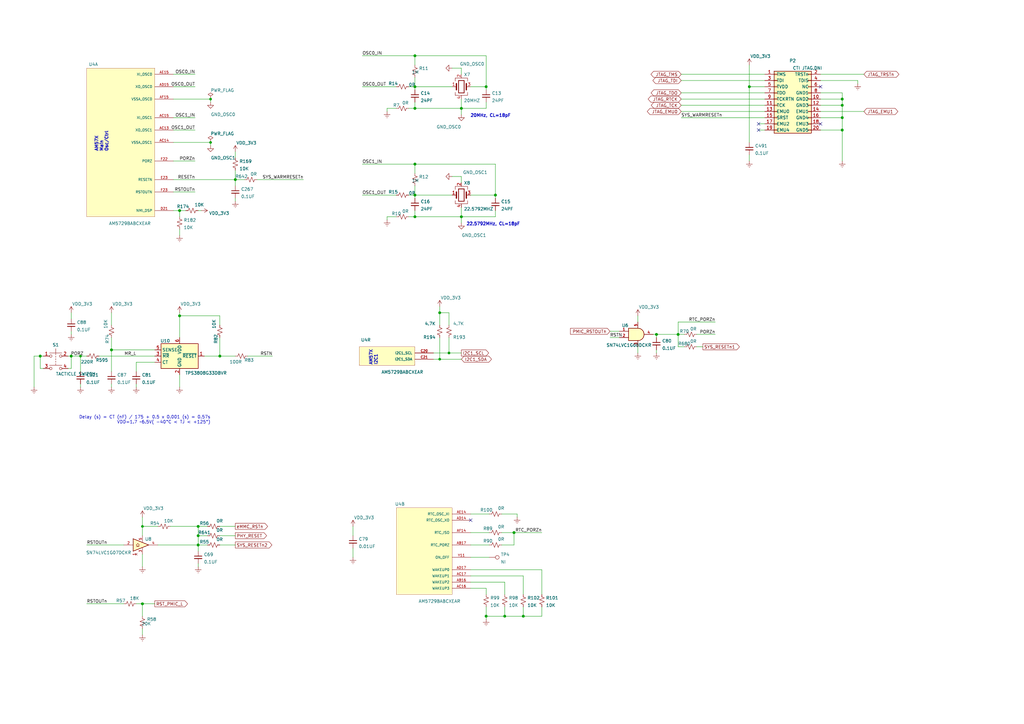
<source format=kicad_sch>
(kicad_sch (version 20210126) (generator eeschema)
  (paper "A3")
  (title_block (title "BeagleBone AI AM57x") (date "2021-01-15") (rev "Kicad-A1") (company "KiCad Services Corporation"))
  (lib_symbols
    (symbol "Connector:TestPoint" (pin_numbers hide) (pin_names (offset 0.762) hide)
      (property "Reference" "TP" (at 0 6.858 0))
      (property "Value" "TestPoint" (at 0 5.08 0))
      (symbol "TestPoint_1_1"
        (pin passive line (at 0 0 90) (length 2.54) (name "1") (number "1"))
      )
    )
    (symbol "Device:C_Small" (pin_numbers hide) (pin_names (offset 0.254) hide)
      (property "Reference" "C" (at 0.254 1.778 0))
      (property "Value" "C_Small" (at 0.254 -2.032 0))
      (symbol "C_Small_1_1"
        (pin passive line (at 0 2.54 270) (length 2.032) (name "~") (number "1"))
        (pin passive line (at 0 -2.54 90) (length 2.032) (name "~") (number "2"))
      )
    )
    (symbol "Device:Crystal_GND24" (pin_names (offset 1.016) hide)
      (property "Reference" "Y" (at 3.175 5.08 0))
      (property "Value" "Crystal_GND24" (at 3.175 3.175 0))
      (symbol "Crystal_GND24_1_1"
        (pin passive line (at -3.81 0 0) (length 1.27) (name "1") (number "1"))
        (pin passive line (at 0 5.08 270) (length 1.27) (name "2") (number "2"))
        (pin passive line (at 3.81 0 180) (length 1.27) (name "3") (number "3"))
        (pin passive line (at 0 -5.08 90) (length 1.27) (name "4") (number "4"))
      )
    )
    (symbol "Device:R_Small_US" (pin_numbers hide) (pin_names (offset 0.254) hide)
      (property "Reference" "R" (at 0.762 0.508 0))
      (property "Value" "R_Small_US" (at 0.762 -1.016 0))
      (symbol "R_Small_US_1_1"
        (pin passive line (at 0 2.54 270) (length 1.016) (name "~") (number "1"))
        (pin passive line (at 0 -2.54 90) (length 1.016) (name "~") (number "2"))
      )
    )
    (symbol "Power_Supervisor:TPS3808DBV"
      (property "Reference" "U" (at 0 8.89 0))
      (property "Value" "TPS3808DBV" (at 0 6.35 0))
      (symbol "TPS3808DBV_1_1"
        (pin output line (at 10.16 0 180) (length 2.54) (name "~RESET") (number "1"))
        (pin power_in line (at 0 -7.62 90) (length 2.54) (name "GND") (number "2"))
        (pin input line (at -10.16 0 0) (length 2.54) (name "~MR") (number "3"))
        (pin input line (at -10.16 -2.54 0) (length 2.54) (name "CT") (number "4"))
        (pin input line (at -10.16 2.54 0) (length 2.54) (name "SENSE") (number "5"))
        (pin power_in line (at 0 7.62 270) (length 2.54) (name "VDD") (number "6"))
      )
    )
    (symbol "Switch:SW_Push_Dual" (pin_names (offset 1.016) hide)
      (property "Reference" "SW" (at 1.27 2.54 0))
      (property "Value" "SW_Push_Dual" (at 0 -6.858 0))
      (symbol "SW_Push_Dual_0_1"
        (pin passive line (at -5.08 0 0) (length 2.54) (name "1") (number "1"))
        (pin passive line (at 5.08 0 180) (length 2.54) (name "2") (number "2"))
        (pin passive line (at -5.08 -5.08 0) (length 2.54) (name "3") (number "3"))
        (pin passive line (at 5.08 -5.08 180) (length 2.54) (name "4") (number "4"))
      )
    )
    (symbol "beaglebone-ai:74LVC1G07" (pin_names (offset 1.016) hide)
      (property "Reference" "U" (at -2.54 3.81 0))
      (property "Value" "74LVC1G07" (at 0 -3.81 0))
      (symbol "74LVC1G07_1_1"
        (pin input line (at -7.62 0 0) (length 3.81) (name "~") (number "2"))
        (pin power_in line (at 0 -3.81 90) (length 2.667) (name "GND") (number "3"))
        (pin open_collector line (at 6.35 0 180) (length 3.81) (name "~") (number "4"))
        (pin power_in line (at 0 3.81 270) (length 2.667) (name "VCC") (number "5"))
        (pin no_connect line (at -2.54 -3.81 90) (length 0) (name "~") (number "1"))
      )
    )
    (symbol "beaglebone-ai:74LVC1G08_1" (pin_names (offset 1.016) hide)
      (property "Reference" "U" (at -2.54 3.81 0))
      (property "Value" "74LVC1G08" (at 0 -3.81 0))
      (symbol "74LVC1G08_1_1_1"
        (pin input line (at -7.62 1.27 0) (length 3.81) (name "~") (number "1"))
        (pin input line (at -7.62 -1.27 0) (length 3.81) (name "~") (number "2"))
        (pin power_in line (at 0 -5.08 90) (length 2.54) (name "GND") (number "3"))
        (pin output line (at 6.35 0 180) (length 3.81) (name "~") (number "4"))
        (pin power_in line (at 0 5.08 270) (length 2.54) (name "VCC") (number "5"))
      )
    )
    (symbol "beaglebone-ai:AM5729BABCXEAR" (pin_names (offset 1.016))
      (property "Reference" "U" (at -19.05 44.45 0))
      (property "Value" "AM5729BABCXEAR" (at -6.35 44.45 0))
      (symbol "AM5729BABCXEAR_1_0"
        (pin passive line (at 20.32 26.67 180) (length 7.62) (name "XI_OSC0") (number "AE15"))
        (pin passive line (at 20.32 21.59 180) (length 7.62) (name "XO_OSC0") (number "AD15"))
        (pin power_in line (at 20.32 16.51 180) (length 7.62) (name "VSSA_OSC0") (number "AF15"))
        (pin passive line (at 20.32 8.89 180) (length 7.62) (name "XI_OSC1") (number "AC15"))
        (pin passive line (at 20.32 3.81 180) (length 7.62) (name "XO_OSC1") (number "AC13"))
        (pin power_in line (at 20.32 -1.27 180) (length 7.62) (name "VSSA_OSC1") (number "AC14"))
        (pin passive line (at 20.32 -8.89 180) (length 7.62) (name "PORZ") (number "F22"))
        (pin passive line (at 20.32 -16.51 180) (length 7.62) (name "RESETN") (number "E23"))
        (pin passive line (at 20.32 -21.59 180) (length 7.62) (name "RSTOUTN") (number "F23"))
        (pin passive line (at 20.32 -29.21 180) (length 7.62) (name "NMI_DSP") (number "D21"))
      )
      (symbol "AM5729BABCXEAR_2_0"
        (pin passive line (at 19.05 15.24 180) (length 7.62) (name "RTC_OSC_XI") (number "AE14"))
        (pin passive line (at 19.05 12.7 180) (length 7.62) (name "RTC_OSC_XO") (number "AD14"))
        (pin passive line (at 19.05 7.62 180) (length 7.62) (name "RTC_ISO") (number "AF14"))
        (pin passive line (at 19.05 2.54 180) (length 7.62) (name "RTC_PORZ") (number "AB17"))
        (pin passive line (at 19.05 -2.54 180) (length 7.62) (name "ON_OFF") (number "Y11"))
        (pin passive line (at 19.05 -7.62 180) (length 7.62) (name "WAKEUP0") (number "AD17"))
        (pin passive line (at 19.05 -10.16 180) (length 7.62) (name "WAKEUP1") (number "AC17"))
        (pin passive line (at 19.05 -12.7 180) (length 7.62) (name "WAKEUP2") (number "AB16"))
        (pin passive line (at 19.05 -15.24 180) (length 7.62) (name "WAKEUP3") (number "AC16"))
      )
      (symbol "AM5729BABCXEAR_3_0"
        (pin passive line (at 27.94 109.22 180) (length 7.62) (name "DDR1_RST") (number "AG21"))
        (pin passive line (at 27.94 101.6 180) (length 7.62) (name "DDR1_CK") (number "AG24"))
        (pin passive line (at 27.94 99.06 180) (length 7.62) (name "DDR1_CKN") (number "AH24"))
        (pin passive line (at 27.94 96.52 180) (length 7.62) (name "DDR1_CKE") (number "AG22"))
        (pin passive line (at 27.94 93.98 180) (length 7.62) (name "DDR1_CSN0") (number "AH23"))
        (pin passive line (at 27.94 91.44 180) (length 7.62) (name "DDR1_CASN") (number "AC18"))
        (pin passive line (at 27.94 88.9 180) (length 7.62) (name "DDR1_RASN") (number "AF20"))
        (pin passive line (at 27.94 86.36 180) (length 7.62) (name "DDR1_WEN") (number "AH21"))
        (pin passive line (at 27.94 76.2 180) (length 7.62) (name "DDR1_BA0") (number "AF17"))
        (pin passive line (at 27.94 73.66 180) (length 7.62) (name "DDR1_BA1") (number "AE18"))
        (pin passive line (at 27.94 71.12 180) (length 7.62) (name "DDR1_BA2") (number "AB18"))
        (pin passive line (at 27.94 -86.36 180) (length 7.62) (name "DDR1_DQS0") (number "AH25"))
        (pin passive line (at 27.94 -88.9 180) (length 7.62) (name "DDR1_DQS0N") (number "AG25"))
        (pin passive line (at 27.94 -91.44 180) (length 7.62) (name "DDR1_DQS1") (number "AE27"))
        (pin passive line (at 27.94 -93.98 180) (length 7.62) (name "DDR1_DQS1N") (number "AE28"))
        (pin passive line (at 27.94 -96.52 180) (length 7.62) (name "DDR1_DQS2") (number "AD27"))
        (pin passive line (at 27.94 -99.06 180) (length 7.62) (name "DDR1_DQS2N") (number "AD28"))
        (pin passive line (at 27.94 -101.6 180) (length 7.62) (name "DDR1_DQS3") (number "Y28"))
        (pin passive line (at 27.94 -104.14 180) (length 7.62) (name "DDR1_DQS3N") (number "Y27"))
        (pin passive line (at 27.94 -114.3 180) (length 7.62) (name "DDR1_ODT0") (number "AE20"))
        (pin passive line (at 27.94 68.58 180) (length 7.62) (name "DDR1_A0") (number "AD20"))
        (pin passive line (at 27.94 66.04 180) (length 7.62) (name "DDR1_A1") (number "AC19"))
        (pin passive line (at 27.94 63.5 180) (length 7.62) (name "DDR1_A2") (number "AC20"))
        (pin passive line (at 27.94 60.96 180) (length 7.62) (name "DDR1_A3") (number "AB19"))
        (pin passive line (at 27.94 58.42 180) (length 7.62) (name "DDR1_A4") (number "AF21"))
        (pin passive line (at 27.94 55.88 180) (length 7.62) (name "DDR1_A5") (number "AH22"))
        (pin passive line (at 27.94 53.34 180) (length 7.62) (name "DDR1_A6") (number "AG23"))
        (pin passive line (at 27.94 50.8 180) (length 7.62) (name "DDR1_A7") (number "AE21"))
        (pin passive line (at 27.94 48.26 180) (length 7.62) (name "DDR1_A8") (number "AF22"))
        (pin passive line (at 27.94 45.72 180) (length 7.62) (name "DDR1_A9") (number "AE22"))
        (pin passive line (at 27.94 43.18 180) (length 7.62) (name "DDR1_A10") (number "AD21"))
        (pin passive line (at 27.94 40.64 180) (length 7.62) (name "DDR1_A11") (number "AD22"))
        (pin passive line (at 27.94 38.1 180) (length 7.62) (name "DDR1_A12") (number "AC21"))
        (pin passive line (at 27.94 35.56 180) (length 7.62) (name "DDR1_A13") (number "AF18"))
        (pin passive line (at 27.94 33.02 180) (length 7.62) (name "DDR1_A14") (number "AE17"))
        (pin passive line (at 27.94 30.48 180) (length 7.62) (name "DDR1_A15") (number "AD18"))
        (pin passive line (at 27.94 20.32 180) (length 7.62) (name "DDR1_D0") (number "AF25"))
        (pin passive line (at 27.94 17.78 180) (length 7.62) (name "DDR1_D1") (number "AF26"))
        (pin passive line (at 27.94 15.24 180) (length 7.62) (name "DDR1_D2") (number "AG26"))
        (pin passive line (at 27.94 12.7 180) (length 7.62) (name "DDR1_D3") (number "AH26"))
        (pin passive line (at 27.94 10.16 180) (length 7.62) (name "DDR1_D4") (number "AF24"))
        (pin passive line (at 27.94 7.62 180) (length 7.62) (name "DDR1_D5") (number "AE24"))
        (pin passive line (at 27.94 5.08 180) (length 7.62) (name "DDR1_D6") (number "AF23"))
        (pin passive line (at 27.94 2.54 180) (length 7.62) (name "DDR1_D7") (number "AE23"))
        (pin passive line (at 27.94 0 180) (length 7.62) (name "DDR1_D8") (number "AC23"))
        (pin passive line (at 27.94 -2.54 180) (length 7.62) (name "DDR1_D9") (number "AF27"))
        (pin tri_state line (at 27.94 -5.08 180) (length 7.62) (name "DDR1_D10") (number "AG27"))
        (pin passive line (at 27.94 -7.62 180) (length 7.62) (name "DDR1_D11") (number "AF28"))
        (pin passive line (at 27.94 -10.16 180) (length 7.62) (name "DDR1_D12") (number "AE26"))
        (pin passive line (at 27.94 -12.7 180) (length 7.62) (name "DDR1_D13") (number "AC25"))
        (pin passive line (at 27.94 -15.24 180) (length 7.62) (name "DDR1_D14") (number "AC24"))
        (pin passive line (at 27.94 -17.78 180) (length 7.62) (name "DDR1_D15") (number "AD25"))
        (pin tri_state line (at 27.94 -20.32 180) (length 7.62) (name "DDR1_D16") (number "V20"))
        (pin passive line (at 27.94 -22.86 180) (length 7.62) (name "DDR1_D17") (number "W20"))
        (pin passive line (at 27.94 -25.4 180) (length 7.62) (name "DDR1_D18") (number "AB28"))
        (pin passive line (at 27.94 -27.94 180) (length 7.62) (name "DDR1_D19") (number "AC28"))
        (pin passive line (at 27.94 -30.48 180) (length 7.62) (name "DDR1_D20") (number "AC27"))
        (pin passive line (at 27.94 -33.02 180) (length 7.62) (name "DDR1_D21") (number "Y19"))
        (pin passive line (at 27.94 -35.56 180) (length 7.62) (name "DDR1_D22") (number "AB27"))
        (pin passive line (at 27.94 -38.1 180) (length 7.62) (name "DDR1_D23") (number "Y20"))
        (pin passive line (at 27.94 -40.64 180) (length 7.62) (name "DDR1_D24") (number "AA23"))
        (pin passive line (at 27.94 -43.18 180) (length 7.62) (name "DDR1_D25") (number "Y22"))
        (pin passive line (at 27.94 -45.72 180) (length 7.62) (name "DDR1_D26") (number "Y23"))
        (pin passive line (at 27.94 -48.26 180) (length 7.62) (name "DDR1_D27") (number "AA24"))
        (pin passive line (at 27.94 -50.8 180) (length 7.62) (name "DDR1_D28") (number "Y24"))
        (pin passive line (at 27.94 -53.34 180) (length 7.62) (name "DDR1_D29") (number "AA26"))
        (pin passive line (at 27.94 -55.88 180) (length 7.62) (name "DDR1_D30") (number "AA25"))
        (pin passive line (at 27.94 -58.42 180) (length 7.62) (name "DDR1_D31") (number "AA28"))
        (pin passive line (at 27.94 -68.58 180) (length 7.62) (name "DDR1_DQM0") (number "AD23"))
        (pin passive line (at 27.94 -71.12 180) (length 7.62) (name "DDR1_DQM1") (number "AB23"))
        (pin passive line (at 27.94 -73.66 180) (length 7.62) (name "DDR1_DQM2") (number "AC26"))
        (pin passive line (at 27.94 -76.2 180) (length 7.62) (name "DDR1_DQM3") (number "AA27"))
        (pin passive line (at 27.94 -121.92 180) (length 7.62) (name "DDR1_VREF") (number "Y18"))
        (pin passive line (at -25.4 -10.16 0) (length 7.62) (name "DDR1_ECC_DQSN") (number "V28"))
        (pin passive line (at -25.4 -7.62 0) (length 7.62) (name "DDR1_ECC_DQS") (number "V27"))
        (pin passive line (at -25.4 0 0) (length 7.62) (name "DDR1_ECC_DQM") (number "V26"))
        (pin passive line (at -25.4 7.62 0) (length 7.62) (name "DDR1_ECC_D7") (number "Y26"))
        (pin passive line (at -25.4 10.16 0) (length 7.62) (name "DDR1_ECC_D6") (number "V25"))
        (pin passive line (at -25.4 12.7 0) (length 7.62) (name "DDR1_ECC_D5") (number "V24"))
        (pin passive line (at -25.4 15.24 0) (length 7.62) (name "DDR1_ECC_D4") (number "Y25"))
        (pin passive line (at -25.4 17.78 0) (length 7.62) (name "DDR1_ECC_D3") (number "W23"))
        (pin passive line (at -25.4 20.32 0) (length 7.62) (name "DDR1_ECC_D2") (number "W19"))
        (pin passive line (at -25.4 22.86 0) (length 7.62) (name "DDR1_ECC_D1") (number "V23"))
        (pin passive line (at -25.4 25.4 0) (length 7.62) (name "DDR1_ECC_D0") (number "W22"))
      )
      (symbol "AM5729BABCXEAR_4_0"
        (pin passive line (at 25.4 8.89 180) (length 7.62) (name "GPMC_A18/QSPI1_SCLK") (number "R2"))
        (pin passive line (at 25.4 6.35 180) (length 7.62) (name "GPMC_A13/QSPI_RTCLK") (number "R3"))
        (pin passive line (at 25.4 3.81 180) (length 7.62) (name "GPMC_CS2/QSPI1_CS0") (number "P2"))
        (pin passive line (at 25.4 -3.81 180) (length 7.62) (name "GPMC_A16/QSPI1_D0") (number "U1"))
        (pin passive line (at 25.4 -6.35 180) (length 7.62) (name "GPMC_A17/QSPI1_D1") (number "P3"))
        (pin passive line (at 25.4 -8.89 180) (length 7.62) (name "GPMC_A15/QSPI_D2") (number "U2"))
        (pin passive line (at 25.4 -11.43 180) (length 7.62) (name "GPMC_A14/QSPI_D3") (number "T2"))
      )
      (symbol "AM5729BABCXEAR_5_0"
        (pin passive line (at 27.94 15.24 180) (length 7.62) (name "GPMC_A23/MMC2_CLK") (number "J7"))
        (pin passive line (at 27.94 12.7 180) (length 7.62) (name "GPMC_CS1/MMC2_CMD") (number "H6"))
        (pin passive line (at 27.94 5.08 180) (length 7.62) (name "GPMC_A24/MMC2_DAT0") (number "J4"))
        (pin passive line (at 27.94 2.54 180) (length 7.62) (name "GPMC_A25/MMC2_DAT1") (number "J6"))
        (pin passive line (at 27.94 0 180) (length 7.62) (name "GPMC_A26/MMC2_DAT2") (number "H4"))
        (pin passive line (at 27.94 -2.54 180) (length 7.62) (name "GPMC_A27/MMC2_DAT3") (number "H5"))
        (pin passive line (at 27.94 -5.08 180) (length 7.62) (name "GPMC_A19/MMC2_DAT4") (number "K7"))
        (pin passive line (at 27.94 -7.62 180) (length 7.62) (name "GPMC_A20/MMC2_DAT5") (number "M7"))
        (pin passive line (at 27.94 -10.16 180) (length 7.62) (name "GPMC_A21/MMC2_DAT6") (number "J5"))
        (pin passive line (at 27.94 -12.7 180) (length 7.62) (name "GPMC_A22/MMC2_DAT7") (number "K6"))
      )
      (symbol "AM5729BABCXEAR_6_0"
        (pin passive line (at 19.05 22.86 180) (length 7.62) (name "RGMII0_TXC") (number "W9"))
        (pin passive line (at 19.05 20.32 180) (length 7.62) (name "RGMII0_TXCTL") (number "V9"))
        (pin passive line (at 19.05 12.7 180) (length 7.62) (name "RGMII0_TXD0") (number "U6"))
        (pin passive line (at 19.05 10.16 180) (length 7.62) (name "RGMII0_TXD1") (number "V6"))
        (pin passive line (at 19.05 7.62 180) (length 7.62) (name "RGMII0_TXD2") (number "U7"))
        (pin passive line (at 19.05 5.08 180) (length 7.62) (name "RGMII0_TXD3") (number "V7"))
        (pin passive line (at 19.05 -2.54 180) (length 7.62) (name "RGMII0_RXC") (number "U5"))
        (pin passive line (at 19.05 -5.08 180) (length 7.62) (name "RGMII0_RXCTL") (number "V5"))
        (pin passive line (at 19.05 -12.7 180) (length 7.62) (name "RGMII0_RXD0") (number "W2"))
        (pin passive line (at 19.05 -15.24 180) (length 7.62) (name "RGMII0_RXD1") (number "Y2"))
        (pin passive line (at 19.05 -17.78 180) (length 7.62) (name "RGMII0_RXD2") (number "V3"))
        (pin passive line (at 19.05 -20.32 180) (length 7.62) (name "RGMII0_RXD3") (number "V4"))
        (pin passive line (at 19.05 -27.94 180) (length 7.62) (name "MDIO_MCLK") (number "V1"))
        (pin passive line (at 19.05 -30.48 180) (length 7.62) (name "MDIO_D") (number "U4"))
      )
      (symbol "AM5729BABCXEAR_7_0"
        (pin passive line (at 26.67 20.32 180) (length 7.62) (name "VIN2A_D12/RGMII1_TXC") (number "D5"))
        (pin passive line (at 26.67 17.78 180) (length 7.62) (name "VIN2A_D13/RGMII1_TXCTL") (number "C2"))
        (pin passive line (at 26.67 10.16 180) (length 7.62) (name "VIN2A_D17/RGMII1_TXD0") (number "D6"))
        (pin passive line (at 26.67 7.62 180) (length 7.62) (name "VIN2A_D16/RGMII1_TXD1") (number "B2"))
        (pin passive line (at 26.67 5.08 180) (length 7.62) (name "VIN2A_D15/RGMII1_TXD2") (number "C4"))
        (pin passive line (at 26.67 2.54 180) (length 7.62) (name "VIN2A_D14/RGMII1_TXD3") (number "C3"))
        (pin passive line (at 26.67 -5.08 180) (length 7.62) (name "VIN2A_D18/RGMII1_RXC") (number "C5"))
        (pin passive line (at 26.67 -7.62 180) (length 7.62) (name "VIN2A_D19/RGMII1_RXCTL") (number "A3"))
        (pin passive line (at 26.67 -15.24 180) (length 7.62) (name "VIN2A_D23/RGMII1_RXD0") (number "A4"))
        (pin passive line (at 26.67 -17.78 180) (length 7.62) (name "VIN2A_D22/RGMII1_RXD1") (number "B5"))
        (pin passive line (at 26.67 -20.32 180) (length 7.62) (name "VIN2A_D21/RGMII1_RXD2") (number "B4"))
        (pin passive line (at 26.67 -22.86 180) (length 7.62) (name "VIN2A_D20/RGMII1_RXD3") (number "B3"))
      )
      (symbol "AM5729BABCXEAR_8_0"
        (pin passive line (at 27.94 17.78 180) (length 7.62) (name "HDMI1_CLOCKX") (number "AG16"))
        (pin passive line (at 27.94 15.24 180) (length 7.62) (name "HDMI1_CLOCKY") (number "AH16"))
        (pin passive line (at 27.94 7.62 180) (length 7.62) (name "HDMI1_DATA0X") (number "AG17"))
        (pin passive line (at 27.94 5.08 180) (length 7.62) (name "HDMI1_DATA0Y") (number "AH17"))
        (pin passive line (at 27.94 2.54 180) (length 7.62) (name "HDMI1_DATA1X") (number "AG18"))
        (pin passive line (at 27.94 0 180) (length 7.62) (name "HDMI1_DATA1Y") (number "AH18"))
        (pin passive line (at 27.94 -2.54 180) (length 7.62) (name "HDMI1_DATA2X") (number "AG19"))
        (pin passive line (at 27.94 -5.08 180) (length 7.62) (name "HDMI1_DATA2Y") (number "AH19"))
        (pin passive line (at 27.94 -12.7 180) (length 7.62) (name "I2C2_SCL/HDMI1_DDC_SDA") (number "C25"))
        (pin passive line (at 27.94 -15.24 180) (length 7.62) (name "I2C2_SDA/HDMI1_DDC_SCL") (number "F17"))
        (pin passive line (at 27.94 -22.86 180) (length 7.62) (name "SPI1_CS2/HDMI_HPD") (number "B21"))
        (pin passive line (at 27.94 -25.4 180) (length 7.62) (name "SPI1_CS3/HDMI_CEC") (number "B20"))
      )
      (symbol "AM5729BABCXEAR_9_0"
        (pin passive line (at 26.67 1.27 180) (length 7.62) (name "UART2_RTSN/UART3_TXD") (number "C28"))
        (pin passive line (at 26.67 -1.27 180) (length 7.62) (name "UART2_CTSN/UART3_RXD") (number "D27"))
      )
      (symbol "AM5729BABCXEAR_10_0"
        (pin passive line (at 27.94 8.89 180) (length 7.62) (name "VIN2A_D1/PR1_UART0_TXD") (number "F3"))
        (pin passive line (at 27.94 6.35 180) (length 7.62) (name "VIN2A_D0/PR1_UART0_RXD") (number "F2"))
        (pin passive line (at 27.94 -3.81 180) (length 7.62) (name "VIN2A_D5/PR1_PRU1_R30_2") (number "F4"))
        (pin passive line (at 27.94 -13.97 180) (length 7.62) (name "RMII50MHZCLK/PR2_GPIO") (number "U3"))
      )
      (symbol "AM5729BABCXEAR_11_0"
        (pin passive line (at 30.48 1.27 180) (length 7.62) (name "UART3_TXD/PR1_MII0_MR0CLK") (number "Y1"))
        (pin passive line (at 30.48 -1.27 180) (length 7.62) (name "UART3_RXD/PR1_MII0_RXDV") (number "V2"))
      )
      (symbol "AM5729BABCXEAR_12_0"
        (pin passive line (at 30.48 11.43 180) (length 7.62) (name "VIN2A_D6/PR1_MII_MT1_CLK") (number "C1"))
        (pin passive line (at 30.48 8.89 180) (length 7.62) (name "VIN2A_D7/PR1_MII1_TXEN") (number "E4"))
        (pin passive line (at 30.48 1.27 180) (length 7.62) (name "VIN2A_D9/PR1_MII1_TXD2") (number "E6"))
        (pin passive line (at 30.48 -1.27 180) (length 7.62) (name "VIN2A_D8/PR1_MII1_TXD3") (number "F5"))
        (pin passive line (at 30.48 -8.89 180) (length 7.62) (name "VIN2A_D10/PR1_MDIO_MDCLK") (number "D3"))
        (pin passive line (at 30.48 -11.43 180) (length 7.62) (name "VIN2A_D11/PR1_MDIO_DATA") (number "F6"))
      )
      (symbol "AM5729BABCXEAR_13_0"
        (pin passive line (at 33.02 27.94 180) (length 7.62) (name "MCASP1_AXR1/PR2_MII_MT0_CLK") (number "F12"))
        (pin passive line (at 33.02 25.4 180) (length 7.62) (name "MCASP1_AXR8/PR2_MII0_TXEN") (number "B12"))
        (pin passive line (at 33.02 17.78 180) (length 7.62) (name "MCASP1_AXR12/PR2_MII0_TXD0") (number "E14"))
        (pin passive line (at 33.02 15.24 180) (length 7.62) (name "MCASP1_AXR11/PR2_MII0_TXD1") (number "A12"))
        (pin passive line (at 33.02 12.7 180) (length 7.62) (name "MCASP1_AXR10/PR2_MII0_TXD2") (number "B13"))
        (pin passive line (at 33.02 10.16 180) (length 7.62) (name "MCASP1_AXR9/PR2_MII0_TXD3") (number "A11"))
        (pin passive line (at 33.02 2.54 180) (length 7.62) (name "MCASP1_AXR13/PR2_MII_MR0_CLK") (number "A13"))
        (pin passive line (at 33.02 0 180) (length 7.62) (name "MCASP1_AXR14/PR2_MII0_RXDV") (number "G14"))
        (pin passive line (at 33.02 -2.54 180) (length 7.62) (name "MCASP1_AXR0/PR2_MII0_RXER") (number "G12"))
        (pin passive line (at 33.02 -10.16 180) (length 7.62) (name "MCASP2_AXR2/PR2_MII0_RXD0") (number "C15"))
        (pin passive line (at 33.02 -12.7 180) (length 7.62) (name "MCASP2_FSX/PR2_MII0_RXD1") (number "A18"))
        (pin passive line (at 33.02 -15.24 180) (length 7.62) (name "MCASP2_ACLKX/PR2_MII0_RXD2") (number "A19"))
        (pin passive line (at 33.02 -17.78 180) (length 7.62) (name "MCASP1_AXR15/PR2_MII0_RXD3") (number "F14"))
        (pin passive line (at 33.02 -25.4 180) (length 7.62) (name "MCASP3_ACLKX/PR2_MII0_CRS") (number "B18"))
        (pin passive line (at 33.02 -27.94 180) (length 7.62) (name "MCASP3_FSX/PR2_MII0_COL") (number "F15"))
        (pin passive line (at 33.02 -30.48 180) (length 7.62) (name "MCASP2_AXR3/PR2_MII0_RXLINK") (number "A16"))
        (pin passive line (at 33.02 -38.1 180) (length 7.62) (name "MCASP1_ACLKX/PR2_MDIO_MDCLK") (number "C14"))
        (pin passive line (at 33.02 -40.64 180) (length 7.62) (name "MCASP1_FSX/PR2_MDIO_DATA") (number "D14"))
      )
      (symbol "AM5729BABCXEAR_14_0"
        (pin passive line (at 31.75 25.4 180) (length 7.62) (name "GPIO6_10/PR2_MII_MT1_CLK") (number "AC5"))
        (pin passive line (at 31.75 22.86 180) (length 7.62) (name "GPIO6_11/PR2_MII1_TXEN") (number "AB4"))
        (pin passive line (at 31.75 15.24 180) (length 7.62) (name "MMC3_DAT1/PR2_MII1_TXD0") (number "AC6"))
        (pin passive line (at 31.75 12.7 180) (length 7.62) (name "MMC3_DAT0/PR2_MII1_TXD1") (number "AC7"))
        (pin passive line (at 31.75 10.16 180) (length 7.62) (name "MMC3_CMD/PR2_MII1_TXD2") (number "AC4"))
        (pin passive line (at 31.75 7.62 180) (length 7.62) (name "MMC3_CLK/PR2_MII1_TXD3") (number "AD4"))
        (pin passive line (at 31.75 0 180) (length 7.62) (name "MMC3_DAT2/PR2_MII_MR1_CLK") (number "AC9"))
        (pin passive line (at 31.75 -2.54 180) (length 7.62) (name "MMC3_DAT3/PR2_MII1_RXDV") (number "AC3"))
        (pin passive line (at 31.75 -5.08 180) (length 7.62) (name "MCASP3_AXR0/PR2_MII1_RXER") (number "B19"))
        (pin passive line (at 31.75 -12.7 180) (length 7.62) (name "MMC3_DAT7/PR2_MII1_RXD0") (number "AB5"))
        (pin passive line (at 31.75 -15.24 180) (length 7.62) (name "MMC3_DAT6/PR2_MII1_RXD1") (number "AB8"))
        (pin passive line (at 31.75 -17.78 180) (length 7.62) (name "MMC3_DAT5/PR2_MII1_RXD2") (number "AD6"))
        (pin passive line (at 31.75 -20.32 180) (length 7.62) (name "MMC3_DAT4/PR2_MII1_RXD3") (number "AC8"))
        (pin passive line (at 31.75 -27.94 180) (length 7.62) (name "XREF_CLK1/PR2_MII1_CRS") (number "E17"))
        (pin passive line (at 31.75 -30.48 180) (length 7.62) (name "XREF_CLK0/PR2_MII1_COL") (number "D18"))
        (pin passive line (at 31.75 -33.02 180) (length 7.62) (name "MCASP3_AXR1/PR2_MII1_RXLINK") (number "C17"))
      )
      (symbol "AM5729BABCXEAR_15_0"
        (pin passive line (at 19.05 12.7 180) (length 7.62) (name "MMC1_CLK") (number "W6"))
        (pin passive line (at 19.05 10.16 180) (length 7.62) (name "MMC1_CMD") (number "Y6"))
        (pin passive line (at 19.05 5.08 180) (length 7.62) (name "MMC1_DAT0") (number "AA6"))
        (pin passive line (at 19.05 2.54 180) (length 7.62) (name "MMC1_DAT1") (number "Y4"))
        (pin passive line (at 19.05 0 180) (length 7.62) (name "MMC1_DAT2") (number "AA5"))
        (pin passive line (at 19.05 -2.54 180) (length 7.62) (name "MMC1_DAT3") (number "Y3"))
        (pin passive line (at 19.05 -7.62 180) (length 7.62) (name "MMC1_SDCD") (number "W7"))
        (pin passive line (at 19.05 -12.7 180) (length 7.62) (name "MMC1_SDWP") (number "Y9"))
      )
      (symbol "AM5729BABCXEAR_16_0"
        (pin passive line (at 20.32 7.62 180) (length 7.62) (name "LJCB_CLKP") (number "AG15"))
        (pin passive line (at 20.32 5.08 180) (length 7.62) (name "LJCB_CLKN") (number "AH15"))
        (pin passive line (at 20.32 0 180) (length 7.62) (name "PCIE_TXP0") (number "AH14"))
        (pin passive line (at 20.32 -2.54 180) (length 7.62) (name "PCIE_TXN0") (number "AG14"))
        (pin passive line (at 20.32 -7.62 180) (length 7.62) (name "PCIE_RXP0") (number "AH13"))
        (pin passive line (at 20.32 -10.16 180) (length 7.62) (name "PCIE_RXN0") (number "AG13"))
      )
      (symbol "AM5729BABCXEAR_17_0"
        (pin passive line (at 19.05 10.16 180) (length 7.62) (name "USB1_DP") (number "AD12"))
        (pin passive line (at 19.05 7.62 180) (length 7.62) (name "USB1_DM") (number "AC12"))
        (pin passive line (at 19.05 2.54 180) (length 7.62) (name "USB1_DRVVBUS") (number "AB10"))
        (pin passive line (at 19.05 -2.54 180) (length 7.62) (name "USB_RXN0") (number "AF12"))
        (pin passive line (at 19.05 -5.08 180) (length 7.62) (name "USB_RXP0") (number "AE12"))
        (pin passive line (at 19.05 -10.16 180) (length 7.62) (name "USB_TXN0") (number "AC11"))
        (pin passive line (at 19.05 -12.7 180) (length 7.62) (name "USB_TXP0") (number "AD11"))
      )
      (symbol "AM5729BABCXEAR_18_0"
        (pin passive line (at 19.05 1.27 180) (length 7.62) (name "I2C1_SCL") (number "C20"))
        (pin passive line (at 19.05 -1.27 180) (length 7.62) (name "I2C1_SDA") (number "C21"))
      )
      (symbol "AM5729BABCXEAR_19_0"
        (pin passive line (at 15.24 10.16 180) (length 7.62) (name "TCK") (number "E20"))
        (pin passive line (at 15.24 7.62 180) (length 7.62) (name "RTCK") (number "E18"))
        (pin passive line (at 15.24 5.08 180) (length 7.62) (name "TMS") (number "F18"))
        (pin passive line (at 15.24 0 180) (length 7.62) (name "TDI") (number "D23"))
        (pin passive line (at 15.24 -2.54 180) (length 7.62) (name "TDO") (number "F19"))
        (pin passive line (at 15.24 -7.62 180) (length 7.62) (name "TRSTN") (number "D20"))
        (pin passive line (at 15.24 -12.7 180) (length 7.62) (name "EMU0") (number "G21"))
        (pin passive line (at 15.24 -15.24 180) (length 7.62) (name "EMU1") (number "D24"))
      )
      (symbol "AM5729BABCXEAR_20_0"
        (pin passive line (at 25.4 40.64 180) (length 7.62) (name "VOUT1_CLK") (number "D11"))
        (pin passive line (at 25.4 33.02 180) (length 7.62) (name "VOUT1_VSYNC") (number "E11"))
        (pin passive line (at 25.4 30.48 180) (length 7.62) (name "VOUT1_HSYNC") (number "C11"))
        (pin passive line (at 25.4 27.94 180) (length 7.62) (name "VOUT1_DE") (number "B10"))
        (pin passive line (at 25.4 20.32 180) (length 7.62) (name "VOUT1_D0") (number "F11"))
        (pin passive line (at 25.4 17.78 180) (length 7.62) (name "VOUT1_D1") (number "G10"))
        (pin passive line (at 25.4 15.24 180) (length 7.62) (name "VOUT1_D2") (number "F10"))
        (pin passive line (at 25.4 12.7 180) (length 7.62) (name "VOUT1_D3") (number "G11"))
        (pin passive line (at 25.4 10.16 180) (length 7.62) (name "VOUT1_D4") (number "E9"))
        (pin passive line (at 25.4 7.62 180) (length 7.62) (name "VOUT1_D5") (number "F9"))
        (pin passive line (at 25.4 5.08 180) (length 7.62) (name "VOUT1_D6") (number "F8"))
        (pin passive line (at 25.4 2.54 180) (length 7.62) (name "VOUT1_D7") (number "E7"))
        (pin passive line (at 25.4 0 180) (length 7.62) (name "VOUT1_D8") (number "E8"))
        (pin passive line (at 25.4 -2.54 180) (length 7.62) (name "VOUT1_D9") (number "D9"))
        (pin passive line (at 25.4 -5.08 180) (length 7.62) (name "VOUT1_D10") (number "D7"))
        (pin passive line (at 25.4 -7.62 180) (length 7.62) (name "VOUT1_D11") (number "D8"))
        (pin passive line (at 25.4 -10.16 180) (length 7.62) (name "VOUT1_D12") (number "A5"))
        (pin passive line (at 25.4 -12.7 180) (length 7.62) (name "VOUT1_D13") (number "C6"))
        (pin passive line (at 25.4 -15.24 180) (length 7.62) (name "VOUT1_D14") (number "C8"))
        (pin passive line (at 25.4 -17.78 180) (length 7.62) (name "VOUT1_D15") (number "C7"))
        (pin passive line (at 25.4 -20.32 180) (length 7.62) (name "VOUT1_D16") (number "B7"))
        (pin passive line (at 25.4 -22.86 180) (length 7.62) (name "VOUT1_D17") (number "B8"))
        (pin passive line (at 25.4 -25.4 180) (length 7.62) (name "VOUT1_D18") (number "A7"))
        (pin passive line (at 25.4 -27.94 180) (length 7.62) (name "VOUT1_D19") (number "A8"))
        (pin passive line (at 25.4 -30.48 180) (length 7.62) (name "VOUT1_D20") (number "C9"))
        (pin passive line (at 25.4 -33.02 180) (length 7.62) (name "VOUT1_D21") (number "A9"))
        (pin passive line (at 25.4 -35.56 180) (length 7.62) (name "VOUT1_D22") (number "B9"))
        (pin passive line (at 25.4 -38.1 180) (length 7.62) (name "VOUT1_D23") (number "A10"))
        (pin passive line (at 25.4 -45.72 180) (length 7.62) (name "VIN2A_D2/ECAP1_IN_PWM1") (number "D1"))
      )
      (symbol "AM5729BABCXEAR_21_0"
        (pin passive line (at 27.94 6.35 180) (length 7.62) (name "MCASP4_ACLKX/SPI3_SCLK") (number "C18"))
        (pin passive line (at 27.94 1.27 180) (length 7.62) (name "VIN1A_D15/GPIO") (number "AF4"))
        (pin passive line (at 27.94 -1.27 180) (length 7.62) (name "MCASP4_FSX/SPI3_D1") (number "A21"))
        (pin passive line (at 27.94 -6.35 180) (length 7.62) (name "MCASP4_AXR1/SPI3_CS0") (number "D17"))
      )
      (symbol "AM5729BABCXEAR_22_0"
        (pin passive line (at 33.02 87.63 180) (length 7.62) (name "GPMC_AD0/GPIO") (number "M6"))
        (pin passive line (at 33.02 85.09 180) (length 7.62) (name "GPMC_AD1/GPIO") (number "M2"))
        (pin passive line (at 33.02 82.55 180) (length 7.62) (name "GPMC_AD2/GPIO") (number "L5"))
        (pin passive line (at 33.02 80.01 180) (length 7.62) (name "GPMC_AD3/GPIO") (number "M1"))
        (pin passive line (at 33.02 77.47 180) (length 7.62) (name "GPMC_AD4/GPIO") (number "L6"))
        (pin passive line (at 33.02 74.93 180) (length 7.62) (name "GPMC_AD5/GPIO") (number "L4"))
        (pin passive line (at 33.02 72.39 180) (length 7.62) (name "GPMC_AD6/GPIO") (number "L3"))
        (pin passive line (at 33.02 69.85 180) (length 7.62) (name "GPMC_AD7/GPIO") (number "L2"))
        (pin passive line (at 33.02 67.31 180) (length 7.62) (name "GPMC_AD8") (number "L1"))
        (pin passive line (at 33.02 64.77 180) (length 7.62) (name "GPMC_AD9") (number "K2"))
        (pin passive line (at 33.02 62.23 180) (length 7.62) (name "GPMC_AD10") (number "J1"))
        (pin passive line (at 33.02 59.69 180) (length 7.62) (name "GPMC_AD11") (number "J2"))
        (pin passive line (at 33.02 57.15 180) (length 7.62) (name "GPMC_AD12") (number "H1"))
        (pin passive line (at 33.02 54.61 180) (length 7.62) (name "GPMC_AD13") (number "J3"))
        (pin passive line (at 33.02 52.07 180) (length 7.62) (name "GPMC_AD14") (number "H2"))
        (pin passive line (at 33.02 49.53 180) (length 7.62) (name "GPMC_AD15") (number "H3"))
        (pin passive line (at 33.02 39.37 180) (length 7.62) (name "GPMC_CS0") (number "T1"))
        (pin passive line (at 33.02 36.83 180) (length 7.62) (name "GPMC_CS3/GPIO") (number "P1"))
        (pin passive line (at 33.02 34.29 180) (length 7.62) (name "GPMC_CLK") (number "P7"))
        (pin passive line (at 33.02 31.75 180) (length 7.62) (name "GPMC_ADVN_ALE") (number "N1"))
        (pin passive line (at 33.02 29.21 180) (length 7.62) (name "GPMC_OEN_REN") (number "M5"))
        (pin passive line (at 33.02 26.67 180) (length 7.62) (name "GPMC_WEN") (number "M3"))
        (pin passive line (at 33.02 24.13 180) (length 7.62) (name "GPMC_BEN0") (number "N6"))
        (pin passive line (at 33.02 21.59 180) (length 7.62) (name "GPMC_BEN1") (number "M4"))
        (pin passive line (at 33.02 19.05 180) (length 7.62) (name "GPMC_WAIT0") (number "N2"))
        (pin passive line (at 33.02 6.35 180) (length 7.62) (name "MCASP1_ACLKR") (number "B14"))
        (pin passive line (at 33.02 3.81 180) (length 7.62) (name "MCASP1_FSR") (number "J14"))
        (pin passive line (at 33.02 1.27 180) (length 7.62) (name "MCASP1_AXR2") (number "G13"))
        (pin passive line (at 33.02 -1.27 180) (length 7.62) (name "MCASP1_AXR3") (number "J11"))
        (pin passive line (at 33.02 -3.81 180) (length 7.62) (name "MCASP1_AXR4") (number "E12"))
        (pin passive line (at 33.02 -6.35 180) (length 7.62) (name "MCASP1_AXR5") (number "F13"))
        (pin passive line (at 33.02 -8.89 180) (length 7.62) (name "MCASP1_AXR6") (number "C12"))
        (pin passive line (at 33.02 -11.43 180) (length 7.62) (name "MCASP1_AXR7") (number "D12"))
        (pin passive line (at 33.02 -24.13 180) (length 7.62) (name "MCASP2_ACLKR") (number "E15"))
        (pin passive line (at 33.02 -26.67 180) (length 7.62) (name "MCASP2_FSR") (number "A20"))
        (pin passive line (at 33.02 -29.21 180) (length 7.62) (name "MCASP2_AXR0") (number "B15"))
        (pin passive line (at 33.02 -31.75 180) (length 7.62) (name "MCASP2_AXR1") (number "A15"))
        (pin passive line (at 33.02 -34.29 180) (length 7.62) (name "MCASP2_AXR4") (number "D15"))
        (pin passive line (at 33.02 -36.83 180) (length 7.62) (name "MCASP2_AXR5") (number "B16"))
        (pin passive line (at 33.02 -39.37 180) (length 7.62) (name "MCASP2_AXR6") (number "B17"))
        (pin passive line (at 33.02 -41.91 180) (length 7.62) (name "MCASP2_AXR7") (number "A17"))
        (pin passive line (at 33.02 -44.45 180) (length 7.62) (name "MCASP5_AXR0/GPIO") (number "AB3"))
        (pin passive line (at 33.02 -46.99 180) (length 7.62) (name "MCASP5_AXR1/GPIO") (number "AA4"))
        (pin passive line (at 33.02 -49.53 180) (length 7.62) (name "PCIE_TXP1") (number "AH12"))
        (pin passive line (at 33.02 -52.07 180) (length 7.62) (name "PCIE_TXN1") (number "AG12"))
        (pin passive line (at 33.02 -54.61 180) (length 7.62) (name "PCIE_RXP1") (number "AH11"))
        (pin passive line (at 33.02 -57.15 180) (length 7.62) (name "PCIE_RXN1") (number "AG11"))
        (pin passive line (at 33.02 -59.69 180) (length 7.62) (name "GPIO6_14") (number "E21"))
        (pin passive line (at 33.02 -62.23 180) (length 7.62) (name "GPIO6_15") (number "F20"))
        (pin passive line (at 33.02 -64.77 180) (length 7.62) (name "GPIO6_16") (number "F21"))
        (pin passive line (at 33.02 -74.93 180) (length 7.62) (name "XREF_CLK2") (number "B26"))
        (pin passive line (at 33.02 -82.55 180) (length 7.62) (name "SPI1_SCLK") (number "A25"))
        (pin passive line (at 33.02 -85.09 180) (length 7.62) (name "SPI1_D0") (number "B25"))
        (pin passive line (at 33.02 -87.63 180) (length 7.62) (name "SPI1_D1") (number "F16"))
        (pin passive line (at 33.02 -90.17 180) (length 7.62) (name "SPI1_CS0") (number "A24"))
        (pin passive line (at 33.02 -92.71 180) (length 7.62) (name "SPI1_CS1") (number "A22"))
        (pin passive line (at -35.56 -92.71 0) (length 7.62) (name "UART1_CTSN/GPIO") (number "E25"))
        (pin passive line (at -35.56 -90.17 0) (length 7.62) (name "UART1_RTSN/GPIO") (number "C27"))
        (pin passive line (at -35.56 -87.63 0) (length 7.62) (name "UART1_RXD/GPIO") (number "B27"))
        (pin passive line (at -35.56 -85.09 0) (length 7.62) (name "UART1_TXD/GPIO") (number "C26"))
        (pin passive line (at -35.56 -74.93 0) (length 7.62) (name "VIN1B_CLK1") (number "AH7"))
        (pin passive line (at -35.56 -72.39 0) (length 7.62) (name "MCASP4_AXR0/SPI3_D0") (number "G16"))
        (pin passive line (at -35.56 -62.23 0) (length 7.62) (name "VIN2A_D4") (number "D2"))
        (pin passive line (at -35.56 -59.69 0) (length 7.62) (name "VIN2A_D3") (number "E2"))
        (pin passive line (at -35.56 -46.99 0) (length 7.62) (name "VIN2A_VSYNC0") (number "G6"))
        (pin passive line (at -35.56 -44.45 0) (length 7.62) (name "VIN2A_HSYNC0") (number "G1"))
        (pin passive line (at -35.56 -41.91 0) (length 7.62) (name "VIN2A_FLD0") (number "H7"))
        (pin passive line (at -35.56 -39.37 0) (length 7.62) (name "VIN2A_DE0") (number "G2"))
        (pin passive line (at -35.56 -36.83 0) (length 7.62) (name "VIN2A_CLK0") (number "E1"))
        (pin passive line (at -35.56 -24.13 0) (length 7.62) (name "VOUT1_FLD") (number "B11"))
        (pin passive line (at -35.56 -21.59 0) (length 7.62) (name "VIN1A_FLD0") (number "AF9"))
        (pin passive line (at -35.56 -19.05 0) (length 7.62) (name "VIN1A_DE0") (number "AD9"))
        (pin passive line (at -35.56 -16.51 0) (length 7.62) (name "VIN1A_VSYNC0") (number "AF8"))
        (pin passive line (at -35.56 -13.97 0) (length 7.62) (name "VIN1A_HSYNC0") (number "AE9"))
        (pin passive line (at -35.56 -11.43 0) (length 7.62) (name "VIN1A_CLK0") (number "AG8"))
        (pin passive line (at -35.56 8.89 0) (length 7.62) (name "VIN1A_D23") (number "AD3"))
        (pin passive line (at -35.56 11.43 0) (length 7.62) (name "VIN1A_D22") (number "AD2"))
        (pin passive line (at -35.56 13.97 0) (length 7.62) (name "VIN1A_D21") (number "AE6"))
        (pin passive line (at -35.56 16.51 0) (length 7.62) (name "VIN1A_D20") (number "AE2"))
        (pin passive line (at -35.56 19.05 0) (length 7.62) (name "VIN1A_D19") (number "AE1"))
        (pin passive line (at -35.56 21.59 0) (length 7.62) (name "VIN1A_D18") (number "AE5"))
        (pin passive line (at -35.56 24.13 0) (length 7.62) (name "VIN1A_D17") (number "AE3"))
        (pin passive line (at -35.56 26.67 0) (length 7.62) (name "VIN1A_D16") (number "AF1"))
        (pin passive line (at -35.56 29.21 0) (length 7.62) (name "VIN1A_D14") (number "AF3"))
        (pin passive line (at -35.56 31.75 0) (length 7.62) (name "VIN1A_D13") (number "AF6"))
        (pin passive line (at -35.56 34.29 0) (length 7.62) (name "VIN1A_D11") (number "AG5"))
        (pin passive line (at -35.56 36.83 0) (length 7.62) (name "VIN1A_D10") (number "AG3"))
        (pin passive line (at -35.56 39.37 0) (length 7.62) (name "VIN1A_D9") (number "AG2"))
        (pin passive line (at -35.56 41.91 0) (length 7.62) (name "VIN1A_D8") (number "AG4"))
        (pin passive line (at -35.56 44.45 0) (length 7.62) (name "VIN1A_D7") (number "AH4"))
        (pin passive line (at -35.56 46.99 0) (length 7.62) (name "VIN1A_D6") (number "AG6"))
        (pin passive line (at -35.56 49.53 0) (length 7.62) (name "VIN1A_D5") (number "AH5"))
        (pin passive line (at -35.56 52.07 0) (length 7.62) (name "VIN1A_D4") (number "AH3"))
        (pin passive line (at -35.56 54.61 0) (length 7.62) (name "VIN1A_D3") (number "AH6"))
        (pin passive line (at -35.56 57.15 0) (length 7.62) (name "VIN1A_D2") (number "AG7"))
        (pin passive line (at -35.56 59.69 0) (length 7.62) (name "VIN1A_D1") (number "AD8"))
        (pin passive line (at -35.56 62.23 0) (length 7.62) (name "VIN1A_D0") (number "AE8"))
        (pin passive line (at -35.56 64.77 0) (length 7.62) (name "SATA1_TXN0") (number "AG10"))
        (pin passive line (at -35.56 67.31 0) (length 7.62) (name "SATA1_TXP0") (number "AH10"))
        (pin passive line (at -35.56 69.85 0) (length 7.62) (name "SATA1_RXN0") (number "AH9"))
        (pin passive line (at -35.56 72.39 0) (length 7.62) (name "SATA1_RXP0") (number "AG9"))
        (pin passive line (at -35.56 74.93 0) (length 7.62) (name "MLBP_CLK_N") (number "AB2"))
        (pin passive line (at -35.56 77.47 0) (length 7.62) (name "MLBP_CLK_P") (number "AB1"))
        (pin passive line (at -35.56 80.01 0) (length 7.62) (name "MLBP_DAT_N") (number "AA2"))
        (pin passive line (at -35.56 82.55 0) (length 7.62) (name "MLBP_DAT_P") (number "AA1"))
        (pin passive line (at -35.56 85.09 0) (length 7.62) (name "MLBP_SIG_N") (number "AC2"))
        (pin passive line (at -35.56 87.63 0) (length 7.62) (name "MLBP_SIG_P") (number "AC1"))
      )
      (symbol "AM5729BABCXEAR_23_0"
        (pin passive line (at 20.32 1.27 180) (length 7.62) (name "DCAN1_TX") (number "G20"))
        (pin passive line (at 20.32 -1.27 180) (length 7.62) (name "DCAN1_RX") (number "G19"))
      )
      (symbol "AM5729BABCXEAR_24_0"
        (pin passive line (at 26.67 22.86 180) (length 7.62) (name "GPMC_A10/VIN4B_CLK1") (number "N9"))
        (pin passive line (at 26.67 15.24 180) (length 7.62) (name "GPMC_A9/VIN4B_VSYNC1_N7") (number "R4"))
        (pin passive line (at 26.67 12.7 180) (length 7.62) (name "GPMC_A8/VIN4B_HSYNC1") (number "N7"))
        (pin passive line (at 26.67 10.16 180) (length 7.62) (name "GPMC_A11/VIN4B_DE1") (number "P9"))
        (pin passive line (at 26.67 7.62 180) (length 7.62) (name "GPMC_A12/VIN4B_FLD1") (number "P4"))
        (pin passive line (at 26.67 0 180) (length 7.62) (name "GPMC_A0/VIN4B_D0") (number "R6"))
        (pin passive line (at 26.67 -2.54 180) (length 7.62) (name "GPMC_A1/VIN4B_D1") (number "T9"))
        (pin passive line (at 26.67 -5.08 180) (length 7.62) (name "GPMC_A2/VIN4B_D2") (number "T6"))
        (pin passive line (at 26.67 -7.62 180) (length 7.62) (name "GPMC_A3/VIN4B_D3") (number "T7"))
        (pin passive line (at 26.67 -10.16 180) (length 7.62) (name "GPMC_A4/VIN4B_D4") (number "P6"))
        (pin passive line (at 26.67 -12.7 180) (length 7.62) (name "GPMC_A5/VIN4B_D5") (number "R9"))
        (pin passive line (at 26.67 -15.24 180) (length 7.62) (name "GPMC_A6/VIN4B_D6") (number "R5"))
        (pin passive line (at 26.67 -17.78 180) (length 7.62) (name "GPMC_A7/VIN4B_D7") (number "P5"))
        (pin passive line (at 26.67 -25.4 180) (length 7.62) (name "XREF_CLK3/CLKOUT3") (number "C23"))
      )
      (symbol "AM5729BABCXEAR_25_0"
        (pin power_in line (at -80.01 158.75 270) (length 7.62) (name "VDD@1") (number "H13"))
        (pin power_in line (at -77.47 158.75 270) (length 7.62) (name "VDD@2") (number "H14"))
        (pin power_in line (at -74.93 158.75 270) (length 7.62) (name "VDD@3") (number "J17"))
        (pin power_in line (at -72.39 158.75 270) (length 7.62) (name "VDD@4") (number "J18"))
        (pin power_in line (at -69.85 158.75 270) (length 7.62) (name "VDD@5") (number "L7"))
        (pin power_in line (at -67.31 158.75 270) (length 7.62) (name "VDD@6") (number "L8"))
        (pin power_in line (at -64.77 158.75 270) (length 7.62) (name "VDD@7") (number "N10"))
        (pin power_in line (at -62.23 158.75 270) (length 7.62) (name "VDD@8") (number "N13"))
        (pin power_in line (at -59.69 158.75 270) (length 7.62) (name "VDD@9") (number "P11"))
        (pin power_in line (at -57.15 158.75 270) (length 7.62) (name "VDD@10") (number "P12"))
        (pin power_in line (at -54.61 158.75 270) (length 7.62) (name "VDD@11") (number "P13"))
        (pin power_in line (at -52.07 158.75 270) (length 7.62) (name "VDD@12") (number "R11"))
        (pin power_in line (at -49.53 158.75 270) (length 7.62) (name "VDD@13") (number "R16"))
        (pin power_in line (at -46.99 158.75 270) (length 7.62) (name "VDD@14") (number "R19"))
        (pin power_in line (at -44.45 158.75 270) (length 7.62) (name "VDD@15") (number "T13"))
        (pin power_in line (at -41.91 158.75 270) (length 7.62) (name "VDD@16") (number "T16"))
        (pin power_in line (at -39.37 158.75 270) (length 7.62) (name "VDD@17") (number "T19"))
        (pin power_in line (at -36.83 158.75 270) (length 7.62) (name "VDD@18") (number "U8"))
        (pin power_in line (at -34.29 158.75 270) (length 7.62) (name "VDD@19") (number "U9"))
        (pin power_in line (at -31.75 158.75 270) (length 7.62) (name "VDD@20") (number "U13"))
        (pin power_in line (at -29.21 158.75 270) (length 7.62) (name "VDD@21") (number "U16"))
        (pin power_in line (at -26.67 158.75 270) (length 7.62) (name "VDD@22") (number "V8"))
        (pin power_in line (at -24.13 158.75 270) (length 7.62) (name "VDD@23") (number "V16"))
        (pin power_in line (at -6.35 158.75 270) (length 7.62) (name "VDD_IVA@1") (number "U18"))
        (pin power_in line (at -3.81 158.75 270) (length 7.62) (name "VDD_IVA@2") (number "U19"))
        (pin power_in line (at -1.27 158.75 270) (length 7.62) (name "VDD_IVA@3") (number "V18"))
        (pin power_in line (at 1.27 158.75 270) (length 7.62) (name "VDD_IVA@4") (number "V19"))
        (pin power_in line (at 16.51 158.75 270) (length 7.62) (name "VDD_MPU@1") (number "K17"))
        (pin power_in line (at 19.05 158.75 270) (length 7.62) (name "VDD_MPU@2") (number "K18"))
        (pin power_in line (at 21.59 158.75 270) (length 7.62) (name "VDD_MPU@3") (number "L15"))
        (pin power_in line (at 24.13 158.75 270) (length 7.62) (name "VDD_MPU@4") (number "L16"))
        (pin power_in line (at 26.67 158.75 270) (length 7.62) (name "VDD_MPU@5") (number "L17"))
        (pin power_in line (at 29.21 158.75 270) (length 7.62) (name "VDD_MPU@6") (number "L18"))
        (pin power_in line (at 31.75 158.75 270) (length 7.62) (name "VDD_MPU@7") (number "L19"))
        (pin power_in line (at 34.29 158.75 270) (length 7.62) (name "VDD_MPU@8") (number "M15"))
        (pin power_in line (at 36.83 158.75 270) (length 7.62) (name "VDD_MPU@9") (number "M16"))
        (pin power_in line (at 39.37 158.75 270) (length 7.62) (name "VDD_MPU@10") (number "M17"))
        (pin power_in line (at 41.91 158.75 270) (length 7.62) (name "VDD_MPU@11") (number "M18"))
        (pin power_in line (at 44.45 158.75 270) (length 7.62) (name "VDD_MPU@12") (number "N17"))
        (pin power_in line (at 46.99 158.75 270) (length 7.62) (name "VDD_MPU@13") (number "N18"))
        (pin power_in line (at 49.53 158.75 270) (length 7.62) (name "VDD_MPU@14") (number "P17"))
        (pin power_in line (at 52.07 158.75 270) (length 7.62) (name "VDD_MPU@15") (number "P18"))
        (pin power_in line (at 54.61 158.75 270) (length 7.62) (name "VDD_MPU@16") (number "R18"))
        (pin power_in line (at 72.39 158.75 270) (length 7.62) (name "VDD_DSPEVE@1") (number "J13"))
        (pin power_in line (at 74.93 158.75 270) (length 7.62) (name "VDD_DSPEVE@2") (number "K10"))
        (pin power_in line (at 77.47 158.75 270) (length 7.62) (name "VDD_DSPEVE@3") (number "K11"))
        (pin power_in line (at 80.01 158.75 270) (length 7.62) (name "VDD_DSPEVE@4") (number "K12"))
        (pin power_in line (at 82.55 158.75 270) (length 7.62) (name "VDD_DSPEVE@5") (number "K13"))
        (pin power_in line (at 85.09 158.75 270) (length 7.62) (name "VDD_DSPEVE@6") (number "L10"))
        (pin power_in line (at 87.63 158.75 270) (length 7.62) (name "VDD_DSPEVE@7") (number "L11"))
        (pin power_in line (at 90.17 158.75 270) (length 7.62) (name "VDD_DSPEVE@8") (number "L12"))
        (pin power_in line (at 92.71 158.75 270) (length 7.62) (name "VDD_DSPEVE@9") (number "M10"))
        (pin power_in line (at 95.25 158.75 270) (length 7.62) (name "VDD_DSPEVE@10") (number "M11"))
        (pin power_in line (at 97.79 158.75 270) (length 7.62) (name "VDD_DSPEVE@11") (number "M12"))
        (pin power_in line (at 100.33 158.75 270) (length 7.62) (name "VDD_DSPEVE@12") (number "M13"))
        (pin passive line (at 118.11 158.75 270) (length 7.62) (name "RSVA27") (number "A27"))
        (pin passive line (at 120.65 158.75 270) (length 7.62) (name "RSVK14") (number "K14"))
        (pin passive line (at 123.19 158.75 270) (length 7.62) (name "RSVY5") (number "Y5"))
        (pin passive line (at 125.73 158.75 270) (length 7.62) (name "RSVY10") (number "Y10"))
        (pin passive line (at 128.27 158.75 270) (length 7.62) (name "RSVB28") (number "B28"))
        (pin passive line (at 163.83 148.59 180) (length 7.62) (name "CAP_VDDRAM_DSPEVE1") (number "J10"))
        (pin passive line (at 163.83 146.05 180) (length 7.62) (name "CAP_VDDRAM_DSPEVE2") (number "J9"))
        (pin passive line (at 163.83 143.51 180) (length 7.62) (name "CAP_VBBLDO_MPU") (number "J16"))
        (pin passive line (at 163.83 140.97 180) (length 7.62) (name "CAP_VDDRAM_CORE2") (number "J19"))
        (pin passive line (at 163.83 138.43 180) (length 7.62) (name "CAP_VBBLDO_DSPEVE") (number "K9"))
        (pin passive line (at 163.83 135.89 180) (length 7.62) (name "CAP_VDDRAM_MPU1") (number "K16"))
        (pin passive line (at 163.83 133.35 180) (length 7.62) (name "CAP_VDDRAM_MPU2") (number "K19"))
        (pin passive line (at 163.83 130.81 180) (length 7.62) (name "CAP_VDDRAM_CORE1") (number "L9"))
        (pin passive line (at 163.83 128.27 180) (length 7.62) (name "CAP_VDDRAM_CORE4") (number "P19"))
        (pin passive line (at 163.83 125.73 180) (length 7.62) (name "CAP_VBBLDO_IVA") (number "R20"))
        (pin passive line (at 163.83 123.19 180) (length 7.62) (name "CAP_VDDRAM_IVA") (number "T20"))
        (pin passive line (at 163.83 120.65 180) (length 7.62) (name "CAP_VDDRAM_GPU") (number "Y13"))
        (pin passive line (at 163.83 118.11 180) (length 7.62) (name "CAP_VBBLDO_GPU") (number "Y14"))
        (pin passive line (at 163.83 115.57 180) (length 7.62) (name "CAP_VDDRAM_CORE3") (number "Y15"))
        (pin passive line (at 163.83 113.03 180) (length 7.62) (name "CAP_VDDRAM_CORE5") (number "Y16"))
        (pin power_in line (at 163.83 101.6 180) (length 7.62) (name "VDDSHV1@1") (number "E3"))
        (pin power_in line (at 163.83 99.06 180) (length 7.62) (name "VDDSHV1@2") (number "E5"))
        (pin power_in line (at 163.83 96.52 180) (length 7.62) (name "VDDSHV1@3") (number "G4"))
        (pin power_in line (at 163.83 93.98 180) (length 7.62) (name "VDDSHV1@4") (number "G5"))
        (pin power_in line (at 163.83 91.44 180) (length 7.62) (name "VDDSHV1@5") (number "H8"))
        (pin power_in line (at 163.83 88.9 180) (length 7.62) (name "VDDSHV1@6") (number "H9"))
        (pin power_in line (at 163.83 72.39 180) (length 7.62) (name "VDDSHV2@1") (number "B6"))
        (pin power_in line (at 163.83 69.85 180) (length 7.62) (name "VDDSHV2@2") (number "D10"))
        (pin power_in line (at 163.83 67.31 180) (length 7.62) (name "VDDSHV2@3") (number "E10"))
        (pin power_in line (at 163.83 64.77 180) (length 7.62) (name "VDDSHV2@4") (number "H10"))
        (pin power_in line (at 163.83 62.23 180) (length 7.62) (name "VDDSHV2@5") (number "H11"))
        (pin power_in line (at 163.83 59.69 180) (length 7.62) (name "VDDSHV3@1") (number "B23"))
        (pin power_in line (at 163.83 57.15 180) (length 7.62) (name "VDDSHV3@2") (number "D16"))
        (pin power_in line (at 163.83 54.61 180) (length 7.62) (name "VDDSHV3@3") (number "D22"))
        (pin power_in line (at 163.83 52.07 180) (length 7.62) (name "VDDSHV3@4") (number "E16"))
        (pin power_in line (at 163.83 49.53 180) (length 7.62) (name "VDDSHV3@5") (number "E22"))
        (pin power_in line (at 163.83 46.99 180) (length 7.62) (name "VDDSHV3@6") (number "G15"))
        (pin power_in line (at 163.83 44.45 180) (length 7.62) (name "VDDSHV3@7") (number "H15"))
        (pin power_in line (at 163.83 41.91 180) (length 7.62) (name "VDDSHV3@8") (number "H16"))
        (pin power_in line (at 163.83 39.37 180) (length 7.62) (name "VDDSHV3@9") (number "H18"))
        (pin power_in line (at 163.83 36.83 180) (length 7.62) (name "VDDSHV3@10") (number "H19"))
        (pin power_in line (at 163.83 27.94 180) (length 7.62) (name "VDDSHV4") (number "C24"))
        (pin power_in line (at 163.83 25.4 180) (length 7.62) (name "VDDSHV5") (number "V12"))
        (pin power_in line (at 163.83 22.86 180) (length 7.62) (name "VDDSHV6@1") (number "AD5"))
        (pin power_in line (at 163.83 20.32 180) (length 7.62) (name "VDDSHV6@2") (number "AD7"))
        (pin power_in line (at 163.83 17.78 180) (length 7.62) (name "VDDSHV6@3") (number "AE7"))
        (pin power_in line (at 163.83 15.24 180) (length 7.62) (name "VDDSHV6@4") (number "AF5"))
        (pin power_in line (at 163.83 -6.35 180) (length 7.62) (name "VDDSHV7@1") (number "AB6"))
        (pin power_in line (at 163.83 -8.89 180) (length 7.62) (name "VDDSHV7@2") (number "AB7"))
        (pin power_in line (at 163.83 6.35 180) (length 7.62) (name "VDDSHV8@1") (number "W8"))
        (pin power_in line (at 163.83 3.81 180) (length 7.62) (name "VDDSHV8@2") (number "Y8"))
        (pin power_in line (at 163.83 -16.51 180) (length 7.62) (name "VDDSHV9@1") (number "U10"))
        (pin power_in line (at 163.83 -19.05 180) (length 7.62) (name "VDDSHV9@2") (number "W4"))
        (pin power_in line (at 163.83 -21.59 180) (length 7.62) (name "VDDSHV9@3") (number "W5"))
        (pin power_in line (at 163.83 -26.67 180) (length 7.62) (name "VDDSHV10@1") (number "N4"))
        (pin power_in line (at 163.83 -29.21 180) (length 7.62) (name "VDDSHV10@2") (number "N5"))
        (pin power_in line (at 163.83 -31.75 180) (length 7.62) (name "VDDSHV10@3") (number "P10"))
        (pin power_in line (at 163.83 -34.29 180) (length 7.62) (name "VDDSHV10@4") (number "R10"))
        (pin power_in line (at 163.83 -36.83 180) (length 7.62) (name "VDDSHV10@5") (number "R7"))
        (pin power_in line (at 163.83 -39.37 180) (length 7.62) (name "VDDSHV10@6") (number "T4"))
        (pin power_in line (at 163.83 -41.91 180) (length 7.62) (name "VDDSHV10@7") (number "T5"))
        (pin power_in line (at 163.83 -46.99 180) (length 7.62) (name "VDDSHV11@1") (number "J8"))
        (pin power_in line (at 163.83 -49.53 180) (length 7.62) (name "VDDSHV11@2") (number "K8"))
        (pin power_in line (at 163.83 -57.15 180) (length 7.62) (name "VDDS18V@1") (number "G18"))
        (pin power_in line (at 163.83 -59.69 180) (length 7.62) (name "VDDS18V@2") (number "H17"))
        (pin power_in line (at 163.83 -62.23 180) (length 7.62) (name "VDDS18V@3") (number "M8"))
        (pin power_in line (at 163.83 -64.77 180) (length 7.62) (name "VDDS18V@4") (number "M9"))
        (pin power_in line (at 163.83 -67.31 180) (length 7.62) (name "VDDS18V@5") (number "N8"))
        (pin power_in line (at 163.83 -69.85 180) (length 7.62) (name "VDDS18V@6") (number "P8"))
        (pin power_in line (at 163.83 -72.39 180) (length 7.62) (name "VDDS18V@7") (number "R8"))
        (pin power_in line (at 163.83 -74.93 180) (length 7.62) (name "VDDS18V@8") (number "T8"))
        (pin power_in line (at 163.83 -77.47 180) (length 7.62) (name "VDDS18V@9") (number "V21"))
        (pin power_in line (at 163.83 -80.01 180) (length 7.62) (name "VDDS18V@10") (number "V22"))
        (pin power_in line (at 163.83 -82.55 180) (length 7.62) (name "VDDS18V@11") (number "W17"))
        (pin power_in line (at 163.83 -85.09 180) (length 7.62) (name "VDDS18V@12") (number "W18"))
        (pin power_in line (at 124.46 -97.79 90) (length 7.62) (name "VSS@1") (number "AH28"))
        (pin power_in line (at 121.92 -97.79 90) (length 7.62) (name "VSS@2") (number "AH20"))
        (pin power_in line (at 119.38 -97.79 90) (length 7.62) (name "VSS@3") (number "AH8"))
        (pin power_in line (at 116.84 -97.79 90) (length 7.62) (name "VSS@4") (number "AH2"))
        (pin power_in line (at 114.3 -97.79 90) (length 7.62) (name "VSS@5") (number "AH1"))
        (pin power_in line (at 111.76 -97.79 90) (length 7.62) (name "VSS@6") (number "AG1"))
        (pin power_in line (at 109.22 -97.79 90) (length 7.62) (name "VSS@7") (number "AD24"))
        (pin power_in line (at 106.68 -97.79 90) (length 7.62) (name "VSS@8") (number "AD1"))
        (pin power_in line (at 104.14 -97.79 90) (length 7.62) (name "VSS@9") (number "AB20"))
        (pin power_in line (at 101.6 -97.79 90) (length 7.62) (name "VSS@10") (number "AB14"))
        (pin power_in line (at 99.06 -97.79 90) (length 7.62) (name "VSS@11") (number "AA20"))
        (pin power_in line (at 96.52 -97.79 90) (length 7.62) (name "VSS@12") (number "AA15"))
        (pin power_in line (at 93.98 -97.79 90) (length 7.62) (name "VSS@13") (number "AA14"))
        (pin power_in line (at 91.44 -97.79 90) (length 7.62) (name "VSS@14") (number "AA10"))
        (pin power_in line (at 88.9 -97.79 90) (length 7.62) (name "VSS@15") (number "AA9"))
        (pin power_in line (at 86.36 -97.79 90) (length 7.62) (name "VSS@16") (number "AA8"))
        (pin power_in line (at 83.82 -97.79 90) (length 7.62) (name "VSS@17") (number "W28"))
        (pin power_in line (at 81.28 -97.79 90) (length 7.62) (name "VSS@18") (number "W25"))
        (pin power_in line (at 78.74 -97.79 90) (length 7.62) (name "VSS@19") (number "W24"))
        (pin power_in line (at 76.2 -97.79 90) (length 7.62) (name "VSS@20") (number "W15"))
        (pin power_in line (at 73.66 -97.79 90) (length 7.62) (name "VSS@21") (number "W1"))
        (pin power_in line (at 71.12 -97.79 90) (length 7.62) (name "VSS@22") (number "V17"))
        (pin power_in line (at 68.58 -97.79 90) (length 7.62) (name "VSS@23") (number "V15"))
        (pin power_in line (at 66.04 -97.79 90) (length 7.62) (name "VSS@24") (number "U21"))
        (pin power_in line (at 63.5 -97.79 90) (length 7.62) (name "VSS@25") (number "U20"))
        (pin power_in line (at 60.96 -97.79 90) (length 7.62) (name "VSS@26") (number "U17"))
        (pin power_in line (at 58.42 -97.79 90) (length 7.62) (name "VSS@27") (number "U15"))
        (pin power_in line (at 55.88 -97.79 90) (length 7.62) (name "VSS@28") (number "T21"))
        (pin power_in line (at 53.34 -97.79 90) (length 7.62) (name "VSS@29") (number "T18"))
        (pin power_in line (at 50.8 -97.79 90) (length 7.62) (name "VSS@30") (number "T17"))
        (pin power_in line (at 48.26 -97.79 90) (length 7.62) (name "VSS@31") (number "T15"))
        (pin power_in line (at 45.72 -97.79 90) (length 7.62) (name "VSS@32") (number "T14"))
        (pin power_in line (at 43.18 -97.79 90) (length 7.62) (name "VSS@33") (number "T12"))
        (pin power_in line (at 40.64 -97.79 90) (length 7.62) (name "VSS@34") (number "T11"))
        (pin power_in line (at 38.1 -97.79 90) (length 7.62) (name "VSS@35") (number "T10"))
        (pin power_in line (at 35.56 -97.79 90) (length 7.62) (name "VSS@36") (number "R21"))
        (pin power_in line (at 33.02 -97.79 90) (length 7.62) (name "VSS@37") (number "R15"))
        (pin power_in line (at 30.48 -97.79 90) (length 7.62) (name "VSS@38") (number "R13"))
        (pin power_in line (at 27.94 -97.79 90) (length 7.62) (name "VSS@39") (number "R12"))
        (pin power_in line (at 25.4 -97.79 90) (length 7.62) (name "VSS@40") (number "R1"))
        (pin power_in line (at 22.86 -97.79 90) (length 7.62) (name "VSS@41") (number "P28"))
        (pin power_in line (at 20.32 -97.79 90) (length 7.62) (name "VSS@42") (number "N25"))
        (pin power_in line (at 17.78 -97.79 90) (length 7.62) (name "VSS@43") (number "N24"))
        (pin power_in line (at 15.24 -97.79 90) (length 7.62) (name "VSS@44") (number "N19"))
        (pin power_in line (at 12.7 -97.79 90) (length 7.62) (name "VSS@45") (number "N15"))
        (pin power_in line (at 10.16 -97.79 90) (length 7.62) (name "VSS@46") (number "N14"))
        (pin power_in line (at 7.62 -97.79 90) (length 7.62) (name "VSS@47") (number "M19"))
        (pin power_in line (at 5.08 -97.79 90) (length 7.62) (name "VSS@48") (number "L14"))
        (pin power_in line (at 2.54 -97.79 90) (length 7.62) (name "VSS@49") (number "L13"))
        (pin power_in line (at 0 -97.79 90) (length 7.62) (name "VSS@50") (number "K25"))
        (pin power_in line (at -2.54 -97.79 90) (length 7.62) (name "VSS@51") (number "K24"))
        (pin power_in line (at -5.08 -97.79 90) (length 7.62) (name "VSS@52") (number "K15"))
        (pin power_in line (at -7.62 -97.79 90) (length 7.62) (name "VSS@53") (number "K5"))
        (pin power_in line (at -10.16 -97.79 90) (length 7.62) (name "VSS@54") (number "K4"))
        (pin power_in line (at -12.7 -97.79 90) (length 7.62) (name "VSS@55") (number "K1"))
        (pin power_in line (at -15.24 -97.79 90) (length 7.62) (name "VSS@56") (number "J28"))
        (pin power_in line (at -17.78 -97.79 90) (length 7.62) (name "VSS@57") (number "J15"))
        (pin power_in line (at -20.32 -97.79 90) (length 7.62) (name "VSS@58") (number "J12"))
        (pin power_in line (at -22.86 -97.79 90) (length 7.62) (name "VSS@59") (number "H12"))
        (pin power_in line (at -25.4 -97.79 90) (length 7.62) (name "VSS@60") (number "G9"))
        (pin power_in line (at -27.94 -97.79 90) (length 7.62) (name "VSS@61") (number "G8"))
        (pin power_in line (at -30.48 -97.79 90) (length 7.62) (name "VSS@62") (number "G7"))
        (pin power_in line (at -33.02 -97.79 90) (length 7.62) (name "VSS@63") (number "F7"))
        (pin power_in line (at -35.56 -97.79 90) (length 7.62) (name "VSS@64") (number "F1"))
        (pin power_in line (at -38.1 -97.79 90) (length 7.62) (name "VSS@65") (number "E19"))
        (pin power_in line (at -40.64 -97.79 90) (length 7.62) (name "VSS@66") (number "E13"))
        (pin power_in line (at -43.18 -97.79 90) (length 7.62) (name "VSS@67") (number "D19"))
        (pin power_in line (at -45.72 -97.79 90) (length 7.62) (name "VSS@68") (number "D13"))
        (pin power_in line (at -48.26 -97.79 90) (length 7.62) (name "VSS@69") (number "B1"))
        (pin power_in line (at -50.8 -97.79 90) (length 7.62) (name "VSS@70") (number "A28"))
        (pin power_in line (at -53.34 -97.79 90) (length 7.62) (name "VSS@71") (number "A23"))
        (pin power_in line (at -55.88 -97.79 90) (length 7.62) (name "VSS@72") (number "A14"))
        (pin power_in line (at -58.42 -97.79 90) (length 7.62) (name "VSS@73") (number "A6"))
        (pin power_in line (at -60.96 -97.79 90) (length 7.62) (name "VSS@74") (number "A2"))
        (pin power_in line (at -63.5 -97.79 90) (length 7.62) (name "VSS@75") (number "A1"))
        (pin power_in line (at -105.41 -86.36 0) (length 7.62) (name "VDDS_DDR2@1") (number "T25"))
        (pin power_in line (at -105.41 -83.82 0) (length 7.62) (name "VDDS_DDR2@2") (number "T24"))
        (pin power_in line (at -105.41 -81.28 0) (length 7.62) (name "VDDS_DDR2@3") (number "M21"))
        (pin power_in line (at -105.41 -78.74 0) (length 7.62) (name "VDDS_DDR2@4") (number "M20"))
        (pin power_in line (at -105.41 -76.2 0) (length 7.62) (name "VDDS_DDR2@5") (number "L21"))
        (pin power_in line (at -105.41 -73.66 0) (length 7.62) (name "VDDS_DDR2@6") (number "L20"))
        (pin power_in line (at -105.41 -71.12 0) (length 7.62) (name "VDDS_DDR2@7") (number "J27"))
        (pin power_in line (at -105.41 -68.58 0) (length 7.62) (name "VDDS_DDR2@8") (number "H22"))
        (pin power_in line (at -105.41 -66.04 0) (length 7.62) (name "VDDS_DDR2@9") (number "H21"))
        (pin power_in line (at -105.41 -63.5 0) (length 7.62) (name "VDDS_DDR2@10") (number "H20"))
        (pin power_in line (at -105.41 -60.96 0) (length 7.62) (name "VDDS_DDR2@11") (number "G23"))
        (pin power_in line (at -105.41 -58.42 0) (length 7.62) (name "VDDS_DDR2@12") (number "G22"))
        (pin power_in line (at -105.41 -55.88 0) (length 7.62) (name "VDDS_DDR2@13") (number "E24"))
        (pin power_in line (at -105.41 -50.8 0) (length 7.62) (name "VDDS_DDR1@1") (number "AH27"))
        (pin power_in line (at -105.41 -48.26 0) (length 7.62) (name "VDDS_DDR1@2") (number "AG28"))
        (pin power_in line (at -105.41 -45.72 0) (length 7.62) (name "VDDS_DDR1@3") (number "AG20"))
        (pin power_in line (at -105.41 -43.18 0) (length 7.62) (name "VDDS_DDR1@4") (number "AD26"))
        (pin power_in line (at -105.41 -40.64 0) (length 7.62) (name "VDDS_DDR1@5") (number "AC22"))
        (pin power_in line (at -105.41 -38.1 0) (length 7.62) (name "VDDS_DDR1@6") (number "AB25"))
        (pin power_in line (at -105.41 -35.56 0) (length 7.62) (name "VDDS_DDR1@7") (number "AB24"))
        (pin power_in line (at -105.41 -33.02 0) (length 7.62) (name "VDDS_DDR1@8") (number "AB22"))
        (pin power_in line (at -105.41 -30.48 0) (length 7.62) (name "VDDS_DDR1@9") (number "AB21"))
        (pin power_in line (at -105.41 -27.94 0) (length 7.62) (name "VDDS_DDR1@10") (number "AA22"))
        (pin power_in line (at -105.41 -25.4 0) (length 7.62) (name "VDDS_DDR1@11") (number "AA21"))
        (pin power_in line (at -105.41 -22.86 0) (length 7.62) (name "VDDS_DDR1@12") (number "W27"))
        (pin power_in line (at -105.41 -20.32 0) (length 7.62) (name "VDDS_DDR1@13") (number "W16"))
        (pin power_in line (at -105.41 -15.24 0) (length 7.62) (name "VDDS18V_DDR2@1") (number "P21"))
        (pin power_in line (at -105.41 -12.7 0) (length 7.62) (name "VDDS18V_DDR2@2") (number "P20"))
        (pin power_in line (at -105.41 -10.16 0) (length 7.62) (name "VDDS18V_DDR2@3") (number "N21"))
        (pin power_in line (at -105.41 -7.62 0) (length 7.62) (name "VDDS18V_DDR2@4") (number "J22"))
        (pin power_in line (at -105.41 -5.08 0) (length 7.62) (name "VDDS18V_DDR2@5") (number "J21"))
        (pin power_in line (at -105.41 -2.54 0) (length 7.62) (name "VDDS18V_DDR1@1") (number "W21"))
        (pin power_in line (at -105.41 0 0) (length 7.62) (name "VDDS18V_DDR1@2") (number "Y21"))
        (pin power_in line (at -105.41 2.54 0) (length 7.62) (name "VDDS18V_DDR1@3") (number "AA19"))
        (pin power_in line (at -105.41 5.08 0) (length 7.62) (name "VDDS18V_DDR1@4") (number "AA18"))
        (pin power_in line (at -105.41 10.16 0) (length 7.62) (name "VDDA33V_USB2") (number "Y12"))
        (pin power_in line (at -105.41 12.7 0) (length 7.62) (name "VDDA33V_USB1") (number "AA12"))
        (pin power_in line (at -105.41 17.78 0) (length 7.62) (name "VDDA_USB3") (number "W12"))
        (pin power_in line (at -105.41 20.32 0) (length 7.62) (name "VDDA_USB2") (number "AB12"))
        (pin power_in line (at -105.41 22.86 0) (length 7.62) (name "VDDA_USB1") (number "AA13"))
        (pin power_in line (at -105.41 25.4 0) (length 7.62) (name "VDDA_SATA") (number "V13"))
        (pin power_in line (at -105.41 30.48 0) (length 7.62) (name "VDDA_HDMI") (number "Y17"))
        (pin power_in line (at -105.41 33.02 0) (length 7.62) (name "VDDA_PCIE1") (number "AA16"))
        (pin power_in line (at -105.41 35.56 0) (length 7.62) (name "VDDA_PCIE0") (number "AA17"))
        (pin power_in line (at -105.41 38.1 0) (length 7.62) (name "VDDA_PCIE") (number "W14"))
        (pin power_in line (at -105.41 43.18 0) (length 7.62) (name "VDDA_OSC@1") (number "AE16"))
        (pin power_in line (at -105.41 45.72 0) (length 7.62) (name "VDDA_OSC@2") (number "AD16"))
        (pin power_in line (at -105.41 50.8 0) (length 7.62) (name "VDDA_DEBUG") (number "N11"))
        (pin power_in line (at -105.41 53.34 0) (length 7.62) (name "VDDA_DSP_EVE") (number "N12"))
        (pin power_in line (at -105.41 55.88 0) (length 7.62) (name "VDDA_DDR") (number "P16"))
        (pin power_in line (at -105.41 58.42 0) (length 7.62) (name "VDDA_VIDEO") (number "P14"))
        (pin power_in line (at -105.41 60.96 0) (length 7.62) (name "VDDA_GMAC_CORE") (number "P15"))
        (pin power_in line (at -105.41 66.04 0) (length 7.62) (name "VDDA_GPU") (number "R14"))
        (pin power_in line (at -105.41 68.58 0) (length 7.62) (name "VDDA_IVA") (number "R17"))
        (pin power_in line (at -105.41 71.12 0) (length 7.62) (name "VDDA_ABE_PER") (number "M14"))
        (pin power_in line (at -105.41 73.66 0) (length 7.62) (name "VDDA_MPU") (number "N16"))
        (pin power_in line (at -105.41 78.74 0) (length 7.62) (name "VSSA_VIDEO") (number "U14"))
        (pin power_in line (at -105.41 81.28 0) (length 7.62) (name "VSSA_USB3") (number "AD10"))
        (pin power_in line (at -105.41 83.82 0) (length 7.62) (name "VSSA_USB@1") (number "AB11"))
        (pin power_in line (at -105.41 86.36 0) (length 7.62) (name "VSSA_USB@2") (number "AA11"))
        (pin power_in line (at -105.41 91.44 0) (length 7.62) (name "VSSA_SATA") (number "AE10"))
        (pin power_in line (at -105.41 96.52 0) (length 7.62) (name "VSSA_PCIE@1") (number "AE13"))
        (pin power_in line (at -105.41 99.06 0) (length 7.62) (name "VSSA_PCIE@2") (number "AD13"))
        (pin power_in line (at -105.41 104.14 0) (length 7.62) (name "VSSA_HDMI@1") (number "AE19"))
        (pin power_in line (at -105.41 106.68 0) (length 7.62) (name "VSSA_HDMI@2") (number "AD19"))
        (pin power_in line (at -105.41 111.76 0) (length 7.62) (name "VDDS_MLBP@1") (number "AA7"))
        (pin power_in line (at -105.41 114.3 0) (length 7.62) (name "VDDS_MLBP@2") (number "Y7"))
        (pin power_in line (at -105.41 119.38 0) (length 7.62) (name "VDDA_RTC") (number "AB13"))
        (pin power_in line (at -105.41 124.46 0) (length 7.62) (name "VDD_RTC") (number "AB15"))
        (pin power_in line (at -105.41 130.81 0) (length 7.62) (name "VDD_GPU@1") (number "W13"))
        (pin power_in line (at -105.41 133.35 0) (length 7.62) (name "VDD_GPU@2") (number "W11"))
        (pin power_in line (at -105.41 135.89 0) (length 7.62) (name "VDD_GPU@3") (number "W10"))
        (pin power_in line (at -105.41 138.43 0) (length 7.62) (name "VDD_GPU@4") (number "V14"))
        (pin power_in line (at -105.41 140.97 0) (length 7.62) (name "VDD_GPU@5") (number "V11"))
        (pin power_in line (at -105.41 143.51 0) (length 7.62) (name "VDD_GPU@6") (number "V10"))
        (pin power_in line (at -105.41 146.05 0) (length 7.62) (name "VDD_GPU@7") (number "U12"))
        (pin power_in line (at -105.41 148.59 0) (length 7.62) (name "VDD_GPU@8") (number "U11"))
      )
      (symbol "AM5729BABCXEAR_26_0"
        (pin passive line (at 19.05 86.36 180) (length 7.62) (name "DDR2_RST") (number "R24"))
        (pin passive line (at 19.05 83.82 180) (length 7.62) (name "DDR2_CK") (number "T28"))
        (pin passive line (at 19.05 81.28 180) (length 7.62) (name "DDR2_CKN") (number "T27"))
        (pin passive line (at 19.05 78.74 180) (length 7.62) (name "DDR2_CKE") (number "U24"))
        (pin passive line (at 19.05 76.2 180) (length 7.62) (name "DDR2_CSN0") (number "P24"))
        (pin passive line (at 19.05 73.66 180) (length 7.62) (name "DDR2_CASN") (number "U28"))
        (pin passive line (at 19.05 71.12 180) (length 7.62) (name "DDR2_RASN") (number "T23"))
        (pin passive line (at 19.05 68.58 180) (length 7.62) (name "DDR2_WEN") (number "U25"))
        (pin passive line (at 19.05 53.34 180) (length 7.62) (name "DDR2_BA0") (number "U23"))
        (pin passive line (at 19.05 50.8 180) (length 7.62) (name "DDR2_BA1") (number "U27"))
        (pin passive line (at 19.05 48.26 180) (length 7.62) (name "DDR2_BA2") (number "U26"))
        (pin passive line (at 19.05 45.72 180) (length 7.62) (name "DDR2_A0") (number "R25"))
        (pin passive line (at 19.05 43.18 180) (length 7.62) (name "DDR2_A1") (number "R26"))
        (pin passive line (at 19.05 40.64 180) (length 7.62) (name "DDR2_A2") (number "R28"))
        (pin passive line (at 19.05 38.1 180) (length 7.62) (name "DDR2_A3") (number "R27"))
        (pin passive line (at 19.05 35.56 180) (length 7.62) (name "DDR2_A4") (number "P23"))
        (pin passive line (at 19.05 33.02 180) (length 7.62) (name "DDR2_A5") (number "P22"))
        (pin passive line (at 19.05 30.48 180) (length 7.62) (name "DDR2_A6") (number "P25"))
        (pin passive line (at 19.05 27.94 180) (length 7.62) (name "DDR2_A7") (number "N20"))
        (pin passive line (at 19.05 25.4 180) (length 7.62) (name "DDR2_A8") (number "P27"))
        (pin passive line (at 19.05 22.86 180) (length 7.62) (name "DDR2_A9") (number "N27"))
        (pin passive line (at 19.05 20.32 180) (length 7.62) (name "DDR2_A10") (number "N23"))
        (pin passive line (at 19.05 17.78 180) (length 7.62) (name "DDR2_A11") (number "P26"))
        (pin passive line (at 19.05 15.24 180) (length 7.62) (name "DDR2_A12") (number "N28"))
        (pin passive line (at 19.05 12.7 180) (length 7.62) (name "DDR2_A13") (number "T22"))
        (pin passive line (at 19.05 10.16 180) (length 7.62) (name "DDR2_A14") (number "R22"))
        (pin passive line (at 19.05 7.62 180) (length 7.62) (name "DDR2_A15") (number "U22"))
        (pin passive line (at 19.05 -7.62 180) (length 7.62) (name "DDR2_D0") (number "E26"))
        (pin passive line (at 19.05 -10.16 180) (length 7.62) (name "DDR2_D1") (number "G25"))
        (pin passive line (at 19.05 -12.7 180) (length 7.62) (name "DDR2_D2") (number "F25"))
        (pin passive line (at 19.05 -15.24 180) (length 7.62) (name "DDR2_D3") (number "F24"))
        (pin passive line (at 19.05 -17.78 180) (length 7.62) (name "DDR2_D4") (number "F26"))
        (pin passive line (at 19.05 -20.32 180) (length 7.62) (name "DDR2_D5") (number "F27"))
        (pin passive line (at 19.05 -22.86 180) (length 7.62) (name "DDR2_D6") (number "E27"))
        (pin passive line (at 19.05 -25.4 180) (length 7.62) (name "DDR2_D7") (number "E28"))
        (pin passive line (at 19.05 -27.94 180) (length 7.62) (name "DDR2_D8") (number "H23"))
        (pin passive line (at 19.05 -30.48 180) (length 7.62) (name "DDR2_D9") (number "H25"))
        (pin passive line (at 19.05 -33.02 180) (length 7.62) (name "DDR2_D10") (number "H24"))
        (pin passive line (at 19.05 -35.56 180) (length 7.62) (name "DDR2_D11") (number "H26"))
        (pin passive line (at 19.05 -38.1 180) (length 7.62) (name "DDR2_D12") (number "G26"))
        (pin passive line (at 19.05 -40.64 180) (length 7.62) (name "DDR2_D13") (number "J25"))
        (pin passive line (at 19.05 -43.18 180) (length 7.62) (name "DDR2_D14") (number "J26"))
        (pin passive line (at 19.05 -45.72 180) (length 7.62) (name "DDR2_D15") (number "J24"))
        (pin passive line (at 19.05 -48.26 180) (length 7.62) (name "DDR2_D16") (number "L22"))
        (pin passive line (at 19.05 -50.8 180) (length 7.62) (name "DDR2_D17") (number "K20"))
        (pin passive line (at 19.05 -53.34 180) (length 7.62) (name "DDR2_D18") (number "K21"))
        (pin passive line (at 19.05 -55.88 180) (length 7.62) (name "DDR2_D19") (number "L23"))
        (pin passive line (at 19.05 -58.42 180) (length 7.62) (name "DDR2_D20") (number "L24"))
        (pin passive line (at 19.05 -60.96 180) (length 7.62) (name "DDR2_D21") (number "J23"))
        (pin passive line (at 19.05 -63.5 180) (length 7.62) (name "DDR2_D22") (number "K22"))
        (pin passive line (at 19.05 -66.04 180) (length 7.62) (name "DDR2_D23") (number "J20"))
        (pin passive line (at 19.05 -68.58 180) (length 7.62) (name "DDR2_D24") (number "L27"))
        (pin passive line (at 19.05 -71.12 180) (length 7.62) (name "DDR2_D25") (number "L26"))
        (pin passive line (at 19.05 -73.66 180) (length 7.62) (name "DDR2_D26") (number "L25"))
        (pin passive line (at 19.05 -76.2 180) (length 7.62) (name "DDR2_D27") (number "L28"))
        (pin passive line (at 19.05 -78.74 180) (length 7.62) (name "DDR2_D28") (number "M23"))
        (pin passive line (at 19.05 -81.28 180) (length 7.62) (name "DDR2_D29") (number "M24"))
        (pin passive line (at 19.05 -83.82 180) (length 7.62) (name "DDR2_D30") (number "M25"))
        (pin passive line (at 19.05 -86.36 180) (length 7.62) (name "DDR2_D31") (number "M26"))
        (pin passive line (at 19.05 -101.6 180) (length 7.62) (name "DDR2_DQM0") (number "F28"))
        (pin passive line (at 19.05 -104.14 180) (length 7.62) (name "DDR2_DQM1") (number "G24"))
        (pin passive line (at 19.05 -106.68 180) (length 7.62) (name "DDR2_DQM2") (number "K23"))
        (pin passive line (at 19.05 -109.22 180) (length 7.62) (name "DDR2_DQM3") (number "M22"))
        (pin passive line (at 19.05 -119.38 180) (length 7.62) (name "DDR2_DQS0") (number "G28"))
        (pin passive line (at 19.05 -121.92 180) (length 7.62) (name "DDR2_DQS0N") (number "G27"))
        (pin passive line (at 19.05 -124.46 180) (length 7.62) (name "DDR2_DQS1") (number "H27"))
        (pin passive line (at 19.05 -127 180) (length 7.62) (name "DDR2_DQS1N") (number "H28"))
        (pin passive line (at 19.05 -129.54 180) (length 7.62) (name "DDR2_DQS2") (number "K27"))
        (pin passive line (at 19.05 -132.08 180) (length 7.62) (name "DDR2_DQS2N") (number "K28"))
        (pin passive line (at 19.05 -134.62 180) (length 7.62) (name "DDR2_DQS3") (number "M28"))
        (pin passive line (at 19.05 -137.16 180) (length 7.62) (name "DDR2_DQS3N") (number "M27"))
        (pin passive line (at 19.05 -149.86 180) (length 7.62) (name "DDR2_ODT0") (number "R23"))
        (pin passive line (at 19.05 -157.48 180) (length 7.62) (name "DDR2_VREF") (number "N22"))
      )
      (symbol "AM5729BABCXEAR_27_0"
        (pin passive line (at 30.48 7.62 180) (length 7.62) (name "UART2_TXD") (number "D26"))
        (pin passive line (at 30.48 2.54 180) (length 7.62) (name "UART2_RXD") (number "D28"))
        (pin passive line (at 30.48 -2.54 180) (length 7.62) (name "MCASP5_ACLKX/PR2_PRU1_R30_1") (number "AA3"))
        (pin passive line (at 30.48 -7.62 180) (length 7.62) (name "MCASP5_FSX/PR2_PRU1_R31_2") (number "AB9"))
      )
      (symbol "AM5729BABCXEAR_28_0"
        (pin passive line (at 19.05 3.81 180) (length 7.62) (name "SPI2_SCLK") (number "A26"))
        (pin passive line (at 19.05 1.27 180) (length 7.62) (name "SPI2_D0") (number "G17"))
        (pin passive line (at 19.05 -1.27 180) (length 7.62) (name "SPI2_D1") (number "B22"))
        (pin passive line (at 19.05 -3.81 180) (length 7.62) (name "SPI2_CS0") (number "B24"))
      )
      (symbol "AM5729BABCXEAR_29_0"
        (pin passive line (at 21.59 7.62 180) (length 7.62) (name "USB2_DP") (number "AE11"))
        (pin passive line (at 21.59 2.54 180) (length 7.62) (name "USB2_DM") (number "AF11"))
        (pin passive line (at 21.59 -5.08 180) (length 7.62) (name "USB2_DRVVBUS") (number "AC10"))
        (pin passive line (at 21.59 -10.16 180) (length 7.62) (name "VIN1A_D12/GPIO") (number "AF2"))
      )
    )
    (symbol "beaglebone-ai:AM5729BABCXEAR_1" (pin_names (offset 1.016))
      (property "Reference" "U" (at -19.05 44.45 0))
      (property "Value" "AM5729BABCXEAR" (at -6.35 44.45 0))
      (symbol "AM5729BABCXEAR_1_1_0"
        (pin passive line (at 20.32 26.67 180) (length 7.62) (name "XI_OSC0") (number "AE15"))
        (pin passive line (at 20.32 21.59 180) (length 7.62) (name "XO_OSC0") (number "AD15"))
        (pin power_in line (at 20.32 16.51 180) (length 7.62) (name "VSSA_OSC0") (number "AF15"))
        (pin passive line (at 20.32 8.89 180) (length 7.62) (name "XI_OSC1") (number "AC15"))
        (pin passive line (at 20.32 3.81 180) (length 7.62) (name "XO_OSC1") (number "AC13"))
        (pin power_in line (at 20.32 -1.27 180) (length 7.62) (name "VSSA_OSC1") (number "AC14"))
        (pin passive line (at 20.32 -8.89 180) (length 7.62) (name "PORZ") (number "F22"))
        (pin passive line (at 20.32 -16.51 180) (length 7.62) (name "RESETN") (number "E23"))
        (pin passive line (at 20.32 -21.59 180) (length 7.62) (name "RSTOUTN") (number "F23"))
        (pin passive line (at 20.32 -29.21 180) (length 7.62) (name "NMI_DSP") (number "D21"))
      )
      (symbol "AM5729BABCXEAR_1_2_0"
        (pin passive line (at 19.05 15.24 180) (length 7.62) (name "RTC_OSC_XI") (number "AE14"))
        (pin passive line (at 19.05 12.7 180) (length 7.62) (name "RTC_OSC_XO") (number "AD14"))
        (pin passive line (at 19.05 7.62 180) (length 7.62) (name "RTC_ISO") (number "AF14"))
        (pin passive line (at 19.05 2.54 180) (length 7.62) (name "RTC_PORZ") (number "AB17"))
        (pin passive line (at 19.05 -2.54 180) (length 7.62) (name "ON_OFF") (number "Y11"))
        (pin passive line (at 19.05 -7.62 180) (length 7.62) (name "WAKEUP0") (number "AD17"))
        (pin passive line (at 19.05 -10.16 180) (length 7.62) (name "WAKEUP1") (number "AC17"))
        (pin passive line (at 19.05 -12.7 180) (length 7.62) (name "WAKEUP2") (number "AB16"))
        (pin passive line (at 19.05 -15.24 180) (length 7.62) (name "WAKEUP3") (number "AC16"))
      )
      (symbol "AM5729BABCXEAR_1_3_0"
        (pin passive line (at 27.94 109.22 180) (length 7.62) (name "DDR1_RST") (number "AG21"))
        (pin passive line (at 27.94 101.6 180) (length 7.62) (name "DDR1_CK") (number "AG24"))
        (pin passive line (at 27.94 99.06 180) (length 7.62) (name "DDR1_CKN") (number "AH24"))
        (pin passive line (at 27.94 96.52 180) (length 7.62) (name "DDR1_CKE") (number "AG22"))
        (pin passive line (at 27.94 93.98 180) (length 7.62) (name "DDR1_CSN0") (number "AH23"))
        (pin passive line (at 27.94 91.44 180) (length 7.62) (name "DDR1_CASN") (number "AC18"))
        (pin passive line (at 27.94 88.9 180) (length 7.62) (name "DDR1_RASN") (number "AF20"))
        (pin passive line (at 27.94 86.36 180) (length 7.62) (name "DDR1_WEN") (number "AH21"))
        (pin passive line (at 27.94 76.2 180) (length 7.62) (name "DDR1_BA0") (number "AF17"))
        (pin passive line (at 27.94 73.66 180) (length 7.62) (name "DDR1_BA1") (number "AE18"))
        (pin passive line (at 27.94 71.12 180) (length 7.62) (name "DDR1_BA2") (number "AB18"))
        (pin passive line (at 27.94 -86.36 180) (length 7.62) (name "DDR1_DQS0") (number "AH25"))
        (pin passive line (at 27.94 -88.9 180) (length 7.62) (name "DDR1_DQS0N") (number "AG25"))
        (pin passive line (at 27.94 -91.44 180) (length 7.62) (name "DDR1_DQS1") (number "AE27"))
        (pin passive line (at 27.94 -93.98 180) (length 7.62) (name "DDR1_DQS1N") (number "AE28"))
        (pin passive line (at 27.94 -96.52 180) (length 7.62) (name "DDR1_DQS2") (number "AD27"))
        (pin passive line (at 27.94 -99.06 180) (length 7.62) (name "DDR1_DQS2N") (number "AD28"))
        (pin passive line (at 27.94 -101.6 180) (length 7.62) (name "DDR1_DQS3") (number "Y28"))
        (pin passive line (at 27.94 -104.14 180) (length 7.62) (name "DDR1_DQS3N") (number "Y27"))
        (pin passive line (at 27.94 -114.3 180) (length 7.62) (name "DDR1_ODT0") (number "AE20"))
        (pin passive line (at 27.94 68.58 180) (length 7.62) (name "DDR1_A0") (number "AD20"))
        (pin passive line (at 27.94 66.04 180) (length 7.62) (name "DDR1_A1") (number "AC19"))
        (pin passive line (at 27.94 63.5 180) (length 7.62) (name "DDR1_A2") (number "AC20"))
        (pin passive line (at 27.94 60.96 180) (length 7.62) (name "DDR1_A3") (number "AB19"))
        (pin passive line (at 27.94 58.42 180) (length 7.62) (name "DDR1_A4") (number "AF21"))
        (pin passive line (at 27.94 55.88 180) (length 7.62) (name "DDR1_A5") (number "AH22"))
        (pin passive line (at 27.94 53.34 180) (length 7.62) (name "DDR1_A6") (number "AG23"))
        (pin passive line (at 27.94 50.8 180) (length 7.62) (name "DDR1_A7") (number "AE21"))
        (pin passive line (at 27.94 48.26 180) (length 7.62) (name "DDR1_A8") (number "AF22"))
        (pin passive line (at 27.94 45.72 180) (length 7.62) (name "DDR1_A9") (number "AE22"))
        (pin passive line (at 27.94 43.18 180) (length 7.62) (name "DDR1_A10") (number "AD21"))
        (pin passive line (at 27.94 40.64 180) (length 7.62) (name "DDR1_A11") (number "AD22"))
        (pin passive line (at 27.94 38.1 180) (length 7.62) (name "DDR1_A12") (number "AC21"))
        (pin passive line (at 27.94 35.56 180) (length 7.62) (name "DDR1_A13") (number "AF18"))
        (pin passive line (at 27.94 33.02 180) (length 7.62) (name "DDR1_A14") (number "AE17"))
        (pin passive line (at 27.94 30.48 180) (length 7.62) (name "DDR1_A15") (number "AD18"))
        (pin passive line (at 27.94 20.32 180) (length 7.62) (name "DDR1_D0") (number "AF25"))
        (pin passive line (at 27.94 17.78 180) (length 7.62) (name "DDR1_D1") (number "AF26"))
        (pin passive line (at 27.94 15.24 180) (length 7.62) (name "DDR1_D2") (number "AG26"))
        (pin passive line (at 27.94 12.7 180) (length 7.62) (name "DDR1_D3") (number "AH26"))
        (pin passive line (at 27.94 10.16 180) (length 7.62) (name "DDR1_D4") (number "AF24"))
        (pin passive line (at 27.94 7.62 180) (length 7.62) (name "DDR1_D5") (number "AE24"))
        (pin passive line (at 27.94 5.08 180) (length 7.62) (name "DDR1_D6") (number "AF23"))
        (pin passive line (at 27.94 2.54 180) (length 7.62) (name "DDR1_D7") (number "AE23"))
        (pin passive line (at 27.94 0 180) (length 7.62) (name "DDR1_D8") (number "AC23"))
        (pin passive line (at 27.94 -2.54 180) (length 7.62) (name "DDR1_D9") (number "AF27"))
        (pin tri_state line (at 27.94 -5.08 180) (length 7.62) (name "DDR1_D10") (number "AG27"))
        (pin passive line (at 27.94 -7.62 180) (length 7.62) (name "DDR1_D11") (number "AF28"))
        (pin passive line (at 27.94 -10.16 180) (length 7.62) (name "DDR1_D12") (number "AE26"))
        (pin passive line (at 27.94 -12.7 180) (length 7.62) (name "DDR1_D13") (number "AC25"))
        (pin passive line (at 27.94 -15.24 180) (length 7.62) (name "DDR1_D14") (number "AC24"))
        (pin passive line (at 27.94 -17.78 180) (length 7.62) (name "DDR1_D15") (number "AD25"))
        (pin tri_state line (at 27.94 -20.32 180) (length 7.62) (name "DDR1_D16") (number "V20"))
        (pin passive line (at 27.94 -22.86 180) (length 7.62) (name "DDR1_D17") (number "W20"))
        (pin passive line (at 27.94 -25.4 180) (length 7.62) (name "DDR1_D18") (number "AB28"))
        (pin passive line (at 27.94 -27.94 180) (length 7.62) (name "DDR1_D19") (number "AC28"))
        (pin passive line (at 27.94 -30.48 180) (length 7.62) (name "DDR1_D20") (number "AC27"))
        (pin passive line (at 27.94 -33.02 180) (length 7.62) (name "DDR1_D21") (number "Y19"))
        (pin passive line (at 27.94 -35.56 180) (length 7.62) (name "DDR1_D22") (number "AB27"))
        (pin passive line (at 27.94 -38.1 180) (length 7.62) (name "DDR1_D23") (number "Y20"))
        (pin passive line (at 27.94 -40.64 180) (length 7.62) (name "DDR1_D24") (number "AA23"))
        (pin passive line (at 27.94 -43.18 180) (length 7.62) (name "DDR1_D25") (number "Y22"))
        (pin passive line (at 27.94 -45.72 180) (length 7.62) (name "DDR1_D26") (number "Y23"))
        (pin passive line (at 27.94 -48.26 180) (length 7.62) (name "DDR1_D27") (number "AA24"))
        (pin passive line (at 27.94 -50.8 180) (length 7.62) (name "DDR1_D28") (number "Y24"))
        (pin passive line (at 27.94 -53.34 180) (length 7.62) (name "DDR1_D29") (number "AA26"))
        (pin passive line (at 27.94 -55.88 180) (length 7.62) (name "DDR1_D30") (number "AA25"))
        (pin passive line (at 27.94 -58.42 180) (length 7.62) (name "DDR1_D31") (number "AA28"))
        (pin passive line (at 27.94 -68.58 180) (length 7.62) (name "DDR1_DQM0") (number "AD23"))
        (pin passive line (at 27.94 -71.12 180) (length 7.62) (name "DDR1_DQM1") (number "AB23"))
        (pin passive line (at 27.94 -73.66 180) (length 7.62) (name "DDR1_DQM2") (number "AC26"))
        (pin passive line (at 27.94 -76.2 180) (length 7.62) (name "DDR1_DQM3") (number "AA27"))
        (pin passive line (at 27.94 -121.92 180) (length 7.62) (name "DDR1_VREF") (number "Y18"))
        (pin passive line (at -25.4 -10.16 0) (length 7.62) (name "DDR1_ECC_DQSN") (number "V28"))
        (pin passive line (at -25.4 -7.62 0) (length 7.62) (name "DDR1_ECC_DQS") (number "V27"))
        (pin passive line (at -25.4 0 0) (length 7.62) (name "DDR1_ECC_DQM") (number "V26"))
        (pin passive line (at -25.4 7.62 0) (length 7.62) (name "DDR1_ECC_D7") (number "Y26"))
        (pin passive line (at -25.4 10.16 0) (length 7.62) (name "DDR1_ECC_D6") (number "V25"))
        (pin passive line (at -25.4 12.7 0) (length 7.62) (name "DDR1_ECC_D5") (number "V24"))
        (pin passive line (at -25.4 15.24 0) (length 7.62) (name "DDR1_ECC_D4") (number "Y25"))
        (pin passive line (at -25.4 17.78 0) (length 7.62) (name "DDR1_ECC_D3") (number "W23"))
        (pin passive line (at -25.4 20.32 0) (length 7.62) (name "DDR1_ECC_D2") (number "W19"))
        (pin passive line (at -25.4 22.86 0) (length 7.62) (name "DDR1_ECC_D1") (number "V23"))
        (pin passive line (at -25.4 25.4 0) (length 7.62) (name "DDR1_ECC_D0") (number "W22"))
      )
      (symbol "AM5729BABCXEAR_1_4_0"
        (pin passive line (at 25.4 8.89 180) (length 7.62) (name "GPMC_A18/QSPI1_SCLK") (number "R2"))
        (pin passive line (at 25.4 6.35 180) (length 7.62) (name "GPMC_A13/QSPI_RTCLK") (number "R3"))
        (pin passive line (at 25.4 3.81 180) (length 7.62) (name "GPMC_CS2/QSPI1_CS0") (number "P2"))
        (pin passive line (at 25.4 -3.81 180) (length 7.62) (name "GPMC_A16/QSPI1_D0") (number "U1"))
        (pin passive line (at 25.4 -6.35 180) (length 7.62) (name "GPMC_A17/QSPI1_D1") (number "P3"))
        (pin passive line (at 25.4 -8.89 180) (length 7.62) (name "GPMC_A15/QSPI_D2") (number "U2"))
        (pin passive line (at 25.4 -11.43 180) (length 7.62) (name "GPMC_A14/QSPI_D3") (number "T2"))
      )
      (symbol "AM5729BABCXEAR_1_5_0"
        (pin passive line (at 27.94 15.24 180) (length 7.62) (name "GPMC_A23/MMC2_CLK") (number "J7"))
        (pin passive line (at 27.94 12.7 180) (length 7.62) (name "GPMC_CS1/MMC2_CMD") (number "H6"))
        (pin passive line (at 27.94 5.08 180) (length 7.62) (name "GPMC_A24/MMC2_DAT0") (number "J4"))
        (pin passive line (at 27.94 2.54 180) (length 7.62) (name "GPMC_A25/MMC2_DAT1") (number "J6"))
        (pin passive line (at 27.94 0 180) (length 7.62) (name "GPMC_A26/MMC2_DAT2") (number "H4"))
        (pin passive line (at 27.94 -2.54 180) (length 7.62) (name "GPMC_A27/MMC2_DAT3") (number "H5"))
        (pin passive line (at 27.94 -5.08 180) (length 7.62) (name "GPMC_A19/MMC2_DAT4") (number "K7"))
        (pin passive line (at 27.94 -7.62 180) (length 7.62) (name "GPMC_A20/MMC2_DAT5") (number "M7"))
        (pin passive line (at 27.94 -10.16 180) (length 7.62) (name "GPMC_A21/MMC2_DAT6") (number "J5"))
        (pin passive line (at 27.94 -12.7 180) (length 7.62) (name "GPMC_A22/MMC2_DAT7") (number "K6"))
      )
      (symbol "AM5729BABCXEAR_1_6_0"
        (pin passive line (at 19.05 22.86 180) (length 7.62) (name "RGMII0_TXC") (number "W9"))
        (pin passive line (at 19.05 20.32 180) (length 7.62) (name "RGMII0_TXCTL") (number "V9"))
        (pin passive line (at 19.05 12.7 180) (length 7.62) (name "RGMII0_TXD0") (number "U6"))
        (pin passive line (at 19.05 10.16 180) (length 7.62) (name "RGMII0_TXD1") (number "V6"))
        (pin passive line (at 19.05 7.62 180) (length 7.62) (name "RGMII0_TXD2") (number "U7"))
        (pin passive line (at 19.05 5.08 180) (length 7.62) (name "RGMII0_TXD3") (number "V7"))
        (pin passive line (at 19.05 -2.54 180) (length 7.62) (name "RGMII0_RXC") (number "U5"))
        (pin passive line (at 19.05 -5.08 180) (length 7.62) (name "RGMII0_RXCTL") (number "V5"))
        (pin passive line (at 19.05 -12.7 180) (length 7.62) (name "RGMII0_RXD0") (number "W2"))
        (pin passive line (at 19.05 -15.24 180) (length 7.62) (name "RGMII0_RXD1") (number "Y2"))
        (pin passive line (at 19.05 -17.78 180) (length 7.62) (name "RGMII0_RXD2") (number "V3"))
        (pin passive line (at 19.05 -20.32 180) (length 7.62) (name "RGMII0_RXD3") (number "V4"))
        (pin passive line (at 19.05 -27.94 180) (length 7.62) (name "MDIO_MCLK") (number "V1"))
        (pin passive line (at 19.05 -30.48 180) (length 7.62) (name "MDIO_D") (number "U4"))
      )
      (symbol "AM5729BABCXEAR_1_7_0"
        (pin passive line (at 26.67 20.32 180) (length 7.62) (name "VIN2A_D12/RGMII1_TXC") (number "D5"))
        (pin passive line (at 26.67 17.78 180) (length 7.62) (name "VIN2A_D13/RGMII1_TXCTL") (number "C2"))
        (pin passive line (at 26.67 10.16 180) (length 7.62) (name "VIN2A_D17/RGMII1_TXD0") (number "D6"))
        (pin passive line (at 26.67 7.62 180) (length 7.62) (name "VIN2A_D16/RGMII1_TXD1") (number "B2"))
        (pin passive line (at 26.67 5.08 180) (length 7.62) (name "VIN2A_D15/RGMII1_TXD2") (number "C4"))
        (pin passive line (at 26.67 2.54 180) (length 7.62) (name "VIN2A_D14/RGMII1_TXD3") (number "C3"))
        (pin passive line (at 26.67 -5.08 180) (length 7.62) (name "VIN2A_D18/RGMII1_RXC") (number "C5"))
        (pin passive line (at 26.67 -7.62 180) (length 7.62) (name "VIN2A_D19/RGMII1_RXCTL") (number "A3"))
        (pin passive line (at 26.67 -15.24 180) (length 7.62) (name "VIN2A_D23/RGMII1_RXD0") (number "A4"))
        (pin passive line (at 26.67 -17.78 180) (length 7.62) (name "VIN2A_D22/RGMII1_RXD1") (number "B5"))
        (pin passive line (at 26.67 -20.32 180) (length 7.62) (name "VIN2A_D21/RGMII1_RXD2") (number "B4"))
        (pin passive line (at 26.67 -22.86 180) (length 7.62) (name "VIN2A_D20/RGMII1_RXD3") (number "B3"))
      )
      (symbol "AM5729BABCXEAR_1_8_0"
        (pin passive line (at 27.94 17.78 180) (length 7.62) (name "HDMI1_CLOCKX") (number "AG16"))
        (pin passive line (at 27.94 15.24 180) (length 7.62) (name "HDMI1_CLOCKY") (number "AH16"))
        (pin passive line (at 27.94 7.62 180) (length 7.62) (name "HDMI1_DATA0X") (number "AG17"))
        (pin passive line (at 27.94 5.08 180) (length 7.62) (name "HDMI1_DATA0Y") (number "AH17"))
        (pin passive line (at 27.94 2.54 180) (length 7.62) (name "HDMI1_DATA1X") (number "AG18"))
        (pin passive line (at 27.94 0 180) (length 7.62) (name "HDMI1_DATA1Y") (number "AH18"))
        (pin passive line (at 27.94 -2.54 180) (length 7.62) (name "HDMI1_DATA2X") (number "AG19"))
        (pin passive line (at 27.94 -5.08 180) (length 7.62) (name "HDMI1_DATA2Y") (number "AH19"))
        (pin passive line (at 27.94 -12.7 180) (length 7.62) (name "I2C2_SCL/HDMI1_DDC_SDA") (number "C25"))
        (pin passive line (at 27.94 -15.24 180) (length 7.62) (name "I2C2_SDA/HDMI1_DDC_SCL") (number "F17"))
        (pin passive line (at 27.94 -22.86 180) (length 7.62) (name "SPI1_CS2/HDMI_HPD") (number "B21"))
        (pin passive line (at 27.94 -25.4 180) (length 7.62) (name "SPI1_CS3/HDMI_CEC") (number "B20"))
      )
      (symbol "AM5729BABCXEAR_1_9_0"
        (pin passive line (at 26.67 1.27 180) (length 7.62) (name "UART2_RTSN/UART3_TXD") (number "C28"))
        (pin passive line (at 26.67 -1.27 180) (length 7.62) (name "UART2_CTSN/UART3_RXD") (number "D27"))
      )
      (symbol "AM5729BABCXEAR_1_10_0"
        (pin passive line (at 27.94 8.89 180) (length 7.62) (name "VIN2A_D1/PR1_UART0_TXD") (number "F3"))
        (pin passive line (at 27.94 6.35 180) (length 7.62) (name "VIN2A_D0/PR1_UART0_RXD") (number "F2"))
        (pin passive line (at 27.94 -3.81 180) (length 7.62) (name "VIN2A_D5/PR1_PRU1_R30_2") (number "F4"))
        (pin passive line (at 27.94 -13.97 180) (length 7.62) (name "RMII50MHZCLK/PR2_GPIO") (number "U3"))
      )
      (symbol "AM5729BABCXEAR_1_11_0"
        (pin passive line (at 30.48 1.27 180) (length 7.62) (name "UART3_TXD/PR1_MII0_MR0CLK") (number "Y1"))
        (pin passive line (at 30.48 -1.27 180) (length 7.62) (name "UART3_RXD/PR1_MII0_RXDV") (number "V2"))
      )
      (symbol "AM5729BABCXEAR_1_12_0"
        (pin passive line (at 30.48 11.43 180) (length 7.62) (name "VIN2A_D6/PR1_MII_MT1_CLK") (number "C1"))
        (pin passive line (at 30.48 8.89 180) (length 7.62) (name "VIN2A_D7/PR1_MII1_TXEN") (number "E4"))
        (pin passive line (at 30.48 1.27 180) (length 7.62) (name "VIN2A_D9/PR1_MII1_TXD2") (number "E6"))
        (pin passive line (at 30.48 -1.27 180) (length 7.62) (name "VIN2A_D8/PR1_MII1_TXD3") (number "F5"))
        (pin passive line (at 30.48 -8.89 180) (length 7.62) (name "VIN2A_D10/PR1_MDIO_MDCLK") (number "D3"))
        (pin passive line (at 30.48 -11.43 180) (length 7.62) (name "VIN2A_D11/PR1_MDIO_DATA") (number "F6"))
      )
      (symbol "AM5729BABCXEAR_1_13_0"
        (pin passive line (at 33.02 27.94 180) (length 7.62) (name "MCASP1_AXR1/PR2_MII_MT0_CLK") (number "F12"))
        (pin passive line (at 33.02 25.4 180) (length 7.62) (name "MCASP1_AXR8/PR2_MII0_TXEN") (number "B12"))
        (pin passive line (at 33.02 17.78 180) (length 7.62) (name "MCASP1_AXR12/PR2_MII0_TXD0") (number "E14"))
        (pin passive line (at 33.02 15.24 180) (length 7.62) (name "MCASP1_AXR11/PR2_MII0_TXD1") (number "A12"))
        (pin passive line (at 33.02 12.7 180) (length 7.62) (name "MCASP1_AXR10/PR2_MII0_TXD2") (number "B13"))
        (pin passive line (at 33.02 10.16 180) (length 7.62) (name "MCASP1_AXR9/PR2_MII0_TXD3") (number "A11"))
        (pin passive line (at 33.02 2.54 180) (length 7.62) (name "MCASP1_AXR13/PR2_MII_MR0_CLK") (number "A13"))
        (pin passive line (at 33.02 0 180) (length 7.62) (name "MCASP1_AXR14/PR2_MII0_RXDV") (number "G14"))
        (pin passive line (at 33.02 -2.54 180) (length 7.62) (name "MCASP1_AXR0/PR2_MII0_RXER") (number "G12"))
        (pin passive line (at 33.02 -10.16 180) (length 7.62) (name "MCASP2_AXR2/PR2_MII0_RXD0") (number "C15"))
        (pin passive line (at 33.02 -12.7 180) (length 7.62) (name "MCASP2_FSX/PR2_MII0_RXD1") (number "A18"))
        (pin passive line (at 33.02 -15.24 180) (length 7.62) (name "MCASP2_ACLKX/PR2_MII0_RXD2") (number "A19"))
        (pin passive line (at 33.02 -17.78 180) (length 7.62) (name "MCASP1_AXR15/PR2_MII0_RXD3") (number "F14"))
        (pin passive line (at 33.02 -25.4 180) (length 7.62) (name "MCASP3_ACLKX/PR2_MII0_CRS") (number "B18"))
        (pin passive line (at 33.02 -27.94 180) (length 7.62) (name "MCASP3_FSX/PR2_MII0_COL") (number "F15"))
        (pin passive line (at 33.02 -30.48 180) (length 7.62) (name "MCASP2_AXR3/PR2_MII0_RXLINK") (number "A16"))
        (pin passive line (at 33.02 -38.1 180) (length 7.62) (name "MCASP1_ACLKX/PR2_MDIO_MDCLK") (number "C14"))
        (pin passive line (at 33.02 -40.64 180) (length 7.62) (name "MCASP1_FSX/PR2_MDIO_DATA") (number "D14"))
      )
      (symbol "AM5729BABCXEAR_1_14_0"
        (pin passive line (at 31.75 25.4 180) (length 7.62) (name "GPIO6_10/PR2_MII_MT1_CLK") (number "AC5"))
        (pin passive line (at 31.75 22.86 180) (length 7.62) (name "GPIO6_11/PR2_MII1_TXEN") (number "AB4"))
        (pin passive line (at 31.75 15.24 180) (length 7.62) (name "MMC3_DAT1/PR2_MII1_TXD0") (number "AC6"))
        (pin passive line (at 31.75 12.7 180) (length 7.62) (name "MMC3_DAT0/PR2_MII1_TXD1") (number "AC7"))
        (pin passive line (at 31.75 10.16 180) (length 7.62) (name "MMC3_CMD/PR2_MII1_TXD2") (number "AC4"))
        (pin passive line (at 31.75 7.62 180) (length 7.62) (name "MMC3_CLK/PR2_MII1_TXD3") (number "AD4"))
        (pin passive line (at 31.75 0 180) (length 7.62) (name "MMC3_DAT2/PR2_MII_MR1_CLK") (number "AC9"))
        (pin passive line (at 31.75 -2.54 180) (length 7.62) (name "MMC3_DAT3/PR2_MII1_RXDV") (number "AC3"))
        (pin passive line (at 31.75 -5.08 180) (length 7.62) (name "MCASP3_AXR0/PR2_MII1_RXER") (number "B19"))
        (pin passive line (at 31.75 -12.7 180) (length 7.62) (name "MMC3_DAT7/PR2_MII1_RXD0") (number "AB5"))
        (pin passive line (at 31.75 -15.24 180) (length 7.62) (name "MMC3_DAT6/PR2_MII1_RXD1") (number "AB8"))
        (pin passive line (at 31.75 -17.78 180) (length 7.62) (name "MMC3_DAT5/PR2_MII1_RXD2") (number "AD6"))
        (pin passive line (at 31.75 -20.32 180) (length 7.62) (name "MMC3_DAT4/PR2_MII1_RXD3") (number "AC8"))
        (pin passive line (at 31.75 -27.94 180) (length 7.62) (name "XREF_CLK1/PR2_MII1_CRS") (number "E17"))
        (pin passive line (at 31.75 -30.48 180) (length 7.62) (name "XREF_CLK0/PR2_MII1_COL") (number "D18"))
        (pin passive line (at 31.75 -33.02 180) (length 7.62) (name "MCASP3_AXR1/PR2_MII1_RXLINK") (number "C17"))
      )
      (symbol "AM5729BABCXEAR_1_15_0"
        (pin passive line (at 19.05 12.7 180) (length 7.62) (name "MMC1_CLK") (number "W6"))
        (pin passive line (at 19.05 10.16 180) (length 7.62) (name "MMC1_CMD") (number "Y6"))
        (pin passive line (at 19.05 5.08 180) (length 7.62) (name "MMC1_DAT0") (number "AA6"))
        (pin passive line (at 19.05 2.54 180) (length 7.62) (name "MMC1_DAT1") (number "Y4"))
        (pin passive line (at 19.05 0 180) (length 7.62) (name "MMC1_DAT2") (number "AA5"))
        (pin passive line (at 19.05 -2.54 180) (length 7.62) (name "MMC1_DAT3") (number "Y3"))
        (pin passive line (at 19.05 -7.62 180) (length 7.62) (name "MMC1_SDCD") (number "W7"))
        (pin passive line (at 19.05 -12.7 180) (length 7.62) (name "MMC1_SDWP") (number "Y9"))
      )
      (symbol "AM5729BABCXEAR_1_16_0"
        (pin passive line (at 20.32 7.62 180) (length 7.62) (name "LJCB_CLKP") (number "AG15"))
        (pin passive line (at 20.32 5.08 180) (length 7.62) (name "LJCB_CLKN") (number "AH15"))
        (pin passive line (at 20.32 0 180) (length 7.62) (name "PCIE_TXP0") (number "AH14"))
        (pin passive line (at 20.32 -2.54 180) (length 7.62) (name "PCIE_TXN0") (number "AG14"))
        (pin passive line (at 20.32 -7.62 180) (length 7.62) (name "PCIE_RXP0") (number "AH13"))
        (pin passive line (at 20.32 -10.16 180) (length 7.62) (name "PCIE_RXN0") (number "AG13"))
      )
      (symbol "AM5729BABCXEAR_1_17_0"
        (pin passive line (at 19.05 10.16 180) (length 7.62) (name "USB1_DP") (number "AD12"))
        (pin passive line (at 19.05 7.62 180) (length 7.62) (name "USB1_DM") (number "AC12"))
        (pin passive line (at 19.05 2.54 180) (length 7.62) (name "USB1_DRVVBUS") (number "AB10"))
        (pin passive line (at 19.05 -2.54 180) (length 7.62) (name "USB_RXN0") (number "AF12"))
        (pin passive line (at 19.05 -5.08 180) (length 7.62) (name "USB_RXP0") (number "AE12"))
        (pin passive line (at 19.05 -10.16 180) (length 7.62) (name "USB_TXN0") (number "AC11"))
        (pin passive line (at 19.05 -12.7 180) (length 7.62) (name "USB_TXP0") (number "AD11"))
      )
      (symbol "AM5729BABCXEAR_1_18_0"
        (pin passive line (at 19.05 1.27 180) (length 7.62) (name "I2C1_SCL") (number "C20"))
        (pin passive line (at 19.05 -1.27 180) (length 7.62) (name "I2C1_SDA") (number "C21"))
      )
      (symbol "AM5729BABCXEAR_1_19_0"
        (pin passive line (at 15.24 10.16 180) (length 7.62) (name "TCK") (number "E20"))
        (pin passive line (at 15.24 7.62 180) (length 7.62) (name "RTCK") (number "E18"))
        (pin passive line (at 15.24 5.08 180) (length 7.62) (name "TMS") (number "F18"))
        (pin passive line (at 15.24 0 180) (length 7.62) (name "TDI") (number "D23"))
        (pin passive line (at 15.24 -2.54 180) (length 7.62) (name "TDO") (number "F19"))
        (pin passive line (at 15.24 -7.62 180) (length 7.62) (name "TRSTN") (number "D20"))
        (pin passive line (at 15.24 -12.7 180) (length 7.62) (name "EMU0") (number "G21"))
        (pin passive line (at 15.24 -15.24 180) (length 7.62) (name "EMU1") (number "D24"))
      )
      (symbol "AM5729BABCXEAR_1_20_0"
        (pin passive line (at 25.4 40.64 180) (length 7.62) (name "VOUT1_CLK") (number "D11"))
        (pin passive line (at 25.4 33.02 180) (length 7.62) (name "VOUT1_VSYNC") (number "E11"))
        (pin passive line (at 25.4 30.48 180) (length 7.62) (name "VOUT1_HSYNC") (number "C11"))
        (pin passive line (at 25.4 27.94 180) (length 7.62) (name "VOUT1_DE") (number "B10"))
        (pin passive line (at 25.4 20.32 180) (length 7.62) (name "VOUT1_D0") (number "F11"))
        (pin passive line (at 25.4 17.78 180) (length 7.62) (name "VOUT1_D1") (number "G10"))
        (pin passive line (at 25.4 15.24 180) (length 7.62) (name "VOUT1_D2") (number "F10"))
        (pin passive line (at 25.4 12.7 180) (length 7.62) (name "VOUT1_D3") (number "G11"))
        (pin passive line (at 25.4 10.16 180) (length 7.62) (name "VOUT1_D4") (number "E9"))
        (pin passive line (at 25.4 7.62 180) (length 7.62) (name "VOUT1_D5") (number "F9"))
        (pin passive line (at 25.4 5.08 180) (length 7.62) (name "VOUT1_D6") (number "F8"))
        (pin passive line (at 25.4 2.54 180) (length 7.62) (name "VOUT1_D7") (number "E7"))
        (pin passive line (at 25.4 0 180) (length 7.62) (name "VOUT1_D8") (number "E8"))
        (pin passive line (at 25.4 -2.54 180) (length 7.62) (name "VOUT1_D9") (number "D9"))
        (pin passive line (at 25.4 -5.08 180) (length 7.62) (name "VOUT1_D10") (number "D7"))
        (pin passive line (at 25.4 -7.62 180) (length 7.62) (name "VOUT1_D11") (number "D8"))
        (pin passive line (at 25.4 -10.16 180) (length 7.62) (name "VOUT1_D12") (number "A5"))
        (pin passive line (at 25.4 -12.7 180) (length 7.62) (name "VOUT1_D13") (number "C6"))
        (pin passive line (at 25.4 -15.24 180) (length 7.62) (name "VOUT1_D14") (number "C8"))
        (pin passive line (at 25.4 -17.78 180) (length 7.62) (name "VOUT1_D15") (number "C7"))
        (pin passive line (at 25.4 -20.32 180) (length 7.62) (name "VOUT1_D16") (number "B7"))
        (pin passive line (at 25.4 -22.86 180) (length 7.62) (name "VOUT1_D17") (number "B8"))
        (pin passive line (at 25.4 -25.4 180) (length 7.62) (name "VOUT1_D18") (number "A7"))
        (pin passive line (at 25.4 -27.94 180) (length 7.62) (name "VOUT1_D19") (number "A8"))
        (pin passive line (at 25.4 -30.48 180) (length 7.62) (name "VOUT1_D20") (number "C9"))
        (pin passive line (at 25.4 -33.02 180) (length 7.62) (name "VOUT1_D21") (number "A9"))
        (pin passive line (at 25.4 -35.56 180) (length 7.62) (name "VOUT1_D22") (number "B9"))
        (pin passive line (at 25.4 -38.1 180) (length 7.62) (name "VOUT1_D23") (number "A10"))
        (pin passive line (at 25.4 -45.72 180) (length 7.62) (name "VIN2A_D2/ECAP1_IN_PWM1") (number "D1"))
      )
      (symbol "AM5729BABCXEAR_1_21_0"
        (pin passive line (at 27.94 6.35 180) (length 7.62) (name "MCASP4_ACLKX/SPI3_SCLK") (number "C18"))
        (pin passive line (at 27.94 1.27 180) (length 7.62) (name "VIN1A_D15/GPIO") (number "AF4"))
        (pin passive line (at 27.94 -1.27 180) (length 7.62) (name "MCASP4_FSX/SPI3_D1") (number "A21"))
        (pin passive line (at 27.94 -6.35 180) (length 7.62) (name "MCASP4_AXR1/SPI3_CS0") (number "D17"))
      )
      (symbol "AM5729BABCXEAR_1_22_0"
        (pin passive line (at 33.02 87.63 180) (length 7.62) (name "GPMC_AD0/GPIO") (number "M6"))
        (pin passive line (at 33.02 85.09 180) (length 7.62) (name "GPMC_AD1/GPIO") (number "M2"))
        (pin passive line (at 33.02 82.55 180) (length 7.62) (name "GPMC_AD2/GPIO") (number "L5"))
        (pin passive line (at 33.02 80.01 180) (length 7.62) (name "GPMC_AD3/GPIO") (number "M1"))
        (pin passive line (at 33.02 77.47 180) (length 7.62) (name "GPMC_AD4/GPIO") (number "L6"))
        (pin passive line (at 33.02 74.93 180) (length 7.62) (name "GPMC_AD5/GPIO") (number "L4"))
        (pin passive line (at 33.02 72.39 180) (length 7.62) (name "GPMC_AD6/GPIO") (number "L3"))
        (pin passive line (at 33.02 69.85 180) (length 7.62) (name "GPMC_AD7/GPIO") (number "L2"))
        (pin passive line (at 33.02 67.31 180) (length 7.62) (name "GPMC_AD8") (number "L1"))
        (pin passive line (at 33.02 64.77 180) (length 7.62) (name "GPMC_AD9") (number "K2"))
        (pin passive line (at 33.02 62.23 180) (length 7.62) (name "GPMC_AD10") (number "J1"))
        (pin passive line (at 33.02 59.69 180) (length 7.62) (name "GPMC_AD11") (number "J2"))
        (pin passive line (at 33.02 57.15 180) (length 7.62) (name "GPMC_AD12") (number "H1"))
        (pin passive line (at 33.02 54.61 180) (length 7.62) (name "GPMC_AD13") (number "J3"))
        (pin passive line (at 33.02 52.07 180) (length 7.62) (name "GPMC_AD14") (number "H2"))
        (pin passive line (at 33.02 49.53 180) (length 7.62) (name "GPMC_AD15") (number "H3"))
        (pin passive line (at 33.02 39.37 180) (length 7.62) (name "GPMC_CS0") (number "T1"))
        (pin passive line (at 33.02 36.83 180) (length 7.62) (name "GPMC_CS3/GPIO") (number "P1"))
        (pin passive line (at 33.02 34.29 180) (length 7.62) (name "GPMC_CLK") (number "P7"))
        (pin passive line (at 33.02 31.75 180) (length 7.62) (name "GPMC_ADVN_ALE") (number "N1"))
        (pin passive line (at 33.02 29.21 180) (length 7.62) (name "GPMC_OEN_REN") (number "M5"))
        (pin passive line (at 33.02 26.67 180) (length 7.62) (name "GPMC_WEN") (number "M3"))
        (pin passive line (at 33.02 24.13 180) (length 7.62) (name "GPMC_BEN0") (number "N6"))
        (pin passive line (at 33.02 21.59 180) (length 7.62) (name "GPMC_BEN1") (number "M4"))
        (pin passive line (at 33.02 19.05 180) (length 7.62) (name "GPMC_WAIT0") (number "N2"))
        (pin passive line (at 33.02 6.35 180) (length 7.62) (name "MCASP1_ACLKR") (number "B14"))
        (pin passive line (at 33.02 3.81 180) (length 7.62) (name "MCASP1_FSR") (number "J14"))
        (pin passive line (at 33.02 1.27 180) (length 7.62) (name "MCASP1_AXR2") (number "G13"))
        (pin passive line (at 33.02 -1.27 180) (length 7.62) (name "MCASP1_AXR3") (number "J11"))
        (pin passive line (at 33.02 -3.81 180) (length 7.62) (name "MCASP1_AXR4") (number "E12"))
        (pin passive line (at 33.02 -6.35 180) (length 7.62) (name "MCASP1_AXR5") (number "F13"))
        (pin passive line (at 33.02 -8.89 180) (length 7.62) (name "MCASP1_AXR6") (number "C12"))
        (pin passive line (at 33.02 -11.43 180) (length 7.62) (name "MCASP1_AXR7") (number "D12"))
        (pin passive line (at 33.02 -24.13 180) (length 7.62) (name "MCASP2_ACLKR") (number "E15"))
        (pin passive line (at 33.02 -26.67 180) (length 7.62) (name "MCASP2_FSR") (number "A20"))
        (pin passive line (at 33.02 -29.21 180) (length 7.62) (name "MCASP2_AXR0") (number "B15"))
        (pin passive line (at 33.02 -31.75 180) (length 7.62) (name "MCASP2_AXR1") (number "A15"))
        (pin passive line (at 33.02 -34.29 180) (length 7.62) (name "MCASP2_AXR4") (number "D15"))
        (pin passive line (at 33.02 -36.83 180) (length 7.62) (name "MCASP2_AXR5") (number "B16"))
        (pin passive line (at 33.02 -39.37 180) (length 7.62) (name "MCASP2_AXR6") (number "B17"))
        (pin passive line (at 33.02 -41.91 180) (length 7.62) (name "MCASP2_AXR7") (number "A17"))
        (pin passive line (at 33.02 -44.45 180) (length 7.62) (name "MCASP5_AXR0/GPIO") (number "AB3"))
        (pin passive line (at 33.02 -46.99 180) (length 7.62) (name "MCASP5_AXR1/GPIO") (number "AA4"))
        (pin passive line (at 33.02 -49.53 180) (length 7.62) (name "PCIE_TXP1") (number "AH12"))
        (pin passive line (at 33.02 -52.07 180) (length 7.62) (name "PCIE_TXN1") (number "AG12"))
        (pin passive line (at 33.02 -54.61 180) (length 7.62) (name "PCIE_RXP1") (number "AH11"))
        (pin passive line (at 33.02 -57.15 180) (length 7.62) (name "PCIE_RXN1") (number "AG11"))
        (pin passive line (at 33.02 -59.69 180) (length 7.62) (name "GPIO6_14") (number "E21"))
        (pin passive line (at 33.02 -62.23 180) (length 7.62) (name "GPIO6_15") (number "F20"))
        (pin passive line (at 33.02 -64.77 180) (length 7.62) (name "GPIO6_16") (number "F21"))
        (pin passive line (at 33.02 -74.93 180) (length 7.62) (name "XREF_CLK2") (number "B26"))
        (pin passive line (at 33.02 -82.55 180) (length 7.62) (name "SPI1_SCLK") (number "A25"))
        (pin passive line (at 33.02 -85.09 180) (length 7.62) (name "SPI1_D0") (number "B25"))
        (pin passive line (at 33.02 -87.63 180) (length 7.62) (name "SPI1_D1") (number "F16"))
        (pin passive line (at 33.02 -90.17 180) (length 7.62) (name "SPI1_CS0") (number "A24"))
        (pin passive line (at 33.02 -92.71 180) (length 7.62) (name "SPI1_CS1") (number "A22"))
        (pin passive line (at -35.56 -92.71 0) (length 7.62) (name "UART1_CTSN/GPIO") (number "E25"))
        (pin passive line (at -35.56 -90.17 0) (length 7.62) (name "UART1_RTSN/GPIO") (number "C27"))
        (pin passive line (at -35.56 -87.63 0) (length 7.62) (name "UART1_RXD/GPIO") (number "B27"))
        (pin passive line (at -35.56 -85.09 0) (length 7.62) (name "UART1_TXD/GPIO") (number "C26"))
        (pin passive line (at -35.56 -74.93 0) (length 7.62) (name "VIN1B_CLK1") (number "AH7"))
        (pin passive line (at -35.56 -72.39 0) (length 7.62) (name "MCASP4_AXR0/SPI3_D0") (number "G16"))
        (pin passive line (at -35.56 -62.23 0) (length 7.62) (name "VIN2A_D4") (number "D2"))
        (pin passive line (at -35.56 -59.69 0) (length 7.62) (name "VIN2A_D3") (number "E2"))
        (pin passive line (at -35.56 -46.99 0) (length 7.62) (name "VIN2A_VSYNC0") (number "G6"))
        (pin passive line (at -35.56 -44.45 0) (length 7.62) (name "VIN2A_HSYNC0") (number "G1"))
        (pin passive line (at -35.56 -41.91 0) (length 7.62) (name "VIN2A_FLD0") (number "H7"))
        (pin passive line (at -35.56 -39.37 0) (length 7.62) (name "VIN2A_DE0") (number "G2"))
        (pin passive line (at -35.56 -36.83 0) (length 7.62) (name "VIN2A_CLK0") (number "E1"))
        (pin passive line (at -35.56 -24.13 0) (length 7.62) (name "VOUT1_FLD") (number "B11"))
        (pin passive line (at -35.56 -21.59 0) (length 7.62) (name "VIN1A_FLD0") (number "AF9"))
        (pin passive line (at -35.56 -19.05 0) (length 7.62) (name "VIN1A_DE0") (number "AD9"))
        (pin passive line (at -35.56 -16.51 0) (length 7.62) (name "VIN1A_VSYNC0") (number "AF8"))
        (pin passive line (at -35.56 -13.97 0) (length 7.62) (name "VIN1A_HSYNC0") (number "AE9"))
        (pin passive line (at -35.56 -11.43 0) (length 7.62) (name "VIN1A_CLK0") (number "AG8"))
        (pin passive line (at -35.56 8.89 0) (length 7.62) (name "VIN1A_D23") (number "AD3"))
        (pin passive line (at -35.56 11.43 0) (length 7.62) (name "VIN1A_D22") (number "AD2"))
        (pin passive line (at -35.56 13.97 0) (length 7.62) (name "VIN1A_D21") (number "AE6"))
        (pin passive line (at -35.56 16.51 0) (length 7.62) (name "VIN1A_D20") (number "AE2"))
        (pin passive line (at -35.56 19.05 0) (length 7.62) (name "VIN1A_D19") (number "AE1"))
        (pin passive line (at -35.56 21.59 0) (length 7.62) (name "VIN1A_D18") (number "AE5"))
        (pin passive line (at -35.56 24.13 0) (length 7.62) (name "VIN1A_D17") (number "AE3"))
        (pin passive line (at -35.56 26.67 0) (length 7.62) (name "VIN1A_D16") (number "AF1"))
        (pin passive line (at -35.56 29.21 0) (length 7.62) (name "VIN1A_D14") (number "AF3"))
        (pin passive line (at -35.56 31.75 0) (length 7.62) (name "VIN1A_D13") (number "AF6"))
        (pin passive line (at -35.56 34.29 0) (length 7.62) (name "VIN1A_D11") (number "AG5"))
        (pin passive line (at -35.56 36.83 0) (length 7.62) (name "VIN1A_D10") (number "AG3"))
        (pin passive line (at -35.56 39.37 0) (length 7.62) (name "VIN1A_D9") (number "AG2"))
        (pin passive line (at -35.56 41.91 0) (length 7.62) (name "VIN1A_D8") (number "AG4"))
        (pin passive line (at -35.56 44.45 0) (length 7.62) (name "VIN1A_D7") (number "AH4"))
        (pin passive line (at -35.56 46.99 0) (length 7.62) (name "VIN1A_D6") (number "AG6"))
        (pin passive line (at -35.56 49.53 0) (length 7.62) (name "VIN1A_D5") (number "AH5"))
        (pin passive line (at -35.56 52.07 0) (length 7.62) (name "VIN1A_D4") (number "AH3"))
        (pin passive line (at -35.56 54.61 0) (length 7.62) (name "VIN1A_D3") (number "AH6"))
        (pin passive line (at -35.56 57.15 0) (length 7.62) (name "VIN1A_D2") (number "AG7"))
        (pin passive line (at -35.56 59.69 0) (length 7.62) (name "VIN1A_D1") (number "AD8"))
        (pin passive line (at -35.56 62.23 0) (length 7.62) (name "VIN1A_D0") (number "AE8"))
        (pin passive line (at -35.56 64.77 0) (length 7.62) (name "SATA1_TXN0") (number "AG10"))
        (pin passive line (at -35.56 67.31 0) (length 7.62) (name "SATA1_TXP0") (number "AH10"))
        (pin passive line (at -35.56 69.85 0) (length 7.62) (name "SATA1_RXN0") (number "AH9"))
        (pin passive line (at -35.56 72.39 0) (length 7.62) (name "SATA1_RXP0") (number "AG9"))
        (pin passive line (at -35.56 74.93 0) (length 7.62) (name "MLBP_CLK_N") (number "AB2"))
        (pin passive line (at -35.56 77.47 0) (length 7.62) (name "MLBP_CLK_P") (number "AB1"))
        (pin passive line (at -35.56 80.01 0) (length 7.62) (name "MLBP_DAT_N") (number "AA2"))
        (pin passive line (at -35.56 82.55 0) (length 7.62) (name "MLBP_DAT_P") (number "AA1"))
        (pin passive line (at -35.56 85.09 0) (length 7.62) (name "MLBP_SIG_N") (number "AC2"))
        (pin passive line (at -35.56 87.63 0) (length 7.62) (name "MLBP_SIG_P") (number "AC1"))
      )
      (symbol "AM5729BABCXEAR_1_23_0"
        (pin passive line (at 20.32 1.27 180) (length 7.62) (name "DCAN1_TX") (number "G20"))
        (pin passive line (at 20.32 -1.27 180) (length 7.62) (name "DCAN1_RX") (number "G19"))
      )
      (symbol "AM5729BABCXEAR_1_24_0"
        (pin passive line (at 26.67 22.86 180) (length 7.62) (name "GPMC_A10/VIN4B_CLK1") (number "N9"))
        (pin passive line (at 26.67 15.24 180) (length 7.62) (name "GPMC_A9/VIN4B_VSYNC1_N7") (number "R4"))
        (pin passive line (at 26.67 12.7 180) (length 7.62) (name "GPMC_A8/VIN4B_HSYNC1") (number "N7"))
        (pin passive line (at 26.67 10.16 180) (length 7.62) (name "GPMC_A11/VIN4B_DE1") (number "P9"))
        (pin passive line (at 26.67 7.62 180) (length 7.62) (name "GPMC_A12/VIN4B_FLD1") (number "P4"))
        (pin passive line (at 26.67 0 180) (length 7.62) (name "GPMC_A0/VIN4B_D0") (number "R6"))
        (pin passive line (at 26.67 -2.54 180) (length 7.62) (name "GPMC_A1/VIN4B_D1") (number "T9"))
        (pin passive line (at 26.67 -5.08 180) (length 7.62) (name "GPMC_A2/VIN4B_D2") (number "T6"))
        (pin passive line (at 26.67 -7.62 180) (length 7.62) (name "GPMC_A3/VIN4B_D3") (number "T7"))
        (pin passive line (at 26.67 -10.16 180) (length 7.62) (name "GPMC_A4/VIN4B_D4") (number "P6"))
        (pin passive line (at 26.67 -12.7 180) (length 7.62) (name "GPMC_A5/VIN4B_D5") (number "R9"))
        (pin passive line (at 26.67 -15.24 180) (length 7.62) (name "GPMC_A6/VIN4B_D6") (number "R5"))
        (pin passive line (at 26.67 -17.78 180) (length 7.62) (name "GPMC_A7/VIN4B_D7") (number "P5"))
        (pin passive line (at 26.67 -25.4 180) (length 7.62) (name "XREF_CLK3/CLKOUT3") (number "C23"))
      )
      (symbol "AM5729BABCXEAR_1_25_0"
        (pin power_in line (at -80.01 158.75 270) (length 7.62) (name "VDD@1") (number "H13"))
        (pin power_in line (at -77.47 158.75 270) (length 7.62) (name "VDD@2") (number "H14"))
        (pin power_in line (at -74.93 158.75 270) (length 7.62) (name "VDD@3") (number "J17"))
        (pin power_in line (at -72.39 158.75 270) (length 7.62) (name "VDD@4") (number "J18"))
        (pin power_in line (at -69.85 158.75 270) (length 7.62) (name "VDD@5") (number "L7"))
        (pin power_in line (at -67.31 158.75 270) (length 7.62) (name "VDD@6") (number "L8"))
        (pin power_in line (at -64.77 158.75 270) (length 7.62) (name "VDD@7") (number "N10"))
        (pin power_in line (at -62.23 158.75 270) (length 7.62) (name "VDD@8") (number "N13"))
        (pin power_in line (at -59.69 158.75 270) (length 7.62) (name "VDD@9") (number "P11"))
        (pin power_in line (at -57.15 158.75 270) (length 7.62) (name "VDD@10") (number "P12"))
        (pin power_in line (at -54.61 158.75 270) (length 7.62) (name "VDD@11") (number "P13"))
        (pin power_in line (at -52.07 158.75 270) (length 7.62) (name "VDD@12") (number "R11"))
        (pin power_in line (at -49.53 158.75 270) (length 7.62) (name "VDD@13") (number "R16"))
        (pin power_in line (at -46.99 158.75 270) (length 7.62) (name "VDD@14") (number "R19"))
        (pin power_in line (at -44.45 158.75 270) (length 7.62) (name "VDD@15") (number "T13"))
        (pin power_in line (at -41.91 158.75 270) (length 7.62) (name "VDD@16") (number "T16"))
        (pin power_in line (at -39.37 158.75 270) (length 7.62) (name "VDD@17") (number "T19"))
        (pin power_in line (at -36.83 158.75 270) (length 7.62) (name "VDD@18") (number "U8"))
        (pin power_in line (at -34.29 158.75 270) (length 7.62) (name "VDD@19") (number "U9"))
        (pin power_in line (at -31.75 158.75 270) (length 7.62) (name "VDD@20") (number "U13"))
        (pin power_in line (at -29.21 158.75 270) (length 7.62) (name "VDD@21") (number "U16"))
        (pin power_in line (at -26.67 158.75 270) (length 7.62) (name "VDD@22") (number "V8"))
        (pin power_in line (at -24.13 158.75 270) (length 7.62) (name "VDD@23") (number "V16"))
        (pin power_in line (at -6.35 158.75 270) (length 7.62) (name "VDD_IVA@1") (number "U18"))
        (pin power_in line (at -3.81 158.75 270) (length 7.62) (name "VDD_IVA@2") (number "U19"))
        (pin power_in line (at -1.27 158.75 270) (length 7.62) (name "VDD_IVA@3") (number "V18"))
        (pin power_in line (at 1.27 158.75 270) (length 7.62) (name "VDD_IVA@4") (number "V19"))
        (pin power_in line (at 16.51 158.75 270) (length 7.62) (name "VDD_MPU@1") (number "K17"))
        (pin power_in line (at 19.05 158.75 270) (length 7.62) (name "VDD_MPU@2") (number "K18"))
        (pin power_in line (at 21.59 158.75 270) (length 7.62) (name "VDD_MPU@3") (number "L15"))
        (pin power_in line (at 24.13 158.75 270) (length 7.62) (name "VDD_MPU@4") (number "L16"))
        (pin power_in line (at 26.67 158.75 270) (length 7.62) (name "VDD_MPU@5") (number "L17"))
        (pin power_in line (at 29.21 158.75 270) (length 7.62) (name "VDD_MPU@6") (number "L18"))
        (pin power_in line (at 31.75 158.75 270) (length 7.62) (name "VDD_MPU@7") (number "L19"))
        (pin power_in line (at 34.29 158.75 270) (length 7.62) (name "VDD_MPU@8") (number "M15"))
        (pin power_in line (at 36.83 158.75 270) (length 7.62) (name "VDD_MPU@9") (number "M16"))
        (pin power_in line (at 39.37 158.75 270) (length 7.62) (name "VDD_MPU@10") (number "M17"))
        (pin power_in line (at 41.91 158.75 270) (length 7.62) (name "VDD_MPU@11") (number "M18"))
        (pin power_in line (at 44.45 158.75 270) (length 7.62) (name "VDD_MPU@12") (number "N17"))
        (pin power_in line (at 46.99 158.75 270) (length 7.62) (name "VDD_MPU@13") (number "N18"))
        (pin power_in line (at 49.53 158.75 270) (length 7.62) (name "VDD_MPU@14") (number "P17"))
        (pin power_in line (at 52.07 158.75 270) (length 7.62) (name "VDD_MPU@15") (number "P18"))
        (pin power_in line (at 54.61 158.75 270) (length 7.62) (name "VDD_MPU@16") (number "R18"))
        (pin power_in line (at 72.39 158.75 270) (length 7.62) (name "VDD_DSPEVE@1") (number "J13"))
        (pin power_in line (at 74.93 158.75 270) (length 7.62) (name "VDD_DSPEVE@2") (number "K10"))
        (pin power_in line (at 77.47 158.75 270) (length 7.62) (name "VDD_DSPEVE@3") (number "K11"))
        (pin power_in line (at 80.01 158.75 270) (length 7.62) (name "VDD_DSPEVE@4") (number "K12"))
        (pin power_in line (at 82.55 158.75 270) (length 7.62) (name "VDD_DSPEVE@5") (number "K13"))
        (pin power_in line (at 85.09 158.75 270) (length 7.62) (name "VDD_DSPEVE@6") (number "L10"))
        (pin power_in line (at 87.63 158.75 270) (length 7.62) (name "VDD_DSPEVE@7") (number "L11"))
        (pin power_in line (at 90.17 158.75 270) (length 7.62) (name "VDD_DSPEVE@8") (number "L12"))
        (pin power_in line (at 92.71 158.75 270) (length 7.62) (name "VDD_DSPEVE@9") (number "M10"))
        (pin power_in line (at 95.25 158.75 270) (length 7.62) (name "VDD_DSPEVE@10") (number "M11"))
        (pin power_in line (at 97.79 158.75 270) (length 7.62) (name "VDD_DSPEVE@11") (number "M12"))
        (pin power_in line (at 100.33 158.75 270) (length 7.62) (name "VDD_DSPEVE@12") (number "M13"))
        (pin passive line (at 118.11 158.75 270) (length 7.62) (name "RSVA27") (number "A27"))
        (pin passive line (at 120.65 158.75 270) (length 7.62) (name "RSVK14") (number "K14"))
        (pin passive line (at 123.19 158.75 270) (length 7.62) (name "RSVY5") (number "Y5"))
        (pin passive line (at 125.73 158.75 270) (length 7.62) (name "RSVY10") (number "Y10"))
        (pin passive line (at 128.27 158.75 270) (length 7.62) (name "RSVB28") (number "B28"))
        (pin passive line (at 163.83 148.59 180) (length 7.62) (name "CAP_VDDRAM_DSPEVE1") (number "J10"))
        (pin passive line (at 163.83 146.05 180) (length 7.62) (name "CAP_VDDRAM_DSPEVE2") (number "J9"))
        (pin passive line (at 163.83 143.51 180) (length 7.62) (name "CAP_VBBLDO_MPU") (number "J16"))
        (pin passive line (at 163.83 140.97 180) (length 7.62) (name "CAP_VDDRAM_CORE2") (number "J19"))
        (pin passive line (at 163.83 138.43 180) (length 7.62) (name "CAP_VBBLDO_DSPEVE") (number "K9"))
        (pin passive line (at 163.83 135.89 180) (length 7.62) (name "CAP_VDDRAM_MPU1") (number "K16"))
        (pin passive line (at 163.83 133.35 180) (length 7.62) (name "CAP_VDDRAM_MPU2") (number "K19"))
        (pin passive line (at 163.83 130.81 180) (length 7.62) (name "CAP_VDDRAM_CORE1") (number "L9"))
        (pin passive line (at 163.83 128.27 180) (length 7.62) (name "CAP_VDDRAM_CORE4") (number "P19"))
        (pin passive line (at 163.83 125.73 180) (length 7.62) (name "CAP_VBBLDO_IVA") (number "R20"))
        (pin passive line (at 163.83 123.19 180) (length 7.62) (name "CAP_VDDRAM_IVA") (number "T20"))
        (pin passive line (at 163.83 120.65 180) (length 7.62) (name "CAP_VDDRAM_GPU") (number "Y13"))
        (pin passive line (at 163.83 118.11 180) (length 7.62) (name "CAP_VBBLDO_GPU") (number "Y14"))
        (pin passive line (at 163.83 115.57 180) (length 7.62) (name "CAP_VDDRAM_CORE3") (number "Y15"))
        (pin passive line (at 163.83 113.03 180) (length 7.62) (name "CAP_VDDRAM_CORE5") (number "Y16"))
        (pin power_in line (at 163.83 101.6 180) (length 7.62) (name "VDDSHV1@1") (number "E3"))
        (pin power_in line (at 163.83 99.06 180) (length 7.62) (name "VDDSHV1@2") (number "E5"))
        (pin power_in line (at 163.83 96.52 180) (length 7.62) (name "VDDSHV1@3") (number "G4"))
        (pin power_in line (at 163.83 93.98 180) (length 7.62) (name "VDDSHV1@4") (number "G5"))
        (pin power_in line (at 163.83 91.44 180) (length 7.62) (name "VDDSHV1@5") (number "H8"))
        (pin power_in line (at 163.83 88.9 180) (length 7.62) (name "VDDSHV1@6") (number "H9"))
        (pin power_in line (at 163.83 72.39 180) (length 7.62) (name "VDDSHV2@1") (number "B6"))
        (pin power_in line (at 163.83 69.85 180) (length 7.62) (name "VDDSHV2@2") (number "D10"))
        (pin power_in line (at 163.83 67.31 180) (length 7.62) (name "VDDSHV2@3") (number "E10"))
        (pin power_in line (at 163.83 64.77 180) (length 7.62) (name "VDDSHV2@4") (number "H10"))
        (pin power_in line (at 163.83 62.23 180) (length 7.62) (name "VDDSHV2@5") (number "H11"))
        (pin power_in line (at 163.83 59.69 180) (length 7.62) (name "VDDSHV3@1") (number "B23"))
        (pin power_in line (at 163.83 57.15 180) (length 7.62) (name "VDDSHV3@2") (number "D16"))
        (pin power_in line (at 163.83 54.61 180) (length 7.62) (name "VDDSHV3@3") (number "D22"))
        (pin power_in line (at 163.83 52.07 180) (length 7.62) (name "VDDSHV3@4") (number "E16"))
        (pin power_in line (at 163.83 49.53 180) (length 7.62) (name "VDDSHV3@5") (number "E22"))
        (pin power_in line (at 163.83 46.99 180) (length 7.62) (name "VDDSHV3@6") (number "G15"))
        (pin power_in line (at 163.83 44.45 180) (length 7.62) (name "VDDSHV3@7") (number "H15"))
        (pin power_in line (at 163.83 41.91 180) (length 7.62) (name "VDDSHV3@8") (number "H16"))
        (pin power_in line (at 163.83 39.37 180) (length 7.62) (name "VDDSHV3@9") (number "H18"))
        (pin power_in line (at 163.83 36.83 180) (length 7.62) (name "VDDSHV3@10") (number "H19"))
        (pin power_in line (at 163.83 27.94 180) (length 7.62) (name "VDDSHV4") (number "C24"))
        (pin power_in line (at 163.83 25.4 180) (length 7.62) (name "VDDSHV5") (number "V12"))
        (pin power_in line (at 163.83 22.86 180) (length 7.62) (name "VDDSHV6@1") (number "AD5"))
        (pin power_in line (at 163.83 20.32 180) (length 7.62) (name "VDDSHV6@2") (number "AD7"))
        (pin power_in line (at 163.83 17.78 180) (length 7.62) (name "VDDSHV6@3") (number "AE7"))
        (pin power_in line (at 163.83 15.24 180) (length 7.62) (name "VDDSHV6@4") (number "AF5"))
        (pin power_in line (at 163.83 -6.35 180) (length 7.62) (name "VDDSHV7@1") (number "AB6"))
        (pin power_in line (at 163.83 -8.89 180) (length 7.62) (name "VDDSHV7@2") (number "AB7"))
        (pin power_in line (at 163.83 6.35 180) (length 7.62) (name "VDDSHV8@1") (number "W8"))
        (pin power_in line (at 163.83 3.81 180) (length 7.62) (name "VDDSHV8@2") (number "Y8"))
        (pin power_in line (at 163.83 -16.51 180) (length 7.62) (name "VDDSHV9@1") (number "U10"))
        (pin power_in line (at 163.83 -19.05 180) (length 7.62) (name "VDDSHV9@2") (number "W4"))
        (pin power_in line (at 163.83 -21.59 180) (length 7.62) (name "VDDSHV9@3") (number "W5"))
        (pin power_in line (at 163.83 -26.67 180) (length 7.62) (name "VDDSHV10@1") (number "N4"))
        (pin power_in line (at 163.83 -29.21 180) (length 7.62) (name "VDDSHV10@2") (number "N5"))
        (pin power_in line (at 163.83 -31.75 180) (length 7.62) (name "VDDSHV10@3") (number "P10"))
        (pin power_in line (at 163.83 -34.29 180) (length 7.62) (name "VDDSHV10@4") (number "R10"))
        (pin power_in line (at 163.83 -36.83 180) (length 7.62) (name "VDDSHV10@5") (number "R7"))
        (pin power_in line (at 163.83 -39.37 180) (length 7.62) (name "VDDSHV10@6") (number "T4"))
        (pin power_in line (at 163.83 -41.91 180) (length 7.62) (name "VDDSHV10@7") (number "T5"))
        (pin power_in line (at 163.83 -46.99 180) (length 7.62) (name "VDDSHV11@1") (number "J8"))
        (pin power_in line (at 163.83 -49.53 180) (length 7.62) (name "VDDSHV11@2") (number "K8"))
        (pin power_in line (at 163.83 -57.15 180) (length 7.62) (name "VDDS18V@1") (number "G18"))
        (pin power_in line (at 163.83 -59.69 180) (length 7.62) (name "VDDS18V@2") (number "H17"))
        (pin power_in line (at 163.83 -62.23 180) (length 7.62) (name "VDDS18V@3") (number "M8"))
        (pin power_in line (at 163.83 -64.77 180) (length 7.62) (name "VDDS18V@4") (number "M9"))
        (pin power_in line (at 163.83 -67.31 180) (length 7.62) (name "VDDS18V@5") (number "N8"))
        (pin power_in line (at 163.83 -69.85 180) (length 7.62) (name "VDDS18V@6") (number "P8"))
        (pin power_in line (at 163.83 -72.39 180) (length 7.62) (name "VDDS18V@7") (number "R8"))
        (pin power_in line (at 163.83 -74.93 180) (length 7.62) (name "VDDS18V@8") (number "T8"))
        (pin power_in line (at 163.83 -77.47 180) (length 7.62) (name "VDDS18V@9") (number "V21"))
        (pin power_in line (at 163.83 -80.01 180) (length 7.62) (name "VDDS18V@10") (number "V22"))
        (pin power_in line (at 163.83 -82.55 180) (length 7.62) (name "VDDS18V@11") (number "W17"))
        (pin power_in line (at 163.83 -85.09 180) (length 7.62) (name "VDDS18V@12") (number "W18"))
        (pin power_in line (at 124.46 -97.79 90) (length 7.62) (name "VSS@1") (number "AH28"))
        (pin power_in line (at 121.92 -97.79 90) (length 7.62) (name "VSS@2") (number "AH20"))
        (pin power_in line (at 119.38 -97.79 90) (length 7.62) (name "VSS@3") (number "AH8"))
        (pin power_in line (at 116.84 -97.79 90) (length 7.62) (name "VSS@4") (number "AH2"))
        (pin power_in line (at 114.3 -97.79 90) (length 7.62) (name "VSS@5") (number "AH1"))
        (pin power_in line (at 111.76 -97.79 90) (length 7.62) (name "VSS@6") (number "AG1"))
        (pin power_in line (at 109.22 -97.79 90) (length 7.62) (name "VSS@7") (number "AD24"))
        (pin power_in line (at 106.68 -97.79 90) (length 7.62) (name "VSS@8") (number "AD1"))
        (pin power_in line (at 104.14 -97.79 90) (length 7.62) (name "VSS@9") (number "AB20"))
        (pin power_in line (at 101.6 -97.79 90) (length 7.62) (name "VSS@10") (number "AB14"))
        (pin power_in line (at 99.06 -97.79 90) (length 7.62) (name "VSS@11") (number "AA20"))
        (pin power_in line (at 96.52 -97.79 90) (length 7.62) (name "VSS@12") (number "AA15"))
        (pin power_in line (at 93.98 -97.79 90) (length 7.62) (name "VSS@13") (number "AA14"))
        (pin power_in line (at 91.44 -97.79 90) (length 7.62) (name "VSS@14") (number "AA10"))
        (pin power_in line (at 88.9 -97.79 90) (length 7.62) (name "VSS@15") (number "AA9"))
        (pin power_in line (at 86.36 -97.79 90) (length 7.62) (name "VSS@16") (number "AA8"))
        (pin power_in line (at 83.82 -97.79 90) (length 7.62) (name "VSS@17") (number "W28"))
        (pin power_in line (at 81.28 -97.79 90) (length 7.62) (name "VSS@18") (number "W25"))
        (pin power_in line (at 78.74 -97.79 90) (length 7.62) (name "VSS@19") (number "W24"))
        (pin power_in line (at 76.2 -97.79 90) (length 7.62) (name "VSS@20") (number "W15"))
        (pin power_in line (at 73.66 -97.79 90) (length 7.62) (name "VSS@21") (number "W1"))
        (pin power_in line (at 71.12 -97.79 90) (length 7.62) (name "VSS@22") (number "V17"))
        (pin power_in line (at 68.58 -97.79 90) (length 7.62) (name "VSS@23") (number "V15"))
        (pin power_in line (at 66.04 -97.79 90) (length 7.62) (name "VSS@24") (number "U21"))
        (pin power_in line (at 63.5 -97.79 90) (length 7.62) (name "VSS@25") (number "U20"))
        (pin power_in line (at 60.96 -97.79 90) (length 7.62) (name "VSS@26") (number "U17"))
        (pin power_in line (at 58.42 -97.79 90) (length 7.62) (name "VSS@27") (number "U15"))
        (pin power_in line (at 55.88 -97.79 90) (length 7.62) (name "VSS@28") (number "T21"))
        (pin power_in line (at 53.34 -97.79 90) (length 7.62) (name "VSS@29") (number "T18"))
        (pin power_in line (at 50.8 -97.79 90) (length 7.62) (name "VSS@30") (number "T17"))
        (pin power_in line (at 48.26 -97.79 90) (length 7.62) (name "VSS@31") (number "T15"))
        (pin power_in line (at 45.72 -97.79 90) (length 7.62) (name "VSS@32") (number "T14"))
        (pin power_in line (at 43.18 -97.79 90) (length 7.62) (name "VSS@33") (number "T12"))
        (pin power_in line (at 40.64 -97.79 90) (length 7.62) (name "VSS@34") (number "T11"))
        (pin power_in line (at 38.1 -97.79 90) (length 7.62) (name "VSS@35") (number "T10"))
        (pin power_in line (at 35.56 -97.79 90) (length 7.62) (name "VSS@36") (number "R21"))
        (pin power_in line (at 33.02 -97.79 90) (length 7.62) (name "VSS@37") (number "R15"))
        (pin power_in line (at 30.48 -97.79 90) (length 7.62) (name "VSS@38") (number "R13"))
        (pin power_in line (at 27.94 -97.79 90) (length 7.62) (name "VSS@39") (number "R12"))
        (pin power_in line (at 25.4 -97.79 90) (length 7.62) (name "VSS@40") (number "R1"))
        (pin power_in line (at 22.86 -97.79 90) (length 7.62) (name "VSS@41") (number "P28"))
        (pin power_in line (at 20.32 -97.79 90) (length 7.62) (name "VSS@42") (number "N25"))
        (pin power_in line (at 17.78 -97.79 90) (length 7.62) (name "VSS@43") (number "N24"))
        (pin power_in line (at 15.24 -97.79 90) (length 7.62) (name "VSS@44") (number "N19"))
        (pin power_in line (at 12.7 -97.79 90) (length 7.62) (name "VSS@45") (number "N15"))
        (pin power_in line (at 10.16 -97.79 90) (length 7.62) (name "VSS@46") (number "N14"))
        (pin power_in line (at 7.62 -97.79 90) (length 7.62) (name "VSS@47") (number "M19"))
        (pin power_in line (at 5.08 -97.79 90) (length 7.62) (name "VSS@48") (number "L14"))
        (pin power_in line (at 2.54 -97.79 90) (length 7.62) (name "VSS@49") (number "L13"))
        (pin power_in line (at 0 -97.79 90) (length 7.62) (name "VSS@50") (number "K25"))
        (pin power_in line (at -2.54 -97.79 90) (length 7.62) (name "VSS@51") (number "K24"))
        (pin power_in line (at -5.08 -97.79 90) (length 7.62) (name "VSS@52") (number "K15"))
        (pin power_in line (at -7.62 -97.79 90) (length 7.62) (name "VSS@53") (number "K5"))
        (pin power_in line (at -10.16 -97.79 90) (length 7.62) (name "VSS@54") (number "K4"))
        (pin power_in line (at -12.7 -97.79 90) (length 7.62) (name "VSS@55") (number "K1"))
        (pin power_in line (at -15.24 -97.79 90) (length 7.62) (name "VSS@56") (number "J28"))
        (pin power_in line (at -17.78 -97.79 90) (length 7.62) (name "VSS@57") (number "J15"))
        (pin power_in line (at -20.32 -97.79 90) (length 7.62) (name "VSS@58") (number "J12"))
        (pin power_in line (at -22.86 -97.79 90) (length 7.62) (name "VSS@59") (number "H12"))
        (pin power_in line (at -25.4 -97.79 90) (length 7.62) (name "VSS@60") (number "G9"))
        (pin power_in line (at -27.94 -97.79 90) (length 7.62) (name "VSS@61") (number "G8"))
        (pin power_in line (at -30.48 -97.79 90) (length 7.62) (name "VSS@62") (number "G7"))
        (pin power_in line (at -33.02 -97.79 90) (length 7.62) (name "VSS@63") (number "F7"))
        (pin power_in line (at -35.56 -97.79 90) (length 7.62) (name "VSS@64") (number "F1"))
        (pin power_in line (at -38.1 -97.79 90) (length 7.62) (name "VSS@65") (number "E19"))
        (pin power_in line (at -40.64 -97.79 90) (length 7.62) (name "VSS@66") (number "E13"))
        (pin power_in line (at -43.18 -97.79 90) (length 7.62) (name "VSS@67") (number "D19"))
        (pin power_in line (at -45.72 -97.79 90) (length 7.62) (name "VSS@68") (number "D13"))
        (pin power_in line (at -48.26 -97.79 90) (length 7.62) (name "VSS@69") (number "B1"))
        (pin power_in line (at -50.8 -97.79 90) (length 7.62) (name "VSS@70") (number "A28"))
        (pin power_in line (at -53.34 -97.79 90) (length 7.62) (name "VSS@71") (number "A23"))
        (pin power_in line (at -55.88 -97.79 90) (length 7.62) (name "VSS@72") (number "A14"))
        (pin power_in line (at -58.42 -97.79 90) (length 7.62) (name "VSS@73") (number "A6"))
        (pin power_in line (at -60.96 -97.79 90) (length 7.62) (name "VSS@74") (number "A2"))
        (pin power_in line (at -63.5 -97.79 90) (length 7.62) (name "VSS@75") (number "A1"))
        (pin power_in line (at -105.41 -86.36 0) (length 7.62) (name "VDDS_DDR2@1") (number "T25"))
        (pin power_in line (at -105.41 -83.82 0) (length 7.62) (name "VDDS_DDR2@2") (number "T24"))
        (pin power_in line (at -105.41 -81.28 0) (length 7.62) (name "VDDS_DDR2@3") (number "M21"))
        (pin power_in line (at -105.41 -78.74 0) (length 7.62) (name "VDDS_DDR2@4") (number "M20"))
        (pin power_in line (at -105.41 -76.2 0) (length 7.62) (name "VDDS_DDR2@5") (number "L21"))
        (pin power_in line (at -105.41 -73.66 0) (length 7.62) (name "VDDS_DDR2@6") (number "L20"))
        (pin power_in line (at -105.41 -71.12 0) (length 7.62) (name "VDDS_DDR2@7") (number "J27"))
        (pin power_in line (at -105.41 -68.58 0) (length 7.62) (name "VDDS_DDR2@8") (number "H22"))
        (pin power_in line (at -105.41 -66.04 0) (length 7.62) (name "VDDS_DDR2@9") (number "H21"))
        (pin power_in line (at -105.41 -63.5 0) (length 7.62) (name "VDDS_DDR2@10") (number "H20"))
        (pin power_in line (at -105.41 -60.96 0) (length 7.62) (name "VDDS_DDR2@11") (number "G23"))
        (pin power_in line (at -105.41 -58.42 0) (length 7.62) (name "VDDS_DDR2@12") (number "G22"))
        (pin power_in line (at -105.41 -55.88 0) (length 7.62) (name "VDDS_DDR2@13") (number "E24"))
        (pin power_in line (at -105.41 -50.8 0) (length 7.62) (name "VDDS_DDR1@1") (number "AH27"))
        (pin power_in line (at -105.41 -48.26 0) (length 7.62) (name "VDDS_DDR1@2") (number "AG28"))
        (pin power_in line (at -105.41 -45.72 0) (length 7.62) (name "VDDS_DDR1@3") (number "AG20"))
        (pin power_in line (at -105.41 -43.18 0) (length 7.62) (name "VDDS_DDR1@4") (number "AD26"))
        (pin power_in line (at -105.41 -40.64 0) (length 7.62) (name "VDDS_DDR1@5") (number "AC22"))
        (pin power_in line (at -105.41 -38.1 0) (length 7.62) (name "VDDS_DDR1@6") (number "AB25"))
        (pin power_in line (at -105.41 -35.56 0) (length 7.62) (name "VDDS_DDR1@7") (number "AB24"))
        (pin power_in line (at -105.41 -33.02 0) (length 7.62) (name "VDDS_DDR1@8") (number "AB22"))
        (pin power_in line (at -105.41 -30.48 0) (length 7.62) (name "VDDS_DDR1@9") (number "AB21"))
        (pin power_in line (at -105.41 -27.94 0) (length 7.62) (name "VDDS_DDR1@10") (number "AA22"))
        (pin power_in line (at -105.41 -25.4 0) (length 7.62) (name "VDDS_DDR1@11") (number "AA21"))
        (pin power_in line (at -105.41 -22.86 0) (length 7.62) (name "VDDS_DDR1@12") (number "W27"))
        (pin power_in line (at -105.41 -20.32 0) (length 7.62) (name "VDDS_DDR1@13") (number "W16"))
        (pin power_in line (at -105.41 -15.24 0) (length 7.62) (name "VDDS18V_DDR2@1") (number "P21"))
        (pin power_in line (at -105.41 -12.7 0) (length 7.62) (name "VDDS18V_DDR2@2") (number "P20"))
        (pin power_in line (at -105.41 -10.16 0) (length 7.62) (name "VDDS18V_DDR2@3") (number "N21"))
        (pin power_in line (at -105.41 -7.62 0) (length 7.62) (name "VDDS18V_DDR2@4") (number "J22"))
        (pin power_in line (at -105.41 -5.08 0) (length 7.62) (name "VDDS18V_DDR2@5") (number "J21"))
        (pin power_in line (at -105.41 -2.54 0) (length 7.62) (name "VDDS18V_DDR1@1") (number "W21"))
        (pin power_in line (at -105.41 0 0) (length 7.62) (name "VDDS18V_DDR1@2") (number "Y21"))
        (pin power_in line (at -105.41 2.54 0) (length 7.62) (name "VDDS18V_DDR1@3") (number "AA19"))
        (pin power_in line (at -105.41 5.08 0) (length 7.62) (name "VDDS18V_DDR1@4") (number "AA18"))
        (pin power_in line (at -105.41 10.16 0) (length 7.62) (name "VDDA33V_USB2") (number "Y12"))
        (pin power_in line (at -105.41 12.7 0) (length 7.62) (name "VDDA33V_USB1") (number "AA12"))
        (pin power_in line (at -105.41 17.78 0) (length 7.62) (name "VDDA_USB3") (number "W12"))
        (pin power_in line (at -105.41 20.32 0) (length 7.62) (name "VDDA_USB2") (number "AB12"))
        (pin power_in line (at -105.41 22.86 0) (length 7.62) (name "VDDA_USB1") (number "AA13"))
        (pin power_in line (at -105.41 25.4 0) (length 7.62) (name "VDDA_SATA") (number "V13"))
        (pin power_in line (at -105.41 30.48 0) (length 7.62) (name "VDDA_HDMI") (number "Y17"))
        (pin power_in line (at -105.41 33.02 0) (length 7.62) (name "VDDA_PCIE1") (number "AA16"))
        (pin power_in line (at -105.41 35.56 0) (length 7.62) (name "VDDA_PCIE0") (number "AA17"))
        (pin power_in line (at -105.41 38.1 0) (length 7.62) (name "VDDA_PCIE") (number "W14"))
        (pin power_in line (at -105.41 43.18 0) (length 7.62) (name "VDDA_OSC@1") (number "AE16"))
        (pin power_in line (at -105.41 45.72 0) (length 7.62) (name "VDDA_OSC@2") (number "AD16"))
        (pin power_in line (at -105.41 50.8 0) (length 7.62) (name "VDDA_DEBUG") (number "N11"))
        (pin power_in line (at -105.41 53.34 0) (length 7.62) (name "VDDA_DSP_EVE") (number "N12"))
        (pin power_in line (at -105.41 55.88 0) (length 7.62) (name "VDDA_DDR") (number "P16"))
        (pin power_in line (at -105.41 58.42 0) (length 7.62) (name "VDDA_VIDEO") (number "P14"))
        (pin power_in line (at -105.41 60.96 0) (length 7.62) (name "VDDA_GMAC_CORE") (number "P15"))
        (pin power_in line (at -105.41 66.04 0) (length 7.62) (name "VDDA_GPU") (number "R14"))
        (pin power_in line (at -105.41 68.58 0) (length 7.62) (name "VDDA_IVA") (number "R17"))
        (pin power_in line (at -105.41 71.12 0) (length 7.62) (name "VDDA_ABE_PER") (number "M14"))
        (pin power_in line (at -105.41 73.66 0) (length 7.62) (name "VDDA_MPU") (number "N16"))
        (pin power_in line (at -105.41 78.74 0) (length 7.62) (name "VSSA_VIDEO") (number "U14"))
        (pin power_in line (at -105.41 81.28 0) (length 7.62) (name "VSSA_USB3") (number "AD10"))
        (pin power_in line (at -105.41 83.82 0) (length 7.62) (name "VSSA_USB@1") (number "AB11"))
        (pin power_in line (at -105.41 86.36 0) (length 7.62) (name "VSSA_USB@2") (number "AA11"))
        (pin power_in line (at -105.41 91.44 0) (length 7.62) (name "VSSA_SATA") (number "AE10"))
        (pin power_in line (at -105.41 96.52 0) (length 7.62) (name "VSSA_PCIE@1") (number "AE13"))
        (pin power_in line (at -105.41 99.06 0) (length 7.62) (name "VSSA_PCIE@2") (number "AD13"))
        (pin power_in line (at -105.41 104.14 0) (length 7.62) (name "VSSA_HDMI@1") (number "AE19"))
        (pin power_in line (at -105.41 106.68 0) (length 7.62) (name "VSSA_HDMI@2") (number "AD19"))
        (pin power_in line (at -105.41 111.76 0) (length 7.62) (name "VDDS_MLBP@1") (number "AA7"))
        (pin power_in line (at -105.41 114.3 0) (length 7.62) (name "VDDS_MLBP@2") (number "Y7"))
        (pin power_in line (at -105.41 119.38 0) (length 7.62) (name "VDDA_RTC") (number "AB13"))
        (pin power_in line (at -105.41 124.46 0) (length 7.62) (name "VDD_RTC") (number "AB15"))
        (pin power_in line (at -105.41 130.81 0) (length 7.62) (name "VDD_GPU@1") (number "W13"))
        (pin power_in line (at -105.41 133.35 0) (length 7.62) (name "VDD_GPU@2") (number "W11"))
        (pin power_in line (at -105.41 135.89 0) (length 7.62) (name "VDD_GPU@3") (number "W10"))
        (pin power_in line (at -105.41 138.43 0) (length 7.62) (name "VDD_GPU@4") (number "V14"))
        (pin power_in line (at -105.41 140.97 0) (length 7.62) (name "VDD_GPU@5") (number "V11"))
        (pin power_in line (at -105.41 143.51 0) (length 7.62) (name "VDD_GPU@6") (number "V10"))
        (pin power_in line (at -105.41 146.05 0) (length 7.62) (name "VDD_GPU@7") (number "U12"))
        (pin power_in line (at -105.41 148.59 0) (length 7.62) (name "VDD_GPU@8") (number "U11"))
      )
      (symbol "AM5729BABCXEAR_1_26_0"
        (pin passive line (at 19.05 86.36 180) (length 7.62) (name "DDR2_RST") (number "R24"))
        (pin passive line (at 19.05 83.82 180) (length 7.62) (name "DDR2_CK") (number "T28"))
        (pin passive line (at 19.05 81.28 180) (length 7.62) (name "DDR2_CKN") (number "T27"))
        (pin passive line (at 19.05 78.74 180) (length 7.62) (name "DDR2_CKE") (number "U24"))
        (pin passive line (at 19.05 76.2 180) (length 7.62) (name "DDR2_CSN0") (number "P24"))
        (pin passive line (at 19.05 73.66 180) (length 7.62) (name "DDR2_CASN") (number "U28"))
        (pin passive line (at 19.05 71.12 180) (length 7.62) (name "DDR2_RASN") (number "T23"))
        (pin passive line (at 19.05 68.58 180) (length 7.62) (name "DDR2_WEN") (number "U25"))
        (pin passive line (at 19.05 53.34 180) (length 7.62) (name "DDR2_BA0") (number "U23"))
        (pin passive line (at 19.05 50.8 180) (length 7.62) (name "DDR2_BA1") (number "U27"))
        (pin passive line (at 19.05 48.26 180) (length 7.62) (name "DDR2_BA2") (number "U26"))
        (pin passive line (at 19.05 45.72 180) (length 7.62) (name "DDR2_A0") (number "R25"))
        (pin passive line (at 19.05 43.18 180) (length 7.62) (name "DDR2_A1") (number "R26"))
        (pin passive line (at 19.05 40.64 180) (length 7.62) (name "DDR2_A2") (number "R28"))
        (pin passive line (at 19.05 38.1 180) (length 7.62) (name "DDR2_A3") (number "R27"))
        (pin passive line (at 19.05 35.56 180) (length 7.62) (name "DDR2_A4") (number "P23"))
        (pin passive line (at 19.05 33.02 180) (length 7.62) (name "DDR2_A5") (number "P22"))
        (pin passive line (at 19.05 30.48 180) (length 7.62) (name "DDR2_A6") (number "P25"))
        (pin passive line (at 19.05 27.94 180) (length 7.62) (name "DDR2_A7") (number "N20"))
        (pin passive line (at 19.05 25.4 180) (length 7.62) (name "DDR2_A8") (number "P27"))
        (pin passive line (at 19.05 22.86 180) (length 7.62) (name "DDR2_A9") (number "N27"))
        (pin passive line (at 19.05 20.32 180) (length 7.62) (name "DDR2_A10") (number "N23"))
        (pin passive line (at 19.05 17.78 180) (length 7.62) (name "DDR2_A11") (number "P26"))
        (pin passive line (at 19.05 15.24 180) (length 7.62) (name "DDR2_A12") (number "N28"))
        (pin passive line (at 19.05 12.7 180) (length 7.62) (name "DDR2_A13") (number "T22"))
        (pin passive line (at 19.05 10.16 180) (length 7.62) (name "DDR2_A14") (number "R22"))
        (pin passive line (at 19.05 7.62 180) (length 7.62) (name "DDR2_A15") (number "U22"))
        (pin passive line (at 19.05 -7.62 180) (length 7.62) (name "DDR2_D0") (number "E26"))
        (pin passive line (at 19.05 -10.16 180) (length 7.62) (name "DDR2_D1") (number "G25"))
        (pin passive line (at 19.05 -12.7 180) (length 7.62) (name "DDR2_D2") (number "F25"))
        (pin passive line (at 19.05 -15.24 180) (length 7.62) (name "DDR2_D3") (number "F24"))
        (pin passive line (at 19.05 -17.78 180) (length 7.62) (name "DDR2_D4") (number "F26"))
        (pin passive line (at 19.05 -20.32 180) (length 7.62) (name "DDR2_D5") (number "F27"))
        (pin passive line (at 19.05 -22.86 180) (length 7.62) (name "DDR2_D6") (number "E27"))
        (pin passive line (at 19.05 -25.4 180) (length 7.62) (name "DDR2_D7") (number "E28"))
        (pin passive line (at 19.05 -27.94 180) (length 7.62) (name "DDR2_D8") (number "H23"))
        (pin passive line (at 19.05 -30.48 180) (length 7.62) (name "DDR2_D9") (number "H25"))
        (pin passive line (at 19.05 -33.02 180) (length 7.62) (name "DDR2_D10") (number "H24"))
        (pin passive line (at 19.05 -35.56 180) (length 7.62) (name "DDR2_D11") (number "H26"))
        (pin passive line (at 19.05 -38.1 180) (length 7.62) (name "DDR2_D12") (number "G26"))
        (pin passive line (at 19.05 -40.64 180) (length 7.62) (name "DDR2_D13") (number "J25"))
        (pin passive line (at 19.05 -43.18 180) (length 7.62) (name "DDR2_D14") (number "J26"))
        (pin passive line (at 19.05 -45.72 180) (length 7.62) (name "DDR2_D15") (number "J24"))
        (pin passive line (at 19.05 -48.26 180) (length 7.62) (name "DDR2_D16") (number "L22"))
        (pin passive line (at 19.05 -50.8 180) (length 7.62) (name "DDR2_D17") (number "K20"))
        (pin passive line (at 19.05 -53.34 180) (length 7.62) (name "DDR2_D18") (number "K21"))
        (pin passive line (at 19.05 -55.88 180) (length 7.62) (name "DDR2_D19") (number "L23"))
        (pin passive line (at 19.05 -58.42 180) (length 7.62) (name "DDR2_D20") (number "L24"))
        (pin passive line (at 19.05 -60.96 180) (length 7.62) (name "DDR2_D21") (number "J23"))
        (pin passive line (at 19.05 -63.5 180) (length 7.62) (name "DDR2_D22") (number "K22"))
        (pin passive line (at 19.05 -66.04 180) (length 7.62) (name "DDR2_D23") (number "J20"))
        (pin passive line (at 19.05 -68.58 180) (length 7.62) (name "DDR2_D24") (number "L27"))
        (pin passive line (at 19.05 -71.12 180) (length 7.62) (name "DDR2_D25") (number "L26"))
        (pin passive line (at 19.05 -73.66 180) (length 7.62) (name "DDR2_D26") (number "L25"))
        (pin passive line (at 19.05 -76.2 180) (length 7.62) (name "DDR2_D27") (number "L28"))
        (pin passive line (at 19.05 -78.74 180) (length 7.62) (name "DDR2_D28") (number "M23"))
        (pin passive line (at 19.05 -81.28 180) (length 7.62) (name "DDR2_D29") (number "M24"))
        (pin passive line (at 19.05 -83.82 180) (length 7.62) (name "DDR2_D30") (number "M25"))
        (pin passive line (at 19.05 -86.36 180) (length 7.62) (name "DDR2_D31") (number "M26"))
        (pin passive line (at 19.05 -101.6 180) (length 7.62) (name "DDR2_DQM0") (number "F28"))
        (pin passive line (at 19.05 -104.14 180) (length 7.62) (name "DDR2_DQM1") (number "G24"))
        (pin passive line (at 19.05 -106.68 180) (length 7.62) (name "DDR2_DQM2") (number "K23"))
        (pin passive line (at 19.05 -109.22 180) (length 7.62) (name "DDR2_DQM3") (number "M22"))
        (pin passive line (at 19.05 -119.38 180) (length 7.62) (name "DDR2_DQS0") (number "G28"))
        (pin passive line (at 19.05 -121.92 180) (length 7.62) (name "DDR2_DQS0N") (number "G27"))
        (pin passive line (at 19.05 -124.46 180) (length 7.62) (name "DDR2_DQS1") (number "H27"))
        (pin passive line (at 19.05 -127 180) (length 7.62) (name "DDR2_DQS1N") (number "H28"))
        (pin passive line (at 19.05 -129.54 180) (length 7.62) (name "DDR2_DQS2") (number "K27"))
        (pin passive line (at 19.05 -132.08 180) (length 7.62) (name "DDR2_DQS2N") (number "K28"))
        (pin passive line (at 19.05 -134.62 180) (length 7.62) (name "DDR2_DQS3") (number "M28"))
        (pin passive line (at 19.05 -137.16 180) (length 7.62) (name "DDR2_DQS3N") (number "M27"))
        (pin passive line (at 19.05 -149.86 180) (length 7.62) (name "DDR2_ODT0") (number "R23"))
        (pin passive line (at 19.05 -157.48 180) (length 7.62) (name "DDR2_VREF") (number "N22"))
      )
      (symbol "AM5729BABCXEAR_1_27_0"
        (pin passive line (at 30.48 7.62 180) (length 7.62) (name "UART2_TXD") (number "D26"))
        (pin passive line (at 30.48 2.54 180) (length 7.62) (name "UART2_RXD") (number "D28"))
        (pin passive line (at 30.48 -2.54 180) (length 7.62) (name "MCASP5_ACLKX/PR2_PRU1_R30_1") (number "AA3"))
        (pin passive line (at 30.48 -7.62 180) (length 7.62) (name "MCASP5_FSX/PR2_PRU1_R31_2") (number "AB9"))
      )
      (symbol "AM5729BABCXEAR_1_28_0"
        (pin passive line (at 19.05 3.81 180) (length 7.62) (name "SPI2_SCLK") (number "A26"))
        (pin passive line (at 19.05 1.27 180) (length 7.62) (name "SPI2_D0") (number "G17"))
        (pin passive line (at 19.05 -1.27 180) (length 7.62) (name "SPI2_D1") (number "B22"))
        (pin passive line (at 19.05 -3.81 180) (length 7.62) (name "SPI2_CS0") (number "B24"))
      )
      (symbol "AM5729BABCXEAR_1_29_0"
        (pin passive line (at 21.59 7.62 180) (length 7.62) (name "USB2_DP") (number "AE11"))
        (pin passive line (at 21.59 2.54 180) (length 7.62) (name "USB2_DM") (number "AF11"))
        (pin passive line (at 21.59 -5.08 180) (length 7.62) (name "USB2_DRVVBUS") (number "AC10"))
        (pin passive line (at 21.59 -10.16 180) (length 7.62) (name "VIN1A_D12/GPIO") (number "AF2"))
      )
    )
    (symbol "beaglebone-ai:AM5729BABCXEAR_2" (pin_names (offset 1.016))
      (property "Reference" "U" (at -19.05 44.45 0))
      (property "Value" "AM5729BABCXEAR" (at -6.35 44.45 0))
      (symbol "AM5729BABCXEAR_2_1_0"
        (pin passive line (at 20.32 26.67 180) (length 7.62) (name "XI_OSC0") (number "AE15"))
        (pin passive line (at 20.32 21.59 180) (length 7.62) (name "XO_OSC0") (number "AD15"))
        (pin power_in line (at 20.32 16.51 180) (length 7.62) (name "VSSA_OSC0") (number "AF15"))
        (pin passive line (at 20.32 8.89 180) (length 7.62) (name "XI_OSC1") (number "AC15"))
        (pin passive line (at 20.32 3.81 180) (length 7.62) (name "XO_OSC1") (number "AC13"))
        (pin power_in line (at 20.32 -1.27 180) (length 7.62) (name "VSSA_OSC1") (number "AC14"))
        (pin passive line (at 20.32 -8.89 180) (length 7.62) (name "PORZ") (number "F22"))
        (pin passive line (at 20.32 -16.51 180) (length 7.62) (name "RESETN") (number "E23"))
        (pin passive line (at 20.32 -21.59 180) (length 7.62) (name "RSTOUTN") (number "F23"))
        (pin passive line (at 20.32 -29.21 180) (length 7.62) (name "NMI_DSP") (number "D21"))
      )
      (symbol "AM5729BABCXEAR_2_2_0"
        (pin passive line (at 19.05 15.24 180) (length 7.62) (name "RTC_OSC_XI") (number "AE14"))
        (pin passive line (at 19.05 12.7 180) (length 7.62) (name "RTC_OSC_XO") (number "AD14"))
        (pin passive line (at 19.05 7.62 180) (length 7.62) (name "RTC_ISO") (number "AF14"))
        (pin passive line (at 19.05 2.54 180) (length 7.62) (name "RTC_PORZ") (number "AB17"))
        (pin passive line (at 19.05 -2.54 180) (length 7.62) (name "ON_OFF") (number "Y11"))
        (pin passive line (at 19.05 -7.62 180) (length 7.62) (name "WAKEUP0") (number "AD17"))
        (pin passive line (at 19.05 -10.16 180) (length 7.62) (name "WAKEUP1") (number "AC17"))
        (pin passive line (at 19.05 -12.7 180) (length 7.62) (name "WAKEUP2") (number "AB16"))
        (pin passive line (at 19.05 -15.24 180) (length 7.62) (name "WAKEUP3") (number "AC16"))
      )
      (symbol "AM5729BABCXEAR_2_3_0"
        (pin passive line (at 27.94 109.22 180) (length 7.62) (name "DDR1_RST") (number "AG21"))
        (pin passive line (at 27.94 101.6 180) (length 7.62) (name "DDR1_CK") (number "AG24"))
        (pin passive line (at 27.94 99.06 180) (length 7.62) (name "DDR1_CKN") (number "AH24"))
        (pin passive line (at 27.94 96.52 180) (length 7.62) (name "DDR1_CKE") (number "AG22"))
        (pin passive line (at 27.94 93.98 180) (length 7.62) (name "DDR1_CSN0") (number "AH23"))
        (pin passive line (at 27.94 91.44 180) (length 7.62) (name "DDR1_CASN") (number "AC18"))
        (pin passive line (at 27.94 88.9 180) (length 7.62) (name "DDR1_RASN") (number "AF20"))
        (pin passive line (at 27.94 86.36 180) (length 7.62) (name "DDR1_WEN") (number "AH21"))
        (pin passive line (at 27.94 76.2 180) (length 7.62) (name "DDR1_BA0") (number "AF17"))
        (pin passive line (at 27.94 73.66 180) (length 7.62) (name "DDR1_BA1") (number "AE18"))
        (pin passive line (at 27.94 71.12 180) (length 7.62) (name "DDR1_BA2") (number "AB18"))
        (pin passive line (at 27.94 -86.36 180) (length 7.62) (name "DDR1_DQS0") (number "AH25"))
        (pin passive line (at 27.94 -88.9 180) (length 7.62) (name "DDR1_DQS0N") (number "AG25"))
        (pin passive line (at 27.94 -91.44 180) (length 7.62) (name "DDR1_DQS1") (number "AE27"))
        (pin passive line (at 27.94 -93.98 180) (length 7.62) (name "DDR1_DQS1N") (number "AE28"))
        (pin passive line (at 27.94 -96.52 180) (length 7.62) (name "DDR1_DQS2") (number "AD27"))
        (pin passive line (at 27.94 -99.06 180) (length 7.62) (name "DDR1_DQS2N") (number "AD28"))
        (pin passive line (at 27.94 -101.6 180) (length 7.62) (name "DDR1_DQS3") (number "Y28"))
        (pin passive line (at 27.94 -104.14 180) (length 7.62) (name "DDR1_DQS3N") (number "Y27"))
        (pin passive line (at 27.94 -114.3 180) (length 7.62) (name "DDR1_ODT0") (number "AE20"))
        (pin passive line (at 27.94 68.58 180) (length 7.62) (name "DDR1_A0") (number "AD20"))
        (pin passive line (at 27.94 66.04 180) (length 7.62) (name "DDR1_A1") (number "AC19"))
        (pin passive line (at 27.94 63.5 180) (length 7.62) (name "DDR1_A2") (number "AC20"))
        (pin passive line (at 27.94 60.96 180) (length 7.62) (name "DDR1_A3") (number "AB19"))
        (pin passive line (at 27.94 58.42 180) (length 7.62) (name "DDR1_A4") (number "AF21"))
        (pin passive line (at 27.94 55.88 180) (length 7.62) (name "DDR1_A5") (number "AH22"))
        (pin passive line (at 27.94 53.34 180) (length 7.62) (name "DDR1_A6") (number "AG23"))
        (pin passive line (at 27.94 50.8 180) (length 7.62) (name "DDR1_A7") (number "AE21"))
        (pin passive line (at 27.94 48.26 180) (length 7.62) (name "DDR1_A8") (number "AF22"))
        (pin passive line (at 27.94 45.72 180) (length 7.62) (name "DDR1_A9") (number "AE22"))
        (pin passive line (at 27.94 43.18 180) (length 7.62) (name "DDR1_A10") (number "AD21"))
        (pin passive line (at 27.94 40.64 180) (length 7.62) (name "DDR1_A11") (number "AD22"))
        (pin passive line (at 27.94 38.1 180) (length 7.62) (name "DDR1_A12") (number "AC21"))
        (pin passive line (at 27.94 35.56 180) (length 7.62) (name "DDR1_A13") (number "AF18"))
        (pin passive line (at 27.94 33.02 180) (length 7.62) (name "DDR1_A14") (number "AE17"))
        (pin passive line (at 27.94 30.48 180) (length 7.62) (name "DDR1_A15") (number "AD18"))
        (pin passive line (at 27.94 20.32 180) (length 7.62) (name "DDR1_D0") (number "AF25"))
        (pin passive line (at 27.94 17.78 180) (length 7.62) (name "DDR1_D1") (number "AF26"))
        (pin passive line (at 27.94 15.24 180) (length 7.62) (name "DDR1_D2") (number "AG26"))
        (pin passive line (at 27.94 12.7 180) (length 7.62) (name "DDR1_D3") (number "AH26"))
        (pin passive line (at 27.94 10.16 180) (length 7.62) (name "DDR1_D4") (number "AF24"))
        (pin passive line (at 27.94 7.62 180) (length 7.62) (name "DDR1_D5") (number "AE24"))
        (pin passive line (at 27.94 5.08 180) (length 7.62) (name "DDR1_D6") (number "AF23"))
        (pin passive line (at 27.94 2.54 180) (length 7.62) (name "DDR1_D7") (number "AE23"))
        (pin passive line (at 27.94 0 180) (length 7.62) (name "DDR1_D8") (number "AC23"))
        (pin passive line (at 27.94 -2.54 180) (length 7.62) (name "DDR1_D9") (number "AF27"))
        (pin tri_state line (at 27.94 -5.08 180) (length 7.62) (name "DDR1_D10") (number "AG27"))
        (pin passive line (at 27.94 -7.62 180) (length 7.62) (name "DDR1_D11") (number "AF28"))
        (pin passive line (at 27.94 -10.16 180) (length 7.62) (name "DDR1_D12") (number "AE26"))
        (pin passive line (at 27.94 -12.7 180) (length 7.62) (name "DDR1_D13") (number "AC25"))
        (pin passive line (at 27.94 -15.24 180) (length 7.62) (name "DDR1_D14") (number "AC24"))
        (pin passive line (at 27.94 -17.78 180) (length 7.62) (name "DDR1_D15") (number "AD25"))
        (pin tri_state line (at 27.94 -20.32 180) (length 7.62) (name "DDR1_D16") (number "V20"))
        (pin passive line (at 27.94 -22.86 180) (length 7.62) (name "DDR1_D17") (number "W20"))
        (pin passive line (at 27.94 -25.4 180) (length 7.62) (name "DDR1_D18") (number "AB28"))
        (pin passive line (at 27.94 -27.94 180) (length 7.62) (name "DDR1_D19") (number "AC28"))
        (pin passive line (at 27.94 -30.48 180) (length 7.62) (name "DDR1_D20") (number "AC27"))
        (pin passive line (at 27.94 -33.02 180) (length 7.62) (name "DDR1_D21") (number "Y19"))
        (pin passive line (at 27.94 -35.56 180) (length 7.62) (name "DDR1_D22") (number "AB27"))
        (pin passive line (at 27.94 -38.1 180) (length 7.62) (name "DDR1_D23") (number "Y20"))
        (pin passive line (at 27.94 -40.64 180) (length 7.62) (name "DDR1_D24") (number "AA23"))
        (pin passive line (at 27.94 -43.18 180) (length 7.62) (name "DDR1_D25") (number "Y22"))
        (pin passive line (at 27.94 -45.72 180) (length 7.62) (name "DDR1_D26") (number "Y23"))
        (pin passive line (at 27.94 -48.26 180) (length 7.62) (name "DDR1_D27") (number "AA24"))
        (pin passive line (at 27.94 -50.8 180) (length 7.62) (name "DDR1_D28") (number "Y24"))
        (pin passive line (at 27.94 -53.34 180) (length 7.62) (name "DDR1_D29") (number "AA26"))
        (pin passive line (at 27.94 -55.88 180) (length 7.62) (name "DDR1_D30") (number "AA25"))
        (pin passive line (at 27.94 -58.42 180) (length 7.62) (name "DDR1_D31") (number "AA28"))
        (pin passive line (at 27.94 -68.58 180) (length 7.62) (name "DDR1_DQM0") (number "AD23"))
        (pin passive line (at 27.94 -71.12 180) (length 7.62) (name "DDR1_DQM1") (number "AB23"))
        (pin passive line (at 27.94 -73.66 180) (length 7.62) (name "DDR1_DQM2") (number "AC26"))
        (pin passive line (at 27.94 -76.2 180) (length 7.62) (name "DDR1_DQM3") (number "AA27"))
        (pin passive line (at 27.94 -121.92 180) (length 7.62) (name "DDR1_VREF") (number "Y18"))
        (pin passive line (at -25.4 -10.16 0) (length 7.62) (name "DDR1_ECC_DQSN") (number "V28"))
        (pin passive line (at -25.4 -7.62 0) (length 7.62) (name "DDR1_ECC_DQS") (number "V27"))
        (pin passive line (at -25.4 0 0) (length 7.62) (name "DDR1_ECC_DQM") (number "V26"))
        (pin passive line (at -25.4 7.62 0) (length 7.62) (name "DDR1_ECC_D7") (number "Y26"))
        (pin passive line (at -25.4 10.16 0) (length 7.62) (name "DDR1_ECC_D6") (number "V25"))
        (pin passive line (at -25.4 12.7 0) (length 7.62) (name "DDR1_ECC_D5") (number "V24"))
        (pin passive line (at -25.4 15.24 0) (length 7.62) (name "DDR1_ECC_D4") (number "Y25"))
        (pin passive line (at -25.4 17.78 0) (length 7.62) (name "DDR1_ECC_D3") (number "W23"))
        (pin passive line (at -25.4 20.32 0) (length 7.62) (name "DDR1_ECC_D2") (number "W19"))
        (pin passive line (at -25.4 22.86 0) (length 7.62) (name "DDR1_ECC_D1") (number "V23"))
        (pin passive line (at -25.4 25.4 0) (length 7.62) (name "DDR1_ECC_D0") (number "W22"))
      )
      (symbol "AM5729BABCXEAR_2_4_0"
        (pin passive line (at 25.4 8.89 180) (length 7.62) (name "GPMC_A18/QSPI1_SCLK") (number "R2"))
        (pin passive line (at 25.4 6.35 180) (length 7.62) (name "GPMC_A13/QSPI_RTCLK") (number "R3"))
        (pin passive line (at 25.4 3.81 180) (length 7.62) (name "GPMC_CS2/QSPI1_CS0") (number "P2"))
        (pin passive line (at 25.4 -3.81 180) (length 7.62) (name "GPMC_A16/QSPI1_D0") (number "U1"))
        (pin passive line (at 25.4 -6.35 180) (length 7.62) (name "GPMC_A17/QSPI1_D1") (number "P3"))
        (pin passive line (at 25.4 -8.89 180) (length 7.62) (name "GPMC_A15/QSPI_D2") (number "U2"))
        (pin passive line (at 25.4 -11.43 180) (length 7.62) (name "GPMC_A14/QSPI_D3") (number "T2"))
      )
      (symbol "AM5729BABCXEAR_2_5_0"
        (pin passive line (at 27.94 15.24 180) (length 7.62) (name "GPMC_A23/MMC2_CLK") (number "J7"))
        (pin passive line (at 27.94 12.7 180) (length 7.62) (name "GPMC_CS1/MMC2_CMD") (number "H6"))
        (pin passive line (at 27.94 5.08 180) (length 7.62) (name "GPMC_A24/MMC2_DAT0") (number "J4"))
        (pin passive line (at 27.94 2.54 180) (length 7.62) (name "GPMC_A25/MMC2_DAT1") (number "J6"))
        (pin passive line (at 27.94 0 180) (length 7.62) (name "GPMC_A26/MMC2_DAT2") (number "H4"))
        (pin passive line (at 27.94 -2.54 180) (length 7.62) (name "GPMC_A27/MMC2_DAT3") (number "H5"))
        (pin passive line (at 27.94 -5.08 180) (length 7.62) (name "GPMC_A19/MMC2_DAT4") (number "K7"))
        (pin passive line (at 27.94 -7.62 180) (length 7.62) (name "GPMC_A20/MMC2_DAT5") (number "M7"))
        (pin passive line (at 27.94 -10.16 180) (length 7.62) (name "GPMC_A21/MMC2_DAT6") (number "J5"))
        (pin passive line (at 27.94 -12.7 180) (length 7.62) (name "GPMC_A22/MMC2_DAT7") (number "K6"))
      )
      (symbol "AM5729BABCXEAR_2_6_0"
        (pin passive line (at 19.05 22.86 180) (length 7.62) (name "RGMII0_TXC") (number "W9"))
        (pin passive line (at 19.05 20.32 180) (length 7.62) (name "RGMII0_TXCTL") (number "V9"))
        (pin passive line (at 19.05 12.7 180) (length 7.62) (name "RGMII0_TXD0") (number "U6"))
        (pin passive line (at 19.05 10.16 180) (length 7.62) (name "RGMII0_TXD1") (number "V6"))
        (pin passive line (at 19.05 7.62 180) (length 7.62) (name "RGMII0_TXD2") (number "U7"))
        (pin passive line (at 19.05 5.08 180) (length 7.62) (name "RGMII0_TXD3") (number "V7"))
        (pin passive line (at 19.05 -2.54 180) (length 7.62) (name "RGMII0_RXC") (number "U5"))
        (pin passive line (at 19.05 -5.08 180) (length 7.62) (name "RGMII0_RXCTL") (number "V5"))
        (pin passive line (at 19.05 -12.7 180) (length 7.62) (name "RGMII0_RXD0") (number "W2"))
        (pin passive line (at 19.05 -15.24 180) (length 7.62) (name "RGMII0_RXD1") (number "Y2"))
        (pin passive line (at 19.05 -17.78 180) (length 7.62) (name "RGMII0_RXD2") (number "V3"))
        (pin passive line (at 19.05 -20.32 180) (length 7.62) (name "RGMII0_RXD3") (number "V4"))
        (pin passive line (at 19.05 -27.94 180) (length 7.62) (name "MDIO_MCLK") (number "V1"))
        (pin passive line (at 19.05 -30.48 180) (length 7.62) (name "MDIO_D") (number "U4"))
      )
      (symbol "AM5729BABCXEAR_2_7_0"
        (pin passive line (at 26.67 20.32 180) (length 7.62) (name "VIN2A_D12/RGMII1_TXC") (number "D5"))
        (pin passive line (at 26.67 17.78 180) (length 7.62) (name "VIN2A_D13/RGMII1_TXCTL") (number "C2"))
        (pin passive line (at 26.67 10.16 180) (length 7.62) (name "VIN2A_D17/RGMII1_TXD0") (number "D6"))
        (pin passive line (at 26.67 7.62 180) (length 7.62) (name "VIN2A_D16/RGMII1_TXD1") (number "B2"))
        (pin passive line (at 26.67 5.08 180) (length 7.62) (name "VIN2A_D15/RGMII1_TXD2") (number "C4"))
        (pin passive line (at 26.67 2.54 180) (length 7.62) (name "VIN2A_D14/RGMII1_TXD3") (number "C3"))
        (pin passive line (at 26.67 -5.08 180) (length 7.62) (name "VIN2A_D18/RGMII1_RXC") (number "C5"))
        (pin passive line (at 26.67 -7.62 180) (length 7.62) (name "VIN2A_D19/RGMII1_RXCTL") (number "A3"))
        (pin passive line (at 26.67 -15.24 180) (length 7.62) (name "VIN2A_D23/RGMII1_RXD0") (number "A4"))
        (pin passive line (at 26.67 -17.78 180) (length 7.62) (name "VIN2A_D22/RGMII1_RXD1") (number "B5"))
        (pin passive line (at 26.67 -20.32 180) (length 7.62) (name "VIN2A_D21/RGMII1_RXD2") (number "B4"))
        (pin passive line (at 26.67 -22.86 180) (length 7.62) (name "VIN2A_D20/RGMII1_RXD3") (number "B3"))
      )
      (symbol "AM5729BABCXEAR_2_8_0"
        (pin passive line (at 27.94 17.78 180) (length 7.62) (name "HDMI1_CLOCKX") (number "AG16"))
        (pin passive line (at 27.94 15.24 180) (length 7.62) (name "HDMI1_CLOCKY") (number "AH16"))
        (pin passive line (at 27.94 7.62 180) (length 7.62) (name "HDMI1_DATA0X") (number "AG17"))
        (pin passive line (at 27.94 5.08 180) (length 7.62) (name "HDMI1_DATA0Y") (number "AH17"))
        (pin passive line (at 27.94 2.54 180) (length 7.62) (name "HDMI1_DATA1X") (number "AG18"))
        (pin passive line (at 27.94 0 180) (length 7.62) (name "HDMI1_DATA1Y") (number "AH18"))
        (pin passive line (at 27.94 -2.54 180) (length 7.62) (name "HDMI1_DATA2X") (number "AG19"))
        (pin passive line (at 27.94 -5.08 180) (length 7.62) (name "HDMI1_DATA2Y") (number "AH19"))
        (pin passive line (at 27.94 -12.7 180) (length 7.62) (name "I2C2_SCL/HDMI1_DDC_SDA") (number "C25"))
        (pin passive line (at 27.94 -15.24 180) (length 7.62) (name "I2C2_SDA/HDMI1_DDC_SCL") (number "F17"))
        (pin passive line (at 27.94 -22.86 180) (length 7.62) (name "SPI1_CS2/HDMI_HPD") (number "B21"))
        (pin passive line (at 27.94 -25.4 180) (length 7.62) (name "SPI1_CS3/HDMI_CEC") (number "B20"))
      )
      (symbol "AM5729BABCXEAR_2_9_0"
        (pin passive line (at 26.67 1.27 180) (length 7.62) (name "UART2_RTSN/UART3_TXD") (number "C28"))
        (pin passive line (at 26.67 -1.27 180) (length 7.62) (name "UART2_CTSN/UART3_RXD") (number "D27"))
      )
      (symbol "AM5729BABCXEAR_2_10_0"
        (pin passive line (at 27.94 8.89 180) (length 7.62) (name "VIN2A_D1/PR1_UART0_TXD") (number "F3"))
        (pin passive line (at 27.94 6.35 180) (length 7.62) (name "VIN2A_D0/PR1_UART0_RXD") (number "F2"))
        (pin passive line (at 27.94 -3.81 180) (length 7.62) (name "VIN2A_D5/PR1_PRU1_R30_2") (number "F4"))
        (pin passive line (at 27.94 -13.97 180) (length 7.62) (name "RMII50MHZCLK/PR2_GPIO") (number "U3"))
      )
      (symbol "AM5729BABCXEAR_2_11_0"
        (pin passive line (at 30.48 1.27 180) (length 7.62) (name "UART3_TXD/PR1_MII0_MR0CLK") (number "Y1"))
        (pin passive line (at 30.48 -1.27 180) (length 7.62) (name "UART3_RXD/PR1_MII0_RXDV") (number "V2"))
      )
      (symbol "AM5729BABCXEAR_2_12_0"
        (pin passive line (at 30.48 11.43 180) (length 7.62) (name "VIN2A_D6/PR1_MII_MT1_CLK") (number "C1"))
        (pin passive line (at 30.48 8.89 180) (length 7.62) (name "VIN2A_D7/PR1_MII1_TXEN") (number "E4"))
        (pin passive line (at 30.48 1.27 180) (length 7.62) (name "VIN2A_D9/PR1_MII1_TXD2") (number "E6"))
        (pin passive line (at 30.48 -1.27 180) (length 7.62) (name "VIN2A_D8/PR1_MII1_TXD3") (number "F5"))
        (pin passive line (at 30.48 -8.89 180) (length 7.62) (name "VIN2A_D10/PR1_MDIO_MDCLK") (number "D3"))
        (pin passive line (at 30.48 -11.43 180) (length 7.62) (name "VIN2A_D11/PR1_MDIO_DATA") (number "F6"))
      )
      (symbol "AM5729BABCXEAR_2_13_0"
        (pin passive line (at 33.02 27.94 180) (length 7.62) (name "MCASP1_AXR1/PR2_MII_MT0_CLK") (number "F12"))
        (pin passive line (at 33.02 25.4 180) (length 7.62) (name "MCASP1_AXR8/PR2_MII0_TXEN") (number "B12"))
        (pin passive line (at 33.02 17.78 180) (length 7.62) (name "MCASP1_AXR12/PR2_MII0_TXD0") (number "E14"))
        (pin passive line (at 33.02 15.24 180) (length 7.62) (name "MCASP1_AXR11/PR2_MII0_TXD1") (number "A12"))
        (pin passive line (at 33.02 12.7 180) (length 7.62) (name "MCASP1_AXR10/PR2_MII0_TXD2") (number "B13"))
        (pin passive line (at 33.02 10.16 180) (length 7.62) (name "MCASP1_AXR9/PR2_MII0_TXD3") (number "A11"))
        (pin passive line (at 33.02 2.54 180) (length 7.62) (name "MCASP1_AXR13/PR2_MII_MR0_CLK") (number "A13"))
        (pin passive line (at 33.02 0 180) (length 7.62) (name "MCASP1_AXR14/PR2_MII0_RXDV") (number "G14"))
        (pin passive line (at 33.02 -2.54 180) (length 7.62) (name "MCASP1_AXR0/PR2_MII0_RXER") (number "G12"))
        (pin passive line (at 33.02 -10.16 180) (length 7.62) (name "MCASP2_AXR2/PR2_MII0_RXD0") (number "C15"))
        (pin passive line (at 33.02 -12.7 180) (length 7.62) (name "MCASP2_FSX/PR2_MII0_RXD1") (number "A18"))
        (pin passive line (at 33.02 -15.24 180) (length 7.62) (name "MCASP2_ACLKX/PR2_MII0_RXD2") (number "A19"))
        (pin passive line (at 33.02 -17.78 180) (length 7.62) (name "MCASP1_AXR15/PR2_MII0_RXD3") (number "F14"))
        (pin passive line (at 33.02 -25.4 180) (length 7.62) (name "MCASP3_ACLKX/PR2_MII0_CRS") (number "B18"))
        (pin passive line (at 33.02 -27.94 180) (length 7.62) (name "MCASP3_FSX/PR2_MII0_COL") (number "F15"))
        (pin passive line (at 33.02 -30.48 180) (length 7.62) (name "MCASP2_AXR3/PR2_MII0_RXLINK") (number "A16"))
        (pin passive line (at 33.02 -38.1 180) (length 7.62) (name "MCASP1_ACLKX/PR2_MDIO_MDCLK") (number "C14"))
        (pin passive line (at 33.02 -40.64 180) (length 7.62) (name "MCASP1_FSX/PR2_MDIO_DATA") (number "D14"))
      )
      (symbol "AM5729BABCXEAR_2_14_0"
        (pin passive line (at 31.75 25.4 180) (length 7.62) (name "GPIO6_10/PR2_MII_MT1_CLK") (number "AC5"))
        (pin passive line (at 31.75 22.86 180) (length 7.62) (name "GPIO6_11/PR2_MII1_TXEN") (number "AB4"))
        (pin passive line (at 31.75 15.24 180) (length 7.62) (name "MMC3_DAT1/PR2_MII1_TXD0") (number "AC6"))
        (pin passive line (at 31.75 12.7 180) (length 7.62) (name "MMC3_DAT0/PR2_MII1_TXD1") (number "AC7"))
        (pin passive line (at 31.75 10.16 180) (length 7.62) (name "MMC3_CMD/PR2_MII1_TXD2") (number "AC4"))
        (pin passive line (at 31.75 7.62 180) (length 7.62) (name "MMC3_CLK/PR2_MII1_TXD3") (number "AD4"))
        (pin passive line (at 31.75 0 180) (length 7.62) (name "MMC3_DAT2/PR2_MII_MR1_CLK") (number "AC9"))
        (pin passive line (at 31.75 -2.54 180) (length 7.62) (name "MMC3_DAT3/PR2_MII1_RXDV") (number "AC3"))
        (pin passive line (at 31.75 -5.08 180) (length 7.62) (name "MCASP3_AXR0/PR2_MII1_RXER") (number "B19"))
        (pin passive line (at 31.75 -12.7 180) (length 7.62) (name "MMC3_DAT7/PR2_MII1_RXD0") (number "AB5"))
        (pin passive line (at 31.75 -15.24 180) (length 7.62) (name "MMC3_DAT6/PR2_MII1_RXD1") (number "AB8"))
        (pin passive line (at 31.75 -17.78 180) (length 7.62) (name "MMC3_DAT5/PR2_MII1_RXD2") (number "AD6"))
        (pin passive line (at 31.75 -20.32 180) (length 7.62) (name "MMC3_DAT4/PR2_MII1_RXD3") (number "AC8"))
        (pin passive line (at 31.75 -27.94 180) (length 7.62) (name "XREF_CLK1/PR2_MII1_CRS") (number "E17"))
        (pin passive line (at 31.75 -30.48 180) (length 7.62) (name "XREF_CLK0/PR2_MII1_COL") (number "D18"))
        (pin passive line (at 31.75 -33.02 180) (length 7.62) (name "MCASP3_AXR1/PR2_MII1_RXLINK") (number "C17"))
      )
      (symbol "AM5729BABCXEAR_2_15_0"
        (pin passive line (at 19.05 12.7 180) (length 7.62) (name "MMC1_CLK") (number "W6"))
        (pin passive line (at 19.05 10.16 180) (length 7.62) (name "MMC1_CMD") (number "Y6"))
        (pin passive line (at 19.05 5.08 180) (length 7.62) (name "MMC1_DAT0") (number "AA6"))
        (pin passive line (at 19.05 2.54 180) (length 7.62) (name "MMC1_DAT1") (number "Y4"))
        (pin passive line (at 19.05 0 180) (length 7.62) (name "MMC1_DAT2") (number "AA5"))
        (pin passive line (at 19.05 -2.54 180) (length 7.62) (name "MMC1_DAT3") (number "Y3"))
        (pin passive line (at 19.05 -7.62 180) (length 7.62) (name "MMC1_SDCD") (number "W7"))
        (pin passive line (at 19.05 -12.7 180) (length 7.62) (name "MMC1_SDWP") (number "Y9"))
      )
      (symbol "AM5729BABCXEAR_2_16_0"
        (pin passive line (at 20.32 7.62 180) (length 7.62) (name "LJCB_CLKP") (number "AG15"))
        (pin passive line (at 20.32 5.08 180) (length 7.62) (name "LJCB_CLKN") (number "AH15"))
        (pin passive line (at 20.32 0 180) (length 7.62) (name "PCIE_TXP0") (number "AH14"))
        (pin passive line (at 20.32 -2.54 180) (length 7.62) (name "PCIE_TXN0") (number "AG14"))
        (pin passive line (at 20.32 -7.62 180) (length 7.62) (name "PCIE_RXP0") (number "AH13"))
        (pin passive line (at 20.32 -10.16 180) (length 7.62) (name "PCIE_RXN0") (number "AG13"))
      )
      (symbol "AM5729BABCXEAR_2_17_0"
        (pin passive line (at 19.05 10.16 180) (length 7.62) (name "USB1_DP") (number "AD12"))
        (pin passive line (at 19.05 7.62 180) (length 7.62) (name "USB1_DM") (number "AC12"))
        (pin passive line (at 19.05 2.54 180) (length 7.62) (name "USB1_DRVVBUS") (number "AB10"))
        (pin passive line (at 19.05 -2.54 180) (length 7.62) (name "USB_RXN0") (number "AF12"))
        (pin passive line (at 19.05 -5.08 180) (length 7.62) (name "USB_RXP0") (number "AE12"))
        (pin passive line (at 19.05 -10.16 180) (length 7.62) (name "USB_TXN0") (number "AC11"))
        (pin passive line (at 19.05 -12.7 180) (length 7.62) (name "USB_TXP0") (number "AD11"))
      )
      (symbol "AM5729BABCXEAR_2_18_0"
        (pin passive line (at 19.05 1.27 180) (length 7.62) (name "I2C1_SCL") (number "C20"))
        (pin passive line (at 19.05 -1.27 180) (length 7.62) (name "I2C1_SDA") (number "C21"))
      )
      (symbol "AM5729BABCXEAR_2_19_0"
        (pin passive line (at 15.24 10.16 180) (length 7.62) (name "TCK") (number "E20"))
        (pin passive line (at 15.24 7.62 180) (length 7.62) (name "RTCK") (number "E18"))
        (pin passive line (at 15.24 5.08 180) (length 7.62) (name "TMS") (number "F18"))
        (pin passive line (at 15.24 0 180) (length 7.62) (name "TDI") (number "D23"))
        (pin passive line (at 15.24 -2.54 180) (length 7.62) (name "TDO") (number "F19"))
        (pin passive line (at 15.24 -7.62 180) (length 7.62) (name "TRSTN") (number "D20"))
        (pin passive line (at 15.24 -12.7 180) (length 7.62) (name "EMU0") (number "G21"))
        (pin passive line (at 15.24 -15.24 180) (length 7.62) (name "EMU1") (number "D24"))
      )
      (symbol "AM5729BABCXEAR_2_20_0"
        (pin passive line (at 25.4 40.64 180) (length 7.62) (name "VOUT1_CLK") (number "D11"))
        (pin passive line (at 25.4 33.02 180) (length 7.62) (name "VOUT1_VSYNC") (number "E11"))
        (pin passive line (at 25.4 30.48 180) (length 7.62) (name "VOUT1_HSYNC") (number "C11"))
        (pin passive line (at 25.4 27.94 180) (length 7.62) (name "VOUT1_DE") (number "B10"))
        (pin passive line (at 25.4 20.32 180) (length 7.62) (name "VOUT1_D0") (number "F11"))
        (pin passive line (at 25.4 17.78 180) (length 7.62) (name "VOUT1_D1") (number "G10"))
        (pin passive line (at 25.4 15.24 180) (length 7.62) (name "VOUT1_D2") (number "F10"))
        (pin passive line (at 25.4 12.7 180) (length 7.62) (name "VOUT1_D3") (number "G11"))
        (pin passive line (at 25.4 10.16 180) (length 7.62) (name "VOUT1_D4") (number "E9"))
        (pin passive line (at 25.4 7.62 180) (length 7.62) (name "VOUT1_D5") (number "F9"))
        (pin passive line (at 25.4 5.08 180) (length 7.62) (name "VOUT1_D6") (number "F8"))
        (pin passive line (at 25.4 2.54 180) (length 7.62) (name "VOUT1_D7") (number "E7"))
        (pin passive line (at 25.4 0 180) (length 7.62) (name "VOUT1_D8") (number "E8"))
        (pin passive line (at 25.4 -2.54 180) (length 7.62) (name "VOUT1_D9") (number "D9"))
        (pin passive line (at 25.4 -5.08 180) (length 7.62) (name "VOUT1_D10") (number "D7"))
        (pin passive line (at 25.4 -7.62 180) (length 7.62) (name "VOUT1_D11") (number "D8"))
        (pin passive line (at 25.4 -10.16 180) (length 7.62) (name "VOUT1_D12") (number "A5"))
        (pin passive line (at 25.4 -12.7 180) (length 7.62) (name "VOUT1_D13") (number "C6"))
        (pin passive line (at 25.4 -15.24 180) (length 7.62) (name "VOUT1_D14") (number "C8"))
        (pin passive line (at 25.4 -17.78 180) (length 7.62) (name "VOUT1_D15") (number "C7"))
        (pin passive line (at 25.4 -20.32 180) (length 7.62) (name "VOUT1_D16") (number "B7"))
        (pin passive line (at 25.4 -22.86 180) (length 7.62) (name "VOUT1_D17") (number "B8"))
        (pin passive line (at 25.4 -25.4 180) (length 7.62) (name "VOUT1_D18") (number "A7"))
        (pin passive line (at 25.4 -27.94 180) (length 7.62) (name "VOUT1_D19") (number "A8"))
        (pin passive line (at 25.4 -30.48 180) (length 7.62) (name "VOUT1_D20") (number "C9"))
        (pin passive line (at 25.4 -33.02 180) (length 7.62) (name "VOUT1_D21") (number "A9"))
        (pin passive line (at 25.4 -35.56 180) (length 7.62) (name "VOUT1_D22") (number "B9"))
        (pin passive line (at 25.4 -38.1 180) (length 7.62) (name "VOUT1_D23") (number "A10"))
        (pin passive line (at 25.4 -45.72 180) (length 7.62) (name "VIN2A_D2/ECAP1_IN_PWM1") (number "D1"))
      )
      (symbol "AM5729BABCXEAR_2_21_0"
        (pin passive line (at 27.94 6.35 180) (length 7.62) (name "MCASP4_ACLKX/SPI3_SCLK") (number "C18"))
        (pin passive line (at 27.94 1.27 180) (length 7.62) (name "VIN1A_D15/GPIO") (number "AF4"))
        (pin passive line (at 27.94 -1.27 180) (length 7.62) (name "MCASP4_FSX/SPI3_D1") (number "A21"))
        (pin passive line (at 27.94 -6.35 180) (length 7.62) (name "MCASP4_AXR1/SPI3_CS0") (number "D17"))
      )
      (symbol "AM5729BABCXEAR_2_22_0"
        (pin passive line (at 33.02 87.63 180) (length 7.62) (name "GPMC_AD0/GPIO") (number "M6"))
        (pin passive line (at 33.02 85.09 180) (length 7.62) (name "GPMC_AD1/GPIO") (number "M2"))
        (pin passive line (at 33.02 82.55 180) (length 7.62) (name "GPMC_AD2/GPIO") (number "L5"))
        (pin passive line (at 33.02 80.01 180) (length 7.62) (name "GPMC_AD3/GPIO") (number "M1"))
        (pin passive line (at 33.02 77.47 180) (length 7.62) (name "GPMC_AD4/GPIO") (number "L6"))
        (pin passive line (at 33.02 74.93 180) (length 7.62) (name "GPMC_AD5/GPIO") (number "L4"))
        (pin passive line (at 33.02 72.39 180) (length 7.62) (name "GPMC_AD6/GPIO") (number "L3"))
        (pin passive line (at 33.02 69.85 180) (length 7.62) (name "GPMC_AD7/GPIO") (number "L2"))
        (pin passive line (at 33.02 67.31 180) (length 7.62) (name "GPMC_AD8") (number "L1"))
        (pin passive line (at 33.02 64.77 180) (length 7.62) (name "GPMC_AD9") (number "K2"))
        (pin passive line (at 33.02 62.23 180) (length 7.62) (name "GPMC_AD10") (number "J1"))
        (pin passive line (at 33.02 59.69 180) (length 7.62) (name "GPMC_AD11") (number "J2"))
        (pin passive line (at 33.02 57.15 180) (length 7.62) (name "GPMC_AD12") (number "H1"))
        (pin passive line (at 33.02 54.61 180) (length 7.62) (name "GPMC_AD13") (number "J3"))
        (pin passive line (at 33.02 52.07 180) (length 7.62) (name "GPMC_AD14") (number "H2"))
        (pin passive line (at 33.02 49.53 180) (length 7.62) (name "GPMC_AD15") (number "H3"))
        (pin passive line (at 33.02 39.37 180) (length 7.62) (name "GPMC_CS0") (number "T1"))
        (pin passive line (at 33.02 36.83 180) (length 7.62) (name "GPMC_CS3/GPIO") (number "P1"))
        (pin passive line (at 33.02 34.29 180) (length 7.62) (name "GPMC_CLK") (number "P7"))
        (pin passive line (at 33.02 31.75 180) (length 7.62) (name "GPMC_ADVN_ALE") (number "N1"))
        (pin passive line (at 33.02 29.21 180) (length 7.62) (name "GPMC_OEN_REN") (number "M5"))
        (pin passive line (at 33.02 26.67 180) (length 7.62) (name "GPMC_WEN") (number "M3"))
        (pin passive line (at 33.02 24.13 180) (length 7.62) (name "GPMC_BEN0") (number "N6"))
        (pin passive line (at 33.02 21.59 180) (length 7.62) (name "GPMC_BEN1") (number "M4"))
        (pin passive line (at 33.02 19.05 180) (length 7.62) (name "GPMC_WAIT0") (number "N2"))
        (pin passive line (at 33.02 6.35 180) (length 7.62) (name "MCASP1_ACLKR") (number "B14"))
        (pin passive line (at 33.02 3.81 180) (length 7.62) (name "MCASP1_FSR") (number "J14"))
        (pin passive line (at 33.02 1.27 180) (length 7.62) (name "MCASP1_AXR2") (number "G13"))
        (pin passive line (at 33.02 -1.27 180) (length 7.62) (name "MCASP1_AXR3") (number "J11"))
        (pin passive line (at 33.02 -3.81 180) (length 7.62) (name "MCASP1_AXR4") (number "E12"))
        (pin passive line (at 33.02 -6.35 180) (length 7.62) (name "MCASP1_AXR5") (number "F13"))
        (pin passive line (at 33.02 -8.89 180) (length 7.62) (name "MCASP1_AXR6") (number "C12"))
        (pin passive line (at 33.02 -11.43 180) (length 7.62) (name "MCASP1_AXR7") (number "D12"))
        (pin passive line (at 33.02 -24.13 180) (length 7.62) (name "MCASP2_ACLKR") (number "E15"))
        (pin passive line (at 33.02 -26.67 180) (length 7.62) (name "MCASP2_FSR") (number "A20"))
        (pin passive line (at 33.02 -29.21 180) (length 7.62) (name "MCASP2_AXR0") (number "B15"))
        (pin passive line (at 33.02 -31.75 180) (length 7.62) (name "MCASP2_AXR1") (number "A15"))
        (pin passive line (at 33.02 -34.29 180) (length 7.62) (name "MCASP2_AXR4") (number "D15"))
        (pin passive line (at 33.02 -36.83 180) (length 7.62) (name "MCASP2_AXR5") (number "B16"))
        (pin passive line (at 33.02 -39.37 180) (length 7.62) (name "MCASP2_AXR6") (number "B17"))
        (pin passive line (at 33.02 -41.91 180) (length 7.62) (name "MCASP2_AXR7") (number "A17"))
        (pin passive line (at 33.02 -44.45 180) (length 7.62) (name "MCASP5_AXR0/GPIO") (number "AB3"))
        (pin passive line (at 33.02 -46.99 180) (length 7.62) (name "MCASP5_AXR1/GPIO") (number "AA4"))
        (pin passive line (at 33.02 -49.53 180) (length 7.62) (name "PCIE_TXP1") (number "AH12"))
        (pin passive line (at 33.02 -52.07 180) (length 7.62) (name "PCIE_TXN1") (number "AG12"))
        (pin passive line (at 33.02 -54.61 180) (length 7.62) (name "PCIE_RXP1") (number "AH11"))
        (pin passive line (at 33.02 -57.15 180) (length 7.62) (name "PCIE_RXN1") (number "AG11"))
        (pin passive line (at 33.02 -59.69 180) (length 7.62) (name "GPIO6_14") (number "E21"))
        (pin passive line (at 33.02 -62.23 180) (length 7.62) (name "GPIO6_15") (number "F20"))
        (pin passive line (at 33.02 -64.77 180) (length 7.62) (name "GPIO6_16") (number "F21"))
        (pin passive line (at 33.02 -74.93 180) (length 7.62) (name "XREF_CLK2") (number "B26"))
        (pin passive line (at 33.02 -82.55 180) (length 7.62) (name "SPI1_SCLK") (number "A25"))
        (pin passive line (at 33.02 -85.09 180) (length 7.62) (name "SPI1_D0") (number "B25"))
        (pin passive line (at 33.02 -87.63 180) (length 7.62) (name "SPI1_D1") (number "F16"))
        (pin passive line (at 33.02 -90.17 180) (length 7.62) (name "SPI1_CS0") (number "A24"))
        (pin passive line (at 33.02 -92.71 180) (length 7.62) (name "SPI1_CS1") (number "A22"))
        (pin passive line (at -35.56 -92.71 0) (length 7.62) (name "UART1_CTSN/GPIO") (number "E25"))
        (pin passive line (at -35.56 -90.17 0) (length 7.62) (name "UART1_RTSN/GPIO") (number "C27"))
        (pin passive line (at -35.56 -87.63 0) (length 7.62) (name "UART1_RXD/GPIO") (number "B27"))
        (pin passive line (at -35.56 -85.09 0) (length 7.62) (name "UART1_TXD/GPIO") (number "C26"))
        (pin passive line (at -35.56 -74.93 0) (length 7.62) (name "VIN1B_CLK1") (number "AH7"))
        (pin passive line (at -35.56 -72.39 0) (length 7.62) (name "MCASP4_AXR0/SPI3_D0") (number "G16"))
        (pin passive line (at -35.56 -62.23 0) (length 7.62) (name "VIN2A_D4") (number "D2"))
        (pin passive line (at -35.56 -59.69 0) (length 7.62) (name "VIN2A_D3") (number "E2"))
        (pin passive line (at -35.56 -46.99 0) (length 7.62) (name "VIN2A_VSYNC0") (number "G6"))
        (pin passive line (at -35.56 -44.45 0) (length 7.62) (name "VIN2A_HSYNC0") (number "G1"))
        (pin passive line (at -35.56 -41.91 0) (length 7.62) (name "VIN2A_FLD0") (number "H7"))
        (pin passive line (at -35.56 -39.37 0) (length 7.62) (name "VIN2A_DE0") (number "G2"))
        (pin passive line (at -35.56 -36.83 0) (length 7.62) (name "VIN2A_CLK0") (number "E1"))
        (pin passive line (at -35.56 -24.13 0) (length 7.62) (name "VOUT1_FLD") (number "B11"))
        (pin passive line (at -35.56 -21.59 0) (length 7.62) (name "VIN1A_FLD0") (number "AF9"))
        (pin passive line (at -35.56 -19.05 0) (length 7.62) (name "VIN1A_DE0") (number "AD9"))
        (pin passive line (at -35.56 -16.51 0) (length 7.62) (name "VIN1A_VSYNC0") (number "AF8"))
        (pin passive line (at -35.56 -13.97 0) (length 7.62) (name "VIN1A_HSYNC0") (number "AE9"))
        (pin passive line (at -35.56 -11.43 0) (length 7.62) (name "VIN1A_CLK0") (number "AG8"))
        (pin passive line (at -35.56 8.89 0) (length 7.62) (name "VIN1A_D23") (number "AD3"))
        (pin passive line (at -35.56 11.43 0) (length 7.62) (name "VIN1A_D22") (number "AD2"))
        (pin passive line (at -35.56 13.97 0) (length 7.62) (name "VIN1A_D21") (number "AE6"))
        (pin passive line (at -35.56 16.51 0) (length 7.62) (name "VIN1A_D20") (number "AE2"))
        (pin passive line (at -35.56 19.05 0) (length 7.62) (name "VIN1A_D19") (number "AE1"))
        (pin passive line (at -35.56 21.59 0) (length 7.62) (name "VIN1A_D18") (number "AE5"))
        (pin passive line (at -35.56 24.13 0) (length 7.62) (name "VIN1A_D17") (number "AE3"))
        (pin passive line (at -35.56 26.67 0) (length 7.62) (name "VIN1A_D16") (number "AF1"))
        (pin passive line (at -35.56 29.21 0) (length 7.62) (name "VIN1A_D14") (number "AF3"))
        (pin passive line (at -35.56 31.75 0) (length 7.62) (name "VIN1A_D13") (number "AF6"))
        (pin passive line (at -35.56 34.29 0) (length 7.62) (name "VIN1A_D11") (number "AG5"))
        (pin passive line (at -35.56 36.83 0) (length 7.62) (name "VIN1A_D10") (number "AG3"))
        (pin passive line (at -35.56 39.37 0) (length 7.62) (name "VIN1A_D9") (number "AG2"))
        (pin passive line (at -35.56 41.91 0) (length 7.62) (name "VIN1A_D8") (number "AG4"))
        (pin passive line (at -35.56 44.45 0) (length 7.62) (name "VIN1A_D7") (number "AH4"))
        (pin passive line (at -35.56 46.99 0) (length 7.62) (name "VIN1A_D6") (number "AG6"))
        (pin passive line (at -35.56 49.53 0) (length 7.62) (name "VIN1A_D5") (number "AH5"))
        (pin passive line (at -35.56 52.07 0) (length 7.62) (name "VIN1A_D4") (number "AH3"))
        (pin passive line (at -35.56 54.61 0) (length 7.62) (name "VIN1A_D3") (number "AH6"))
        (pin passive line (at -35.56 57.15 0) (length 7.62) (name "VIN1A_D2") (number "AG7"))
        (pin passive line (at -35.56 59.69 0) (length 7.62) (name "VIN1A_D1") (number "AD8"))
        (pin passive line (at -35.56 62.23 0) (length 7.62) (name "VIN1A_D0") (number "AE8"))
        (pin passive line (at -35.56 64.77 0) (length 7.62) (name "SATA1_TXN0") (number "AG10"))
        (pin passive line (at -35.56 67.31 0) (length 7.62) (name "SATA1_TXP0") (number "AH10"))
        (pin passive line (at -35.56 69.85 0) (length 7.62) (name "SATA1_RXN0") (number "AH9"))
        (pin passive line (at -35.56 72.39 0) (length 7.62) (name "SATA1_RXP0") (number "AG9"))
        (pin passive line (at -35.56 74.93 0) (length 7.62) (name "MLBP_CLK_N") (number "AB2"))
        (pin passive line (at -35.56 77.47 0) (length 7.62) (name "MLBP_CLK_P") (number "AB1"))
        (pin passive line (at -35.56 80.01 0) (length 7.62) (name "MLBP_DAT_N") (number "AA2"))
        (pin passive line (at -35.56 82.55 0) (length 7.62) (name "MLBP_DAT_P") (number "AA1"))
        (pin passive line (at -35.56 85.09 0) (length 7.62) (name "MLBP_SIG_N") (number "AC2"))
        (pin passive line (at -35.56 87.63 0) (length 7.62) (name "MLBP_SIG_P") (number "AC1"))
      )
      (symbol "AM5729BABCXEAR_2_23_0"
        (pin passive line (at 20.32 1.27 180) (length 7.62) (name "DCAN1_TX") (number "G20"))
        (pin passive line (at 20.32 -1.27 180) (length 7.62) (name "DCAN1_RX") (number "G19"))
      )
      (symbol "AM5729BABCXEAR_2_24_0"
        (pin passive line (at 26.67 22.86 180) (length 7.62) (name "GPMC_A10/VIN4B_CLK1") (number "N9"))
        (pin passive line (at 26.67 15.24 180) (length 7.62) (name "GPMC_A9/VIN4B_VSYNC1_N7") (number "R4"))
        (pin passive line (at 26.67 12.7 180) (length 7.62) (name "GPMC_A8/VIN4B_HSYNC1") (number "N7"))
        (pin passive line (at 26.67 10.16 180) (length 7.62) (name "GPMC_A11/VIN4B_DE1") (number "P9"))
        (pin passive line (at 26.67 7.62 180) (length 7.62) (name "GPMC_A12/VIN4B_FLD1") (number "P4"))
        (pin passive line (at 26.67 0 180) (length 7.62) (name "GPMC_A0/VIN4B_D0") (number "R6"))
        (pin passive line (at 26.67 -2.54 180) (length 7.62) (name "GPMC_A1/VIN4B_D1") (number "T9"))
        (pin passive line (at 26.67 -5.08 180) (length 7.62) (name "GPMC_A2/VIN4B_D2") (number "T6"))
        (pin passive line (at 26.67 -7.62 180) (length 7.62) (name "GPMC_A3/VIN4B_D3") (number "T7"))
        (pin passive line (at 26.67 -10.16 180) (length 7.62) (name "GPMC_A4/VIN4B_D4") (number "P6"))
        (pin passive line (at 26.67 -12.7 180) (length 7.62) (name "GPMC_A5/VIN4B_D5") (number "R9"))
        (pin passive line (at 26.67 -15.24 180) (length 7.62) (name "GPMC_A6/VIN4B_D6") (number "R5"))
        (pin passive line (at 26.67 -17.78 180) (length 7.62) (name "GPMC_A7/VIN4B_D7") (number "P5"))
        (pin passive line (at 26.67 -25.4 180) (length 7.62) (name "XREF_CLK3/CLKOUT3") (number "C23"))
      )
      (symbol "AM5729BABCXEAR_2_25_0"
        (pin power_in line (at -80.01 158.75 270) (length 7.62) (name "VDD@1") (number "H13"))
        (pin power_in line (at -77.47 158.75 270) (length 7.62) (name "VDD@2") (number "H14"))
        (pin power_in line (at -74.93 158.75 270) (length 7.62) (name "VDD@3") (number "J17"))
        (pin power_in line (at -72.39 158.75 270) (length 7.62) (name "VDD@4") (number "J18"))
        (pin power_in line (at -69.85 158.75 270) (length 7.62) (name "VDD@5") (number "L7"))
        (pin power_in line (at -67.31 158.75 270) (length 7.62) (name "VDD@6") (number "L8"))
        (pin power_in line (at -64.77 158.75 270) (length 7.62) (name "VDD@7") (number "N10"))
        (pin power_in line (at -62.23 158.75 270) (length 7.62) (name "VDD@8") (number "N13"))
        (pin power_in line (at -59.69 158.75 270) (length 7.62) (name "VDD@9") (number "P11"))
        (pin power_in line (at -57.15 158.75 270) (length 7.62) (name "VDD@10") (number "P12"))
        (pin power_in line (at -54.61 158.75 270) (length 7.62) (name "VDD@11") (number "P13"))
        (pin power_in line (at -52.07 158.75 270) (length 7.62) (name "VDD@12") (number "R11"))
        (pin power_in line (at -49.53 158.75 270) (length 7.62) (name "VDD@13") (number "R16"))
        (pin power_in line (at -46.99 158.75 270) (length 7.62) (name "VDD@14") (number "R19"))
        (pin power_in line (at -44.45 158.75 270) (length 7.62) (name "VDD@15") (number "T13"))
        (pin power_in line (at -41.91 158.75 270) (length 7.62) (name "VDD@16") (number "T16"))
        (pin power_in line (at -39.37 158.75 270) (length 7.62) (name "VDD@17") (number "T19"))
        (pin power_in line (at -36.83 158.75 270) (length 7.62) (name "VDD@18") (number "U8"))
        (pin power_in line (at -34.29 158.75 270) (length 7.62) (name "VDD@19") (number "U9"))
        (pin power_in line (at -31.75 158.75 270) (length 7.62) (name "VDD@20") (number "U13"))
        (pin power_in line (at -29.21 158.75 270) (length 7.62) (name "VDD@21") (number "U16"))
        (pin power_in line (at -26.67 158.75 270) (length 7.62) (name "VDD@22") (number "V8"))
        (pin power_in line (at -24.13 158.75 270) (length 7.62) (name "VDD@23") (number "V16"))
        (pin power_in line (at -6.35 158.75 270) (length 7.62) (name "VDD_IVA@1") (number "U18"))
        (pin power_in line (at -3.81 158.75 270) (length 7.62) (name "VDD_IVA@2") (number "U19"))
        (pin power_in line (at -1.27 158.75 270) (length 7.62) (name "VDD_IVA@3") (number "V18"))
        (pin power_in line (at 1.27 158.75 270) (length 7.62) (name "VDD_IVA@4") (number "V19"))
        (pin power_in line (at 16.51 158.75 270) (length 7.62) (name "VDD_MPU@1") (number "K17"))
        (pin power_in line (at 19.05 158.75 270) (length 7.62) (name "VDD_MPU@2") (number "K18"))
        (pin power_in line (at 21.59 158.75 270) (length 7.62) (name "VDD_MPU@3") (number "L15"))
        (pin power_in line (at 24.13 158.75 270) (length 7.62) (name "VDD_MPU@4") (number "L16"))
        (pin power_in line (at 26.67 158.75 270) (length 7.62) (name "VDD_MPU@5") (number "L17"))
        (pin power_in line (at 29.21 158.75 270) (length 7.62) (name "VDD_MPU@6") (number "L18"))
        (pin power_in line (at 31.75 158.75 270) (length 7.62) (name "VDD_MPU@7") (number "L19"))
        (pin power_in line (at 34.29 158.75 270) (length 7.62) (name "VDD_MPU@8") (number "M15"))
        (pin power_in line (at 36.83 158.75 270) (length 7.62) (name "VDD_MPU@9") (number "M16"))
        (pin power_in line (at 39.37 158.75 270) (length 7.62) (name "VDD_MPU@10") (number "M17"))
        (pin power_in line (at 41.91 158.75 270) (length 7.62) (name "VDD_MPU@11") (number "M18"))
        (pin power_in line (at 44.45 158.75 270) (length 7.62) (name "VDD_MPU@12") (number "N17"))
        (pin power_in line (at 46.99 158.75 270) (length 7.62) (name "VDD_MPU@13") (number "N18"))
        (pin power_in line (at 49.53 158.75 270) (length 7.62) (name "VDD_MPU@14") (number "P17"))
        (pin power_in line (at 52.07 158.75 270) (length 7.62) (name "VDD_MPU@15") (number "P18"))
        (pin power_in line (at 54.61 158.75 270) (length 7.62) (name "VDD_MPU@16") (number "R18"))
        (pin power_in line (at 72.39 158.75 270) (length 7.62) (name "VDD_DSPEVE@1") (number "J13"))
        (pin power_in line (at 74.93 158.75 270) (length 7.62) (name "VDD_DSPEVE@2") (number "K10"))
        (pin power_in line (at 77.47 158.75 270) (length 7.62) (name "VDD_DSPEVE@3") (number "K11"))
        (pin power_in line (at 80.01 158.75 270) (length 7.62) (name "VDD_DSPEVE@4") (number "K12"))
        (pin power_in line (at 82.55 158.75 270) (length 7.62) (name "VDD_DSPEVE@5") (number "K13"))
        (pin power_in line (at 85.09 158.75 270) (length 7.62) (name "VDD_DSPEVE@6") (number "L10"))
        (pin power_in line (at 87.63 158.75 270) (length 7.62) (name "VDD_DSPEVE@7") (number "L11"))
        (pin power_in line (at 90.17 158.75 270) (length 7.62) (name "VDD_DSPEVE@8") (number "L12"))
        (pin power_in line (at 92.71 158.75 270) (length 7.62) (name "VDD_DSPEVE@9") (number "M10"))
        (pin power_in line (at 95.25 158.75 270) (length 7.62) (name "VDD_DSPEVE@10") (number "M11"))
        (pin power_in line (at 97.79 158.75 270) (length 7.62) (name "VDD_DSPEVE@11") (number "M12"))
        (pin power_in line (at 100.33 158.75 270) (length 7.62) (name "VDD_DSPEVE@12") (number "M13"))
        (pin passive line (at 118.11 158.75 270) (length 7.62) (name "RSVA27") (number "A27"))
        (pin passive line (at 120.65 158.75 270) (length 7.62) (name "RSVK14") (number "K14"))
        (pin passive line (at 123.19 158.75 270) (length 7.62) (name "RSVY5") (number "Y5"))
        (pin passive line (at 125.73 158.75 270) (length 7.62) (name "RSVY10") (number "Y10"))
        (pin passive line (at 128.27 158.75 270) (length 7.62) (name "RSVB28") (number "B28"))
        (pin passive line (at 163.83 148.59 180) (length 7.62) (name "CAP_VDDRAM_DSPEVE1") (number "J10"))
        (pin passive line (at 163.83 146.05 180) (length 7.62) (name "CAP_VDDRAM_DSPEVE2") (number "J9"))
        (pin passive line (at 163.83 143.51 180) (length 7.62) (name "CAP_VBBLDO_MPU") (number "J16"))
        (pin passive line (at 163.83 140.97 180) (length 7.62) (name "CAP_VDDRAM_CORE2") (number "J19"))
        (pin passive line (at 163.83 138.43 180) (length 7.62) (name "CAP_VBBLDO_DSPEVE") (number "K9"))
        (pin passive line (at 163.83 135.89 180) (length 7.62) (name "CAP_VDDRAM_MPU1") (number "K16"))
        (pin passive line (at 163.83 133.35 180) (length 7.62) (name "CAP_VDDRAM_MPU2") (number "K19"))
        (pin passive line (at 163.83 130.81 180) (length 7.62) (name "CAP_VDDRAM_CORE1") (number "L9"))
        (pin passive line (at 163.83 128.27 180) (length 7.62) (name "CAP_VDDRAM_CORE4") (number "P19"))
        (pin passive line (at 163.83 125.73 180) (length 7.62) (name "CAP_VBBLDO_IVA") (number "R20"))
        (pin passive line (at 163.83 123.19 180) (length 7.62) (name "CAP_VDDRAM_IVA") (number "T20"))
        (pin passive line (at 163.83 120.65 180) (length 7.62) (name "CAP_VDDRAM_GPU") (number "Y13"))
        (pin passive line (at 163.83 118.11 180) (length 7.62) (name "CAP_VBBLDO_GPU") (number "Y14"))
        (pin passive line (at 163.83 115.57 180) (length 7.62) (name "CAP_VDDRAM_CORE3") (number "Y15"))
        (pin passive line (at 163.83 113.03 180) (length 7.62) (name "CAP_VDDRAM_CORE5") (number "Y16"))
        (pin power_in line (at 163.83 101.6 180) (length 7.62) (name "VDDSHV1@1") (number "E3"))
        (pin power_in line (at 163.83 99.06 180) (length 7.62) (name "VDDSHV1@2") (number "E5"))
        (pin power_in line (at 163.83 96.52 180) (length 7.62) (name "VDDSHV1@3") (number "G4"))
        (pin power_in line (at 163.83 93.98 180) (length 7.62) (name "VDDSHV1@4") (number "G5"))
        (pin power_in line (at 163.83 91.44 180) (length 7.62) (name "VDDSHV1@5") (number "H8"))
        (pin power_in line (at 163.83 88.9 180) (length 7.62) (name "VDDSHV1@6") (number "H9"))
        (pin power_in line (at 163.83 72.39 180) (length 7.62) (name "VDDSHV2@1") (number "B6"))
        (pin power_in line (at 163.83 69.85 180) (length 7.62) (name "VDDSHV2@2") (number "D10"))
        (pin power_in line (at 163.83 67.31 180) (length 7.62) (name "VDDSHV2@3") (number "E10"))
        (pin power_in line (at 163.83 64.77 180) (length 7.62) (name "VDDSHV2@4") (number "H10"))
        (pin power_in line (at 163.83 62.23 180) (length 7.62) (name "VDDSHV2@5") (number "H11"))
        (pin power_in line (at 163.83 59.69 180) (length 7.62) (name "VDDSHV3@1") (number "B23"))
        (pin power_in line (at 163.83 57.15 180) (length 7.62) (name "VDDSHV3@2") (number "D16"))
        (pin power_in line (at 163.83 54.61 180) (length 7.62) (name "VDDSHV3@3") (number "D22"))
        (pin power_in line (at 163.83 52.07 180) (length 7.62) (name "VDDSHV3@4") (number "E16"))
        (pin power_in line (at 163.83 49.53 180) (length 7.62) (name "VDDSHV3@5") (number "E22"))
        (pin power_in line (at 163.83 46.99 180) (length 7.62) (name "VDDSHV3@6") (number "G15"))
        (pin power_in line (at 163.83 44.45 180) (length 7.62) (name "VDDSHV3@7") (number "H15"))
        (pin power_in line (at 163.83 41.91 180) (length 7.62) (name "VDDSHV3@8") (number "H16"))
        (pin power_in line (at 163.83 39.37 180) (length 7.62) (name "VDDSHV3@9") (number "H18"))
        (pin power_in line (at 163.83 36.83 180) (length 7.62) (name "VDDSHV3@10") (number "H19"))
        (pin power_in line (at 163.83 27.94 180) (length 7.62) (name "VDDSHV4") (number "C24"))
        (pin power_in line (at 163.83 25.4 180) (length 7.62) (name "VDDSHV5") (number "V12"))
        (pin power_in line (at 163.83 22.86 180) (length 7.62) (name "VDDSHV6@1") (number "AD5"))
        (pin power_in line (at 163.83 20.32 180) (length 7.62) (name "VDDSHV6@2") (number "AD7"))
        (pin power_in line (at 163.83 17.78 180) (length 7.62) (name "VDDSHV6@3") (number "AE7"))
        (pin power_in line (at 163.83 15.24 180) (length 7.62) (name "VDDSHV6@4") (number "AF5"))
        (pin power_in line (at 163.83 -6.35 180) (length 7.62) (name "VDDSHV7@1") (number "AB6"))
        (pin power_in line (at 163.83 -8.89 180) (length 7.62) (name "VDDSHV7@2") (number "AB7"))
        (pin power_in line (at 163.83 6.35 180) (length 7.62) (name "VDDSHV8@1") (number "W8"))
        (pin power_in line (at 163.83 3.81 180) (length 7.62) (name "VDDSHV8@2") (number "Y8"))
        (pin power_in line (at 163.83 -16.51 180) (length 7.62) (name "VDDSHV9@1") (number "U10"))
        (pin power_in line (at 163.83 -19.05 180) (length 7.62) (name "VDDSHV9@2") (number "W4"))
        (pin power_in line (at 163.83 -21.59 180) (length 7.62) (name "VDDSHV9@3") (number "W5"))
        (pin power_in line (at 163.83 -26.67 180) (length 7.62) (name "VDDSHV10@1") (number "N4"))
        (pin power_in line (at 163.83 -29.21 180) (length 7.62) (name "VDDSHV10@2") (number "N5"))
        (pin power_in line (at 163.83 -31.75 180) (length 7.62) (name "VDDSHV10@3") (number "P10"))
        (pin power_in line (at 163.83 -34.29 180) (length 7.62) (name "VDDSHV10@4") (number "R10"))
        (pin power_in line (at 163.83 -36.83 180) (length 7.62) (name "VDDSHV10@5") (number "R7"))
        (pin power_in line (at 163.83 -39.37 180) (length 7.62) (name "VDDSHV10@6") (number "T4"))
        (pin power_in line (at 163.83 -41.91 180) (length 7.62) (name "VDDSHV10@7") (number "T5"))
        (pin power_in line (at 163.83 -46.99 180) (length 7.62) (name "VDDSHV11@1") (number "J8"))
        (pin power_in line (at 163.83 -49.53 180) (length 7.62) (name "VDDSHV11@2") (number "K8"))
        (pin power_in line (at 163.83 -57.15 180) (length 7.62) (name "VDDS18V@1") (number "G18"))
        (pin power_in line (at 163.83 -59.69 180) (length 7.62) (name "VDDS18V@2") (number "H17"))
        (pin power_in line (at 163.83 -62.23 180) (length 7.62) (name "VDDS18V@3") (number "M8"))
        (pin power_in line (at 163.83 -64.77 180) (length 7.62) (name "VDDS18V@4") (number "M9"))
        (pin power_in line (at 163.83 -67.31 180) (length 7.62) (name "VDDS18V@5") (number "N8"))
        (pin power_in line (at 163.83 -69.85 180) (length 7.62) (name "VDDS18V@6") (number "P8"))
        (pin power_in line (at 163.83 -72.39 180) (length 7.62) (name "VDDS18V@7") (number "R8"))
        (pin power_in line (at 163.83 -74.93 180) (length 7.62) (name "VDDS18V@8") (number "T8"))
        (pin power_in line (at 163.83 -77.47 180) (length 7.62) (name "VDDS18V@9") (number "V21"))
        (pin power_in line (at 163.83 -80.01 180) (length 7.62) (name "VDDS18V@10") (number "V22"))
        (pin power_in line (at 163.83 -82.55 180) (length 7.62) (name "VDDS18V@11") (number "W17"))
        (pin power_in line (at 163.83 -85.09 180) (length 7.62) (name "VDDS18V@12") (number "W18"))
        (pin power_in line (at 124.46 -97.79 90) (length 7.62) (name "VSS@1") (number "AH28"))
        (pin power_in line (at 121.92 -97.79 90) (length 7.62) (name "VSS@2") (number "AH20"))
        (pin power_in line (at 119.38 -97.79 90) (length 7.62) (name "VSS@3") (number "AH8"))
        (pin power_in line (at 116.84 -97.79 90) (length 7.62) (name "VSS@4") (number "AH2"))
        (pin power_in line (at 114.3 -97.79 90) (length 7.62) (name "VSS@5") (number "AH1"))
        (pin power_in line (at 111.76 -97.79 90) (length 7.62) (name "VSS@6") (number "AG1"))
        (pin power_in line (at 109.22 -97.79 90) (length 7.62) (name "VSS@7") (number "AD24"))
        (pin power_in line (at 106.68 -97.79 90) (length 7.62) (name "VSS@8") (number "AD1"))
        (pin power_in line (at 104.14 -97.79 90) (length 7.62) (name "VSS@9") (number "AB20"))
        (pin power_in line (at 101.6 -97.79 90) (length 7.62) (name "VSS@10") (number "AB14"))
        (pin power_in line (at 99.06 -97.79 90) (length 7.62) (name "VSS@11") (number "AA20"))
        (pin power_in line (at 96.52 -97.79 90) (length 7.62) (name "VSS@12") (number "AA15"))
        (pin power_in line (at 93.98 -97.79 90) (length 7.62) (name "VSS@13") (number "AA14"))
        (pin power_in line (at 91.44 -97.79 90) (length 7.62) (name "VSS@14") (number "AA10"))
        (pin power_in line (at 88.9 -97.79 90) (length 7.62) (name "VSS@15") (number "AA9"))
        (pin power_in line (at 86.36 -97.79 90) (length 7.62) (name "VSS@16") (number "AA8"))
        (pin power_in line (at 83.82 -97.79 90) (length 7.62) (name "VSS@17") (number "W28"))
        (pin power_in line (at 81.28 -97.79 90) (length 7.62) (name "VSS@18") (number "W25"))
        (pin power_in line (at 78.74 -97.79 90) (length 7.62) (name "VSS@19") (number "W24"))
        (pin power_in line (at 76.2 -97.79 90) (length 7.62) (name "VSS@20") (number "W15"))
        (pin power_in line (at 73.66 -97.79 90) (length 7.62) (name "VSS@21") (number "W1"))
        (pin power_in line (at 71.12 -97.79 90) (length 7.62) (name "VSS@22") (number "V17"))
        (pin power_in line (at 68.58 -97.79 90) (length 7.62) (name "VSS@23") (number "V15"))
        (pin power_in line (at 66.04 -97.79 90) (length 7.62) (name "VSS@24") (number "U21"))
        (pin power_in line (at 63.5 -97.79 90) (length 7.62) (name "VSS@25") (number "U20"))
        (pin power_in line (at 60.96 -97.79 90) (length 7.62) (name "VSS@26") (number "U17"))
        (pin power_in line (at 58.42 -97.79 90) (length 7.62) (name "VSS@27") (number "U15"))
        (pin power_in line (at 55.88 -97.79 90) (length 7.62) (name "VSS@28") (number "T21"))
        (pin power_in line (at 53.34 -97.79 90) (length 7.62) (name "VSS@29") (number "T18"))
        (pin power_in line (at 50.8 -97.79 90) (length 7.62) (name "VSS@30") (number "T17"))
        (pin power_in line (at 48.26 -97.79 90) (length 7.62) (name "VSS@31") (number "T15"))
        (pin power_in line (at 45.72 -97.79 90) (length 7.62) (name "VSS@32") (number "T14"))
        (pin power_in line (at 43.18 -97.79 90) (length 7.62) (name "VSS@33") (number "T12"))
        (pin power_in line (at 40.64 -97.79 90) (length 7.62) (name "VSS@34") (number "T11"))
        (pin power_in line (at 38.1 -97.79 90) (length 7.62) (name "VSS@35") (number "T10"))
        (pin power_in line (at 35.56 -97.79 90) (length 7.62) (name "VSS@36") (number "R21"))
        (pin power_in line (at 33.02 -97.79 90) (length 7.62) (name "VSS@37") (number "R15"))
        (pin power_in line (at 30.48 -97.79 90) (length 7.62) (name "VSS@38") (number "R13"))
        (pin power_in line (at 27.94 -97.79 90) (length 7.62) (name "VSS@39") (number "R12"))
        (pin power_in line (at 25.4 -97.79 90) (length 7.62) (name "VSS@40") (number "R1"))
        (pin power_in line (at 22.86 -97.79 90) (length 7.62) (name "VSS@41") (number "P28"))
        (pin power_in line (at 20.32 -97.79 90) (length 7.62) (name "VSS@42") (number "N25"))
        (pin power_in line (at 17.78 -97.79 90) (length 7.62) (name "VSS@43") (number "N24"))
        (pin power_in line (at 15.24 -97.79 90) (length 7.62) (name "VSS@44") (number "N19"))
        (pin power_in line (at 12.7 -97.79 90) (length 7.62) (name "VSS@45") (number "N15"))
        (pin power_in line (at 10.16 -97.79 90) (length 7.62) (name "VSS@46") (number "N14"))
        (pin power_in line (at 7.62 -97.79 90) (length 7.62) (name "VSS@47") (number "M19"))
        (pin power_in line (at 5.08 -97.79 90) (length 7.62) (name "VSS@48") (number "L14"))
        (pin power_in line (at 2.54 -97.79 90) (length 7.62) (name "VSS@49") (number "L13"))
        (pin power_in line (at 0 -97.79 90) (length 7.62) (name "VSS@50") (number "K25"))
        (pin power_in line (at -2.54 -97.79 90) (length 7.62) (name "VSS@51") (number "K24"))
        (pin power_in line (at -5.08 -97.79 90) (length 7.62) (name "VSS@52") (number "K15"))
        (pin power_in line (at -7.62 -97.79 90) (length 7.62) (name "VSS@53") (number "K5"))
        (pin power_in line (at -10.16 -97.79 90) (length 7.62) (name "VSS@54") (number "K4"))
        (pin power_in line (at -12.7 -97.79 90) (length 7.62) (name "VSS@55") (number "K1"))
        (pin power_in line (at -15.24 -97.79 90) (length 7.62) (name "VSS@56") (number "J28"))
        (pin power_in line (at -17.78 -97.79 90) (length 7.62) (name "VSS@57") (number "J15"))
        (pin power_in line (at -20.32 -97.79 90) (length 7.62) (name "VSS@58") (number "J12"))
        (pin power_in line (at -22.86 -97.79 90) (length 7.62) (name "VSS@59") (number "H12"))
        (pin power_in line (at -25.4 -97.79 90) (length 7.62) (name "VSS@60") (number "G9"))
        (pin power_in line (at -27.94 -97.79 90) (length 7.62) (name "VSS@61") (number "G8"))
        (pin power_in line (at -30.48 -97.79 90) (length 7.62) (name "VSS@62") (number "G7"))
        (pin power_in line (at -33.02 -97.79 90) (length 7.62) (name "VSS@63") (number "F7"))
        (pin power_in line (at -35.56 -97.79 90) (length 7.62) (name "VSS@64") (number "F1"))
        (pin power_in line (at -38.1 -97.79 90) (length 7.62) (name "VSS@65") (number "E19"))
        (pin power_in line (at -40.64 -97.79 90) (length 7.62) (name "VSS@66") (number "E13"))
        (pin power_in line (at -43.18 -97.79 90) (length 7.62) (name "VSS@67") (number "D19"))
        (pin power_in line (at -45.72 -97.79 90) (length 7.62) (name "VSS@68") (number "D13"))
        (pin power_in line (at -48.26 -97.79 90) (length 7.62) (name "VSS@69") (number "B1"))
        (pin power_in line (at -50.8 -97.79 90) (length 7.62) (name "VSS@70") (number "A28"))
        (pin power_in line (at -53.34 -97.79 90) (length 7.62) (name "VSS@71") (number "A23"))
        (pin power_in line (at -55.88 -97.79 90) (length 7.62) (name "VSS@72") (number "A14"))
        (pin power_in line (at -58.42 -97.79 90) (length 7.62) (name "VSS@73") (number "A6"))
        (pin power_in line (at -60.96 -97.79 90) (length 7.62) (name "VSS@74") (number "A2"))
        (pin power_in line (at -63.5 -97.79 90) (length 7.62) (name "VSS@75") (number "A1"))
        (pin power_in line (at -105.41 -86.36 0) (length 7.62) (name "VDDS_DDR2@1") (number "T25"))
        (pin power_in line (at -105.41 -83.82 0) (length 7.62) (name "VDDS_DDR2@2") (number "T24"))
        (pin power_in line (at -105.41 -81.28 0) (length 7.62) (name "VDDS_DDR2@3") (number "M21"))
        (pin power_in line (at -105.41 -78.74 0) (length 7.62) (name "VDDS_DDR2@4") (number "M20"))
        (pin power_in line (at -105.41 -76.2 0) (length 7.62) (name "VDDS_DDR2@5") (number "L21"))
        (pin power_in line (at -105.41 -73.66 0) (length 7.62) (name "VDDS_DDR2@6") (number "L20"))
        (pin power_in line (at -105.41 -71.12 0) (length 7.62) (name "VDDS_DDR2@7") (number "J27"))
        (pin power_in line (at -105.41 -68.58 0) (length 7.62) (name "VDDS_DDR2@8") (number "H22"))
        (pin power_in line (at -105.41 -66.04 0) (length 7.62) (name "VDDS_DDR2@9") (number "H21"))
        (pin power_in line (at -105.41 -63.5 0) (length 7.62) (name "VDDS_DDR2@10") (number "H20"))
        (pin power_in line (at -105.41 -60.96 0) (length 7.62) (name "VDDS_DDR2@11") (number "G23"))
        (pin power_in line (at -105.41 -58.42 0) (length 7.62) (name "VDDS_DDR2@12") (number "G22"))
        (pin power_in line (at -105.41 -55.88 0) (length 7.62) (name "VDDS_DDR2@13") (number "E24"))
        (pin power_in line (at -105.41 -50.8 0) (length 7.62) (name "VDDS_DDR1@1") (number "AH27"))
        (pin power_in line (at -105.41 -48.26 0) (length 7.62) (name "VDDS_DDR1@2") (number "AG28"))
        (pin power_in line (at -105.41 -45.72 0) (length 7.62) (name "VDDS_DDR1@3") (number "AG20"))
        (pin power_in line (at -105.41 -43.18 0) (length 7.62) (name "VDDS_DDR1@4") (number "AD26"))
        (pin power_in line (at -105.41 -40.64 0) (length 7.62) (name "VDDS_DDR1@5") (number "AC22"))
        (pin power_in line (at -105.41 -38.1 0) (length 7.62) (name "VDDS_DDR1@6") (number "AB25"))
        (pin power_in line (at -105.41 -35.56 0) (length 7.62) (name "VDDS_DDR1@7") (number "AB24"))
        (pin power_in line (at -105.41 -33.02 0) (length 7.62) (name "VDDS_DDR1@8") (number "AB22"))
        (pin power_in line (at -105.41 -30.48 0) (length 7.62) (name "VDDS_DDR1@9") (number "AB21"))
        (pin power_in line (at -105.41 -27.94 0) (length 7.62) (name "VDDS_DDR1@10") (number "AA22"))
        (pin power_in line (at -105.41 -25.4 0) (length 7.62) (name "VDDS_DDR1@11") (number "AA21"))
        (pin power_in line (at -105.41 -22.86 0) (length 7.62) (name "VDDS_DDR1@12") (number "W27"))
        (pin power_in line (at -105.41 -20.32 0) (length 7.62) (name "VDDS_DDR1@13") (number "W16"))
        (pin power_in line (at -105.41 -15.24 0) (length 7.62) (name "VDDS18V_DDR2@1") (number "P21"))
        (pin power_in line (at -105.41 -12.7 0) (length 7.62) (name "VDDS18V_DDR2@2") (number "P20"))
        (pin power_in line (at -105.41 -10.16 0) (length 7.62) (name "VDDS18V_DDR2@3") (number "N21"))
        (pin power_in line (at -105.41 -7.62 0) (length 7.62) (name "VDDS18V_DDR2@4") (number "J22"))
        (pin power_in line (at -105.41 -5.08 0) (length 7.62) (name "VDDS18V_DDR2@5") (number "J21"))
        (pin power_in line (at -105.41 -2.54 0) (length 7.62) (name "VDDS18V_DDR1@1") (number "W21"))
        (pin power_in line (at -105.41 0 0) (length 7.62) (name "VDDS18V_DDR1@2") (number "Y21"))
        (pin power_in line (at -105.41 2.54 0) (length 7.62) (name "VDDS18V_DDR1@3") (number "AA19"))
        (pin power_in line (at -105.41 5.08 0) (length 7.62) (name "VDDS18V_DDR1@4") (number "AA18"))
        (pin power_in line (at -105.41 10.16 0) (length 7.62) (name "VDDA33V_USB2") (number "Y12"))
        (pin power_in line (at -105.41 12.7 0) (length 7.62) (name "VDDA33V_USB1") (number "AA12"))
        (pin power_in line (at -105.41 17.78 0) (length 7.62) (name "VDDA_USB3") (number "W12"))
        (pin power_in line (at -105.41 20.32 0) (length 7.62) (name "VDDA_USB2") (number "AB12"))
        (pin power_in line (at -105.41 22.86 0) (length 7.62) (name "VDDA_USB1") (number "AA13"))
        (pin power_in line (at -105.41 25.4 0) (length 7.62) (name "VDDA_SATA") (number "V13"))
        (pin power_in line (at -105.41 30.48 0) (length 7.62) (name "VDDA_HDMI") (number "Y17"))
        (pin power_in line (at -105.41 33.02 0) (length 7.62) (name "VDDA_PCIE1") (number "AA16"))
        (pin power_in line (at -105.41 35.56 0) (length 7.62) (name "VDDA_PCIE0") (number "AA17"))
        (pin power_in line (at -105.41 38.1 0) (length 7.62) (name "VDDA_PCIE") (number "W14"))
        (pin power_in line (at -105.41 43.18 0) (length 7.62) (name "VDDA_OSC@1") (number "AE16"))
        (pin power_in line (at -105.41 45.72 0) (length 7.62) (name "VDDA_OSC@2") (number "AD16"))
        (pin power_in line (at -105.41 50.8 0) (length 7.62) (name "VDDA_DEBUG") (number "N11"))
        (pin power_in line (at -105.41 53.34 0) (length 7.62) (name "VDDA_DSP_EVE") (number "N12"))
        (pin power_in line (at -105.41 55.88 0) (length 7.62) (name "VDDA_DDR") (number "P16"))
        (pin power_in line (at -105.41 58.42 0) (length 7.62) (name "VDDA_VIDEO") (number "P14"))
        (pin power_in line (at -105.41 60.96 0) (length 7.62) (name "VDDA_GMAC_CORE") (number "P15"))
        (pin power_in line (at -105.41 66.04 0) (length 7.62) (name "VDDA_GPU") (number "R14"))
        (pin power_in line (at -105.41 68.58 0) (length 7.62) (name "VDDA_IVA") (number "R17"))
        (pin power_in line (at -105.41 71.12 0) (length 7.62) (name "VDDA_ABE_PER") (number "M14"))
        (pin power_in line (at -105.41 73.66 0) (length 7.62) (name "VDDA_MPU") (number "N16"))
        (pin power_in line (at -105.41 78.74 0) (length 7.62) (name "VSSA_VIDEO") (number "U14"))
        (pin power_in line (at -105.41 81.28 0) (length 7.62) (name "VSSA_USB3") (number "AD10"))
        (pin power_in line (at -105.41 83.82 0) (length 7.62) (name "VSSA_USB@1") (number "AB11"))
        (pin power_in line (at -105.41 86.36 0) (length 7.62) (name "VSSA_USB@2") (number "AA11"))
        (pin power_in line (at -105.41 91.44 0) (length 7.62) (name "VSSA_SATA") (number "AE10"))
        (pin power_in line (at -105.41 96.52 0) (length 7.62) (name "VSSA_PCIE@1") (number "AE13"))
        (pin power_in line (at -105.41 99.06 0) (length 7.62) (name "VSSA_PCIE@2") (number "AD13"))
        (pin power_in line (at -105.41 104.14 0) (length 7.62) (name "VSSA_HDMI@1") (number "AE19"))
        (pin power_in line (at -105.41 106.68 0) (length 7.62) (name "VSSA_HDMI@2") (number "AD19"))
        (pin power_in line (at -105.41 111.76 0) (length 7.62) (name "VDDS_MLBP@1") (number "AA7"))
        (pin power_in line (at -105.41 114.3 0) (length 7.62) (name "VDDS_MLBP@2") (number "Y7"))
        (pin power_in line (at -105.41 119.38 0) (length 7.62) (name "VDDA_RTC") (number "AB13"))
        (pin power_in line (at -105.41 124.46 0) (length 7.62) (name "VDD_RTC") (number "AB15"))
        (pin power_in line (at -105.41 130.81 0) (length 7.62) (name "VDD_GPU@1") (number "W13"))
        (pin power_in line (at -105.41 133.35 0) (length 7.62) (name "VDD_GPU@2") (number "W11"))
        (pin power_in line (at -105.41 135.89 0) (length 7.62) (name "VDD_GPU@3") (number "W10"))
        (pin power_in line (at -105.41 138.43 0) (length 7.62) (name "VDD_GPU@4") (number "V14"))
        (pin power_in line (at -105.41 140.97 0) (length 7.62) (name "VDD_GPU@5") (number "V11"))
        (pin power_in line (at -105.41 143.51 0) (length 7.62) (name "VDD_GPU@6") (number "V10"))
        (pin power_in line (at -105.41 146.05 0) (length 7.62) (name "VDD_GPU@7") (number "U12"))
        (pin power_in line (at -105.41 148.59 0) (length 7.62) (name "VDD_GPU@8") (number "U11"))
      )
      (symbol "AM5729BABCXEAR_2_26_0"
        (pin passive line (at 19.05 86.36 180) (length 7.62) (name "DDR2_RST") (number "R24"))
        (pin passive line (at 19.05 83.82 180) (length 7.62) (name "DDR2_CK") (number "T28"))
        (pin passive line (at 19.05 81.28 180) (length 7.62) (name "DDR2_CKN") (number "T27"))
        (pin passive line (at 19.05 78.74 180) (length 7.62) (name "DDR2_CKE") (number "U24"))
        (pin passive line (at 19.05 76.2 180) (length 7.62) (name "DDR2_CSN0") (number "P24"))
        (pin passive line (at 19.05 73.66 180) (length 7.62) (name "DDR2_CASN") (number "U28"))
        (pin passive line (at 19.05 71.12 180) (length 7.62) (name "DDR2_RASN") (number "T23"))
        (pin passive line (at 19.05 68.58 180) (length 7.62) (name "DDR2_WEN") (number "U25"))
        (pin passive line (at 19.05 53.34 180) (length 7.62) (name "DDR2_BA0") (number "U23"))
        (pin passive line (at 19.05 50.8 180) (length 7.62) (name "DDR2_BA1") (number "U27"))
        (pin passive line (at 19.05 48.26 180) (length 7.62) (name "DDR2_BA2") (number "U26"))
        (pin passive line (at 19.05 45.72 180) (length 7.62) (name "DDR2_A0") (number "R25"))
        (pin passive line (at 19.05 43.18 180) (length 7.62) (name "DDR2_A1") (number "R26"))
        (pin passive line (at 19.05 40.64 180) (length 7.62) (name "DDR2_A2") (number "R28"))
        (pin passive line (at 19.05 38.1 180) (length 7.62) (name "DDR2_A3") (number "R27"))
        (pin passive line (at 19.05 35.56 180) (length 7.62) (name "DDR2_A4") (number "P23"))
        (pin passive line (at 19.05 33.02 180) (length 7.62) (name "DDR2_A5") (number "P22"))
        (pin passive line (at 19.05 30.48 180) (length 7.62) (name "DDR2_A6") (number "P25"))
        (pin passive line (at 19.05 27.94 180) (length 7.62) (name "DDR2_A7") (number "N20"))
        (pin passive line (at 19.05 25.4 180) (length 7.62) (name "DDR2_A8") (number "P27"))
        (pin passive line (at 19.05 22.86 180) (length 7.62) (name "DDR2_A9") (number "N27"))
        (pin passive line (at 19.05 20.32 180) (length 7.62) (name "DDR2_A10") (number "N23"))
        (pin passive line (at 19.05 17.78 180) (length 7.62) (name "DDR2_A11") (number "P26"))
        (pin passive line (at 19.05 15.24 180) (length 7.62) (name "DDR2_A12") (number "N28"))
        (pin passive line (at 19.05 12.7 180) (length 7.62) (name "DDR2_A13") (number "T22"))
        (pin passive line (at 19.05 10.16 180) (length 7.62) (name "DDR2_A14") (number "R22"))
        (pin passive line (at 19.05 7.62 180) (length 7.62) (name "DDR2_A15") (number "U22"))
        (pin passive line (at 19.05 -7.62 180) (length 7.62) (name "DDR2_D0") (number "E26"))
        (pin passive line (at 19.05 -10.16 180) (length 7.62) (name "DDR2_D1") (number "G25"))
        (pin passive line (at 19.05 -12.7 180) (length 7.62) (name "DDR2_D2") (number "F25"))
        (pin passive line (at 19.05 -15.24 180) (length 7.62) (name "DDR2_D3") (number "F24"))
        (pin passive line (at 19.05 -17.78 180) (length 7.62) (name "DDR2_D4") (number "F26"))
        (pin passive line (at 19.05 -20.32 180) (length 7.62) (name "DDR2_D5") (number "F27"))
        (pin passive line (at 19.05 -22.86 180) (length 7.62) (name "DDR2_D6") (number "E27"))
        (pin passive line (at 19.05 -25.4 180) (length 7.62) (name "DDR2_D7") (number "E28"))
        (pin passive line (at 19.05 -27.94 180) (length 7.62) (name "DDR2_D8") (number "H23"))
        (pin passive line (at 19.05 -30.48 180) (length 7.62) (name "DDR2_D9") (number "H25"))
        (pin passive line (at 19.05 -33.02 180) (length 7.62) (name "DDR2_D10") (number "H24"))
        (pin passive line (at 19.05 -35.56 180) (length 7.62) (name "DDR2_D11") (number "H26"))
        (pin passive line (at 19.05 -38.1 180) (length 7.62) (name "DDR2_D12") (number "G26"))
        (pin passive line (at 19.05 -40.64 180) (length 7.62) (name "DDR2_D13") (number "J25"))
        (pin passive line (at 19.05 -43.18 180) (length 7.62) (name "DDR2_D14") (number "J26"))
        (pin passive line (at 19.05 -45.72 180) (length 7.62) (name "DDR2_D15") (number "J24"))
        (pin passive line (at 19.05 -48.26 180) (length 7.62) (name "DDR2_D16") (number "L22"))
        (pin passive line (at 19.05 -50.8 180) (length 7.62) (name "DDR2_D17") (number "K20"))
        (pin passive line (at 19.05 -53.34 180) (length 7.62) (name "DDR2_D18") (number "K21"))
        (pin passive line (at 19.05 -55.88 180) (length 7.62) (name "DDR2_D19") (number "L23"))
        (pin passive line (at 19.05 -58.42 180) (length 7.62) (name "DDR2_D20") (number "L24"))
        (pin passive line (at 19.05 -60.96 180) (length 7.62) (name "DDR2_D21") (number "J23"))
        (pin passive line (at 19.05 -63.5 180) (length 7.62) (name "DDR2_D22") (number "K22"))
        (pin passive line (at 19.05 -66.04 180) (length 7.62) (name "DDR2_D23") (number "J20"))
        (pin passive line (at 19.05 -68.58 180) (length 7.62) (name "DDR2_D24") (number "L27"))
        (pin passive line (at 19.05 -71.12 180) (length 7.62) (name "DDR2_D25") (number "L26"))
        (pin passive line (at 19.05 -73.66 180) (length 7.62) (name "DDR2_D26") (number "L25"))
        (pin passive line (at 19.05 -76.2 180) (length 7.62) (name "DDR2_D27") (number "L28"))
        (pin passive line (at 19.05 -78.74 180) (length 7.62) (name "DDR2_D28") (number "M23"))
        (pin passive line (at 19.05 -81.28 180) (length 7.62) (name "DDR2_D29") (number "M24"))
        (pin passive line (at 19.05 -83.82 180) (length 7.62) (name "DDR2_D30") (number "M25"))
        (pin passive line (at 19.05 -86.36 180) (length 7.62) (name "DDR2_D31") (number "M26"))
        (pin passive line (at 19.05 -101.6 180) (length 7.62) (name "DDR2_DQM0") (number "F28"))
        (pin passive line (at 19.05 -104.14 180) (length 7.62) (name "DDR2_DQM1") (number "G24"))
        (pin passive line (at 19.05 -106.68 180) (length 7.62) (name "DDR2_DQM2") (number "K23"))
        (pin passive line (at 19.05 -109.22 180) (length 7.62) (name "DDR2_DQM3") (number "M22"))
        (pin passive line (at 19.05 -119.38 180) (length 7.62) (name "DDR2_DQS0") (number "G28"))
        (pin passive line (at 19.05 -121.92 180) (length 7.62) (name "DDR2_DQS0N") (number "G27"))
        (pin passive line (at 19.05 -124.46 180) (length 7.62) (name "DDR2_DQS1") (number "H27"))
        (pin passive line (at 19.05 -127 180) (length 7.62) (name "DDR2_DQS1N") (number "H28"))
        (pin passive line (at 19.05 -129.54 180) (length 7.62) (name "DDR2_DQS2") (number "K27"))
        (pin passive line (at 19.05 -132.08 180) (length 7.62) (name "DDR2_DQS2N") (number "K28"))
        (pin passive line (at 19.05 -134.62 180) (length 7.62) (name "DDR2_DQS3") (number "M28"))
        (pin passive line (at 19.05 -137.16 180) (length 7.62) (name "DDR2_DQS3N") (number "M27"))
        (pin passive line (at 19.05 -149.86 180) (length 7.62) (name "DDR2_ODT0") (number "R23"))
        (pin passive line (at 19.05 -157.48 180) (length 7.62) (name "DDR2_VREF") (number "N22"))
      )
      (symbol "AM5729BABCXEAR_2_27_0"
        (pin passive line (at 30.48 7.62 180) (length 7.62) (name "UART2_TXD") (number "D26"))
        (pin passive line (at 30.48 2.54 180) (length 7.62) (name "UART2_RXD") (number "D28"))
        (pin passive line (at 30.48 -2.54 180) (length 7.62) (name "MCASP5_ACLKX/PR2_PRU1_R30_1") (number "AA3"))
        (pin passive line (at 30.48 -7.62 180) (length 7.62) (name "MCASP5_FSX/PR2_PRU1_R31_2") (number "AB9"))
      )
      (symbol "AM5729BABCXEAR_2_28_0"
        (pin passive line (at 19.05 3.81 180) (length 7.62) (name "SPI2_SCLK") (number "A26"))
        (pin passive line (at 19.05 1.27 180) (length 7.62) (name "SPI2_D0") (number "G17"))
        (pin passive line (at 19.05 -1.27 180) (length 7.62) (name "SPI2_D1") (number "B22"))
        (pin passive line (at 19.05 -3.81 180) (length 7.62) (name "SPI2_CS0") (number "B24"))
      )
      (symbol "AM5729BABCXEAR_2_29_0"
        (pin passive line (at 21.59 7.62 180) (length 7.62) (name "USB2_DP") (number "AE11"))
        (pin passive line (at 21.59 2.54 180) (length 7.62) (name "USB2_DM") (number "AF11"))
        (pin passive line (at 21.59 -5.08 180) (length 7.62) (name "USB2_DRVVBUS") (number "AC10"))
        (pin passive line (at 21.59 -10.16 180) (length 7.62) (name "VIN1A_D12/GPIO") (number "AF2"))
      )
    )
    (symbol "beaglebone-ai:Conn_02x10_Odd_Even" (pin_names (offset 1.016))
      (property "Reference" "P" (at -5.08 12.7 0))
      (property "Value" "Conn_02x10_Odd_Even" (at -5.08 -15.24 0))
      (symbol "Conn_02x10_Odd_Even_1_1"
        (pin passive line (at -11.43 10.16 0) (length 3.81) (name "TMS") (number "1"))
        (pin passive line (at 11.43 0 180) (length 3.81) (name "GND2") (number "10"))
        (pin passive line (at -11.43 -2.54 0) (length 3.81) (name "TCK") (number "11"))
        (pin passive line (at 11.43 -2.54 180) (length 3.81) (name "GND3") (number "12"))
        (pin passive line (at -11.43 -5.08 0) (length 3.81) (name "EMU0") (number "13"))
        (pin passive line (at 11.43 -5.08 180) (length 3.81) (name "EMU1") (number "14"))
        (pin passive line (at -11.43 -7.62 0) (length 3.81) (name "SRST") (number "15"))
        (pin passive line (at 11.43 -7.62 180) (length 3.81) (name "GND4") (number "16"))
        (pin passive line (at -11.43 -10.16 0) (length 3.81) (name "EMU2") (number "17"))
        (pin passive line (at 11.43 -10.16 180) (length 3.81) (name "EMU3") (number "18"))
        (pin passive line (at -11.43 -12.7 0) (length 3.81) (name "EMU4") (number "19"))
        (pin passive line (at 11.43 10.16 180) (length 3.81) (name "TRSTn") (number "2"))
        (pin passive line (at 11.43 -12.7 180) (length 3.81) (name "GND5") (number "20"))
        (pin passive line (at -11.43 7.62 0) (length 3.81) (name "TDI") (number "3"))
        (pin passive line (at 11.43 7.62 180) (length 3.81) (name "TDIS") (number "4"))
        (pin passive line (at -11.43 5.08 0) (length 3.81) (name "TVDD") (number "5"))
        (pin passive line (at 11.43 5.08 180) (length 3.81) (name "NC") (number "6"))
        (pin passive line (at -11.43 2.54 0) (length 3.81) (name "TDO") (number "7"))
        (pin passive line (at 11.43 2.54 180) (length 3.81) (name "GND1") (number "8"))
        (pin passive line (at -11.43 0 0) (length 3.81) (name "TCKRTN") (number "9"))
      )
    )
    (symbol "beaglebone-ai:GND_OSC0" (power) (pin_names (offset 0))
      (property "Value" "GND_OSC0" (at 0 -3.81 0))
      (symbol "GND_OSC0_1_1"
        (pin power_in line (at 0 0 270) (length 0) hide (name "GND_OSC0") (number "1"))
      )
    )
    (symbol "beaglebone-ai:GND_OSC0_1" (power) (pin_names (offset 0))
      (property "Value" "GND_OSC0" (at 0 -3.81 0))
      (symbol "GND_OSC0_1_1_1"
        (pin power_in line (at 0 0 270) (length 0) hide (name "GND_OSC0") (number "1"))
      )
    )
    (symbol "beaglebone-ai:GND_OSC0_2" (power) (pin_names (offset 0))
      (property "Value" "GND_OSC0" (at 0 -3.81 0))
      (symbol "GND_OSC0_2_1_1"
        (pin power_in line (at 0 0 270) (length 0) hide (name "GND_OSC0") (number "1"))
      )
    )
    (symbol "beaglebone-ai:GND_OSC1" (power) (pin_names (offset 0))
      (property "Value" "GND_OSC1" (at 0 -3.81 0))
      (symbol "GND_OSC1_1_1"
        (pin power_in line (at 0 0 270) (length 0) hide (name "GND_OSC1") (number "1"))
      )
    )
    (symbol "beaglebone-ai:VDD_3V3" (power) (pin_names (offset 0))
      (property "Value" "VDD_3V3" (at 0 3.556 0))
      (symbol "VDD_3V3_1_1"
        (pin power_in line (at 0 0 90) (length 0) hide (name "VDD_3V3") (number "1"))
      )
    )
    (symbol "power:Earth" (power) (pin_names (offset 0))
      (symbol "Earth_1_1"
        (pin power_in line (at 0 0 270) (length 0) hide (name "Earth") (number "1"))
      )
    )
    (symbol "power:PWR_FLAG" (power) (pin_numbers hide) (pin_names (offset 0) hide)
      (property "Value" "PWR_FLAG" (at 0 3.81 0))
      (symbol "PWR_FLAG_0_0"
        (pin power_out line (at 0 0 90) (length 0) (name "pwr") (number "1"))
      )
    )
  )
  (junction (at 16.51 146.05) (diameter 1.016))
  (junction (at 29.21 146.05) (diameter 1.016))
  (junction (at 33.02 146.05) (diameter 0.9144))
  (junction (at 45.72 143.51) (diameter 1.016))
  (junction (at 58.42 215.9) (diameter 0.9144))
  (junction (at 58.42 247.65) (diameter 1.016))
  (junction (at 73.66 86.36) (diameter 1.016))
  (junction (at 73.66 129.54) (diameter 1.016))
  (junction (at 81.28 215.9) (diameter 1.016))
  (junction (at 81.28 219.71) (diameter 1.016))
  (junction (at 81.28 223.52) (diameter 1.016))
  (junction (at 86.36 40.64) (diameter 0.9144))
  (junction (at 86.36 58.42) (diameter 0.9144))
  (junction (at 90.17 146.05) (diameter 1.016))
  (junction (at 96.52 73.66) (diameter 1.016))
  (junction (at 170.18 22.86) (diameter 1.016))
  (junction (at 170.18 35.56) (diameter 1.016))
  (junction (at 170.18 44.45) (diameter 1.016))
  (junction (at 170.18 67.31) (diameter 1.016))
  (junction (at 170.18 80.01) (diameter 1.016))
  (junction (at 170.18 88.9) (diameter 1.016))
  (junction (at 180.34 128.27) (diameter 1.016))
  (junction (at 180.34 147.32) (diameter 0.9144))
  (junction (at 184.15 144.78) (diameter 0.9144))
  (junction (at 189.23 44.45) (diameter 1.016))
  (junction (at 189.23 88.9) (diameter 1.016))
  (junction (at 199.39 35.56) (diameter 1.016))
  (junction (at 199.39 252.73) (diameter 1.016))
  (junction (at 203.2 80.01) (diameter 1.016))
  (junction (at 207.01 252.73) (diameter 1.016))
  (junction (at 210.82 218.44) (diameter 1.016))
  (junction (at 214.63 252.73) (diameter 1.016))
  (junction (at 269.24 137.16) (diameter 1.016))
  (junction (at 278.13 137.16) (diameter 1.016))
  (junction (at 307.34 35.56) (diameter 1.016))
  (junction (at 345.44 40.64) (diameter 1.016))
  (junction (at 345.44 43.18) (diameter 1.016))
  (junction (at 345.44 48.26) (diameter 1.016))
  (junction (at 345.44 53.34) (diameter 1.016))
  (no_connect (at 193.04 213.36))
  (no_connect (at 311.15 50.8))
  (no_connect (at 311.15 53.34))
  (no_connect (at 336.55 35.56))
  (no_connect (at 336.55 50.8))
  (wire (pts (xy 13.97 146.05) (xy 13.97 158.75)))
  (wire (pts (xy 16.51 146.05) (xy 13.97 146.05)))
  (wire (pts (xy 16.51 146.05) (xy 16.51 151.13)))
  (wire (pts (xy 16.51 151.13) (xy 17.78 151.13)))
  (wire (pts (xy 17.78 146.05) (xy 16.51 146.05)))
  (wire (pts (xy 27.94 146.05) (xy 29.21 146.05)))
  (wire (pts (xy 27.94 151.13) (xy 29.21 151.13)))
  (wire (pts (xy 29.21 130.81) (xy 29.21 128.27)))
  (wire (pts (xy 29.21 135.89) (xy 29.21 137.16)))
  (wire (pts (xy 29.21 146.05) (xy 33.02 146.05)))
  (wire (pts (xy 29.21 151.13) (xy 29.21 146.05)))
  (wire (pts (xy 33.02 146.05) (xy 35.56 146.05)))
  (wire (pts (xy 33.02 152.4) (xy 33.02 146.05)))
  (wire (pts (xy 33.02 157.48) (xy 33.02 158.75)))
  (wire (pts (xy 35.56 223.52) (xy 50.8 223.52)))
  (wire (pts (xy 35.56 247.65) (xy 50.8 247.65)))
  (wire (pts (xy 40.64 146.05) (xy 63.5 146.05)))
  (wire (pts (xy 45.72 128.27) (xy 45.72 133.35)))
  (wire (pts (xy 45.72 138.43) (xy 45.72 143.51)))
  (wire (pts (xy 45.72 143.51) (xy 63.5 143.51)))
  (wire (pts (xy 45.72 152.4) (xy 45.72 143.51)))
  (wire (pts (xy 45.72 157.48) (xy 45.72 158.75)))
  (wire (pts (xy 55.88 148.59) (xy 55.88 152.4)))
  (wire (pts (xy 55.88 157.48) (xy 55.88 158.75)))
  (wire (pts (xy 58.42 212.09) (xy 58.42 215.9)))
  (wire (pts (xy 58.42 215.9) (xy 64.77 215.9)))
  (wire (pts (xy 58.42 219.71) (xy 58.42 215.9)))
  (wire (pts (xy 58.42 227.33) (xy 58.42 232.41)))
  (wire (pts (xy 58.42 247.65) (xy 55.88 247.65)))
  (wire (pts (xy 58.42 247.65) (xy 63.5 247.65)))
  (wire (pts (xy 58.42 252.73) (xy 58.42 247.65)))
  (wire (pts (xy 58.42 257.81) (xy 58.42 260.35)))
  (wire (pts (xy 63.5 148.59) (xy 55.88 148.59)))
  (wire (pts (xy 64.77 223.52) (xy 81.28 223.52)))
  (wire (pts (xy 69.85 215.9) (xy 81.28 215.9)))
  (wire (pts (xy 71.12 30.48) (xy 80.01 30.48)))
  (wire (pts (xy 71.12 35.56) (xy 80.01 35.56)))
  (wire (pts (xy 71.12 40.64) (xy 86.36 40.64)))
  (wire (pts (xy 71.12 48.26) (xy 80.01 48.26)))
  (wire (pts (xy 71.12 53.34) (xy 80.01 53.34)))
  (wire (pts (xy 71.12 58.42) (xy 86.36 58.42)))
  (wire (pts (xy 71.12 66.04) (xy 80.01 66.04)))
  (wire (pts (xy 71.12 73.66) (xy 96.52 73.66)))
  (wire (pts (xy 71.12 78.74) (xy 80.01 78.74)))
  (wire (pts (xy 73.66 86.36) (xy 71.12 86.36)))
  (wire (pts (xy 73.66 86.36) (xy 76.2 86.36)))
  (wire (pts (xy 73.66 88.9) (xy 73.66 86.36)))
  (wire (pts (xy 73.66 93.98) (xy 73.66 96.52)))
  (wire (pts (xy 73.66 128.27) (xy 73.66 129.54)))
  (wire (pts (xy 73.66 129.54) (xy 73.66 138.43)))
  (wire (pts (xy 73.66 153.67) (xy 73.66 158.75)))
  (wire (pts (xy 81.28 86.36) (xy 82.55 86.36)))
  (wire (pts (xy 81.28 215.9) (xy 81.28 219.71)))
  (wire (pts (xy 81.28 215.9) (xy 85.09 215.9)))
  (wire (pts (xy 81.28 219.71) (xy 81.28 223.52)))
  (wire (pts (xy 81.28 219.71) (xy 85.09 219.71)))
  (wire (pts (xy 81.28 223.52) (xy 81.28 226.06)))
  (wire (pts (xy 81.28 223.52) (xy 85.09 223.52)))
  (wire (pts (xy 81.28 231.14) (xy 81.28 232.41)))
  (wire (pts (xy 83.82 146.05) (xy 90.17 146.05)))
  (wire (pts (xy 86.36 41.91) (xy 86.36 40.64)))
  (wire (pts (xy 86.36 59.69) (xy 86.36 58.42)))
  (wire (pts (xy 90.17 129.54) (xy 73.66 129.54)))
  (wire (pts (xy 90.17 129.54) (xy 90.17 133.35)))
  (wire (pts (xy 90.17 138.43) (xy 90.17 146.05)))
  (wire (pts (xy 90.17 146.05) (xy 96.52 146.05)))
  (wire (pts (xy 90.17 215.9) (xy 96.52 215.9)))
  (wire (pts (xy 90.17 219.71) (xy 96.52 219.71)))
  (wire (pts (xy 90.17 223.52) (xy 96.52 223.52)))
  (wire (pts (xy 96.52 62.23) (xy 96.52 64.77)))
  (wire (pts (xy 96.52 69.85) (xy 96.52 73.66)))
  (wire (pts (xy 96.52 73.66) (xy 96.52 76.2)))
  (wire (pts (xy 96.52 73.66) (xy 100.33 73.66)))
  (wire (pts (xy 96.52 81.28) (xy 96.52 82.55)))
  (wire (pts (xy 101.6 146.05) (xy 111.76 146.05)))
  (wire (pts (xy 105.41 73.66) (xy 124.46 73.66)))
  (wire (pts (xy 144.78 215.9) (xy 144.78 219.71)))
  (wire (pts (xy 144.78 224.79) (xy 144.78 228.6)))
  (wire (pts (xy 148.59 22.86) (xy 170.18 22.86)))
  (wire (pts (xy 148.59 35.56) (xy 162.56 35.56)))
  (wire (pts (xy 148.59 67.31) (xy 170.18 67.31)))
  (wire (pts (xy 148.59 80.01) (xy 162.56 80.01)))
  (wire (pts (xy 158.75 44.45) (xy 158.75 45.72)))
  (wire (pts (xy 158.75 88.9) (xy 158.75 90.17)))
  (wire (pts (xy 162.56 44.45) (xy 158.75 44.45)))
  (wire (pts (xy 162.56 88.9) (xy 158.75 88.9)))
  (wire (pts (xy 167.64 35.56) (xy 170.18 35.56)))
  (wire (pts (xy 167.64 44.45) (xy 170.18 44.45)))
  (wire (pts (xy 167.64 80.01) (xy 170.18 80.01)))
  (wire (pts (xy 167.64 88.9) (xy 170.18 88.9)))
  (wire (pts (xy 170.18 22.86) (xy 170.18 26.67)))
  (wire (pts (xy 170.18 31.75) (xy 170.18 35.56)))
  (wire (pts (xy 170.18 35.56) (xy 170.18 36.83)))
  (wire (pts (xy 170.18 44.45) (xy 170.18 41.91)))
  (wire (pts (xy 170.18 67.31) (xy 170.18 71.12)))
  (wire (pts (xy 170.18 76.2) (xy 170.18 80.01)))
  (wire (pts (xy 170.18 80.01) (xy 170.18 81.28)))
  (wire (pts (xy 170.18 88.9) (xy 170.18 86.36)))
  (wire (pts (xy 177.8 144.78) (xy 184.15 144.78)))
  (wire (pts (xy 177.8 147.32) (xy 180.34 147.32)))
  (wire (pts (xy 180.34 125.73) (xy 180.34 128.27)))
  (wire (pts (xy 180.34 128.27) (xy 180.34 133.35)))
  (wire (pts (xy 180.34 138.43) (xy 180.34 147.32)))
  (wire (pts (xy 180.34 147.32) (xy 189.23 147.32)))
  (wire (pts (xy 184.15 128.27) (xy 180.34 128.27)))
  (wire (pts (xy 184.15 133.35) (xy 184.15 128.27)))
  (wire (pts (xy 184.15 138.43) (xy 184.15 144.78)))
  (wire (pts (xy 184.15 144.78) (xy 189.23 144.78)))
  (wire (pts (xy 185.42 27.94) (xy 189.23 27.94)))
  (wire (pts (xy 185.42 35.56) (xy 170.18 35.56)))
  (wire (pts (xy 185.42 72.39) (xy 189.23 72.39)))
  (wire (pts (xy 185.42 80.01) (xy 170.18 80.01)))
  (wire (pts (xy 189.23 30.48) (xy 189.23 27.94)))
  (wire (pts (xy 189.23 40.64) (xy 189.23 44.45)))
  (wire (pts (xy 189.23 44.45) (xy 170.18 44.45)))
  (wire (pts (xy 189.23 44.45) (xy 189.23 46.99)))
  (wire (pts (xy 189.23 44.45) (xy 199.39 44.45)))
  (wire (pts (xy 189.23 74.93) (xy 189.23 72.39)))
  (wire (pts (xy 189.23 85.09) (xy 189.23 88.9)))
  (wire (pts (xy 189.23 88.9) (xy 170.18 88.9)))
  (wire (pts (xy 189.23 88.9) (xy 189.23 91.44)))
  (wire (pts (xy 189.23 88.9) (xy 203.2 88.9)))
  (wire (pts (xy 193.04 35.56) (xy 199.39 35.56)))
  (wire (pts (xy 193.04 80.01) (xy 203.2 80.01)))
  (wire (pts (xy 193.04 210.82) (xy 200.66 210.82)))
  (wire (pts (xy 193.04 218.44) (xy 200.66 218.44)))
  (wire (pts (xy 193.04 223.52) (xy 200.66 223.52)))
  (wire (pts (xy 193.04 228.6) (xy 200.66 228.6)))
  (wire (pts (xy 193.04 233.68) (xy 222.25 233.68)))
  (wire (pts (xy 193.04 236.22) (xy 214.63 236.22)))
  (wire (pts (xy 193.04 238.76) (xy 207.01 238.76)))
  (wire (pts (xy 193.04 241.3) (xy 199.39 241.3)))
  (wire (pts (xy 199.39 22.86) (xy 170.18 22.86)))
  (wire (pts (xy 199.39 35.56) (xy 199.39 22.86)))
  (wire (pts (xy 199.39 35.56) (xy 199.39 36.83)))
  (wire (pts (xy 199.39 44.45) (xy 199.39 41.91)))
  (wire (pts (xy 199.39 241.3) (xy 199.39 243.84)))
  (wire (pts (xy 199.39 248.92) (xy 199.39 252.73)))
  (wire (pts (xy 199.39 252.73) (xy 199.39 254)))
  (wire (pts (xy 199.39 252.73) (xy 207.01 252.73)))
  (wire (pts (xy 203.2 67.31) (xy 170.18 67.31)))
  (wire (pts (xy 203.2 80.01) (xy 203.2 67.31)))
  (wire (pts (xy 203.2 80.01) (xy 203.2 81.28)))
  (wire (pts (xy 203.2 88.9) (xy 203.2 86.36)))
  (wire (pts (xy 205.74 210.82) (xy 212.09 210.82)))
  (wire (pts (xy 205.74 223.52) (xy 210.82 223.52)))
  (wire (pts (xy 207.01 238.76) (xy 207.01 243.84)))
  (wire (pts (xy 207.01 248.92) (xy 207.01 252.73)))
  (wire (pts (xy 207.01 252.73) (xy 214.63 252.73)))
  (wire (pts (xy 210.82 218.44) (xy 205.74 218.44)))
  (wire (pts (xy 210.82 218.44) (xy 222.25 218.44)))
  (wire (pts (xy 210.82 223.52) (xy 210.82 218.44)))
  (wire (pts (xy 212.09 210.82) (xy 212.09 212.09)))
  (wire (pts (xy 214.63 236.22) (xy 214.63 243.84)))
  (wire (pts (xy 214.63 248.92) (xy 214.63 252.73)))
  (wire (pts (xy 214.63 252.73) (xy 222.25 252.73)))
  (wire (pts (xy 222.25 233.68) (xy 222.25 243.84)))
  (wire (pts (xy 222.25 248.92) (xy 222.25 252.73)))
  (wire (pts (xy 250.19 135.89) (xy 254 135.89)))
  (wire (pts (xy 250.19 138.43) (xy 254 138.43)))
  (wire (pts (xy 261.62 129.54) (xy 261.62 132.08)))
  (wire (pts (xy 261.62 142.24) (xy 261.62 144.78)))
  (wire (pts (xy 267.97 137.16) (xy 269.24 137.16)))
  (wire (pts (xy 269.24 137.16) (xy 269.24 138.43)))
  (wire (pts (xy 269.24 137.16) (xy 278.13 137.16)))
  (wire (pts (xy 269.24 143.51) (xy 269.24 144.78)))
  (wire (pts (xy 278.13 132.08) (xy 293.37 132.08)))
  (wire (pts (xy 278.13 137.16) (xy 278.13 132.08)))
  (wire (pts (xy 278.13 137.16) (xy 278.13 142.24)))
  (wire (pts (xy 278.13 137.16) (xy 280.67 137.16)))
  (wire (pts (xy 278.13 142.24) (xy 280.67 142.24)))
  (wire (pts (xy 279.4 30.48) (xy 313.69 30.48)))
  (wire (pts (xy 279.4 33.02) (xy 313.69 33.02)))
  (wire (pts (xy 279.4 38.1) (xy 313.69 38.1)))
  (wire (pts (xy 279.4 40.64) (xy 313.69 40.64)))
  (wire (pts (xy 279.4 43.18) (xy 313.69 43.18)))
  (wire (pts (xy 279.4 45.72) (xy 313.69 45.72)))
  (wire (pts (xy 279.4 48.26) (xy 313.69 48.26)))
  (wire (pts (xy 285.75 137.16) (xy 293.37 137.16)))
  (wire (pts (xy 285.75 142.24) (xy 288.29 142.24)))
  (wire (pts (xy 307.34 26.67) (xy 307.34 35.56)))
  (wire (pts (xy 307.34 35.56) (xy 307.34 58.42)))
  (wire (pts (xy 307.34 35.56) (xy 313.69 35.56)))
  (wire (pts (xy 307.34 63.5) (xy 307.34 66.04)))
  (wire (pts (xy 311.15 50.8) (xy 313.69 50.8)))
  (wire (pts (xy 311.15 53.34) (xy 313.69 53.34)))
  (wire (pts (xy 336.55 33.02) (xy 351.79 33.02)))
  (wire (pts (xy 336.55 38.1) (xy 345.44 38.1)))
  (wire (pts (xy 336.55 40.64) (xy 345.44 40.64)))
  (wire (pts (xy 336.55 43.18) (xy 345.44 43.18)))
  (wire (pts (xy 336.55 45.72) (xy 354.33 45.72)))
  (wire (pts (xy 336.55 48.26) (xy 345.44 48.26)))
  (wire (pts (xy 336.55 53.34) (xy 345.44 53.34)))
  (wire (pts (xy 345.44 38.1) (xy 345.44 40.64)))
  (wire (pts (xy 345.44 40.64) (xy 345.44 43.18)))
  (wire (pts (xy 345.44 43.18) (xy 345.44 48.26)))
  (wire (pts (xy 345.44 48.26) (xy 345.44 53.34)))
  (wire (pts (xy 345.44 53.34) (xy 345.44 66.04)))
  (wire (pts (xy 351.79 33.02) (xy 351.79 34.29)))
  (wire (pts (xy 354.33 30.48) (xy 336.55 30.48)))
  (text "AM57X\nMain\nOsc/Ctrl" (at 44.45 62.23 90) (effects (font (size 1.27 1.27) (thickness 0.254) bold) (justify left bottom)))
  (text "Delay (s) = CT (nF) / 175 + 0.5 x 0.001 (s) = 0.57s\nVDD=1.7 ~~6.5V( -40°C < TJ < +125°)" (at 86.36 173.99 0) (effects (font (size 1.27 1.27)) (justify right bottom)))
  (text "AM57X\nI2C1" (at 154.94 149.86 90) (effects (font (size 1.27 1.27) (thickness 0.254) bold) (justify left bottom)))
  (text "20MHz, CL=18pF" (at 209.55 48.26 180) (effects (font (size 1.27 1.27) (thickness 0.254) bold) (justify right bottom)))
  (text "22.5792MHz, CL=18pF" (at 213.36 92.71 180) (effects (font (size 1.27 1.27) (thickness 0.254) bold) (justify right bottom)))
  (label "PORZ" (at 34.29 146.05 180))
  (label "RSTOUTn" (at 35.56 223.52 0))
  (label "RSTOUTn" (at 35.56 247.65 0))
  (label "MR_L" (at 55.88 146.05 180))
  (label "OSC0_IN" (at 80.01 30.48 180))
  (label "OSC0_OUT" (at 80.01 35.56 180))
  (label "OSC1_IN" (at 80.01 48.26 180))
  (label "OSC1_OUT" (at 80.01 53.34 180))
  (label "PORZn" (at 80.01 66.04 180))
  (label "RESETn" (at 80.01 73.66 180))
  (label "RSTOUTn" (at 80.01 78.74 180))
  (label "RSTN" (at 111.76 146.05 180))
  (label "SYS_WARMRESETn" (at 124.46 73.66 180))
  (label "OSC0_IN" (at 148.59 22.86 0))
  (label "OSC0_OUT" (at 148.59 35.56 0))
  (label "OSC1_IN" (at 148.59 67.31 0))
  (label "OSC1_OUT" (at 148.59 80.01 0))
  (label "RTC_PORZn" (at 222.25 218.44 180))
  (label "RSTN" (at 250.19 138.43 0))
  (label "SYS_WARMRESETn" (at 279.4 48.26 0))
  (label "RTC_PORZn" (at 293.37 132.08 180))
  (label "PORZn" (at 293.37 137.16 180))
  (global_label "RST_PMIC_L" (shape output) (at 63.5 247.65 0) (property "Intersheet References" "${INTERSHEET_REFS}" (at 78.4438 247.5706 0) (effects (justify left))))
  (global_label "eMMC_RSTn" (shape output) (at 96.52 215.9 0) (property "Intersheet References" "${INTERSHEET_REFS}" (at 111.2823 215.8206 0) (effects (justify left))))
  (global_label "PHY_RESET" (shape output) (at 96.52 219.71 0) (property "Intersheet References" "${INTERSHEET_REFS}" (at 110.859 219.6306 0) (effects (justify left))))
  (global_label "SYS_RESETn2" (shape output) (at 96.52 223.52 0) (property "Intersheet References" "${INTERSHEET_REFS}" (at 113.0361 223.4406 0) (effects (justify left))))
  (global_label "I2C1_SCL" (shape output) (at 189.23 144.78 0) (property "Intersheet References" "${INTERSHEET_REFS}" (at 201.9361 144.7006 0) (effects (justify left))))
  (global_label "I2C1_SDA" (shape bidirectional) (at 189.23 147.32 0) (property "Intersheet References" "${INTERSHEET_REFS}" (at 201.9966 147.2406 0) (effects (justify left))))
  (global_label "PMIC_RSTOUTn" (shape input) (at 250.19 135.89 180) (property "Intersheet References" "${INTERSHEET_REFS}" (at 232.4643 135.8106 0) (effects (justify right))))
  (global_label "JTAG_TMS" (shape bidirectional) (at 279.4 30.48 180) (property "Intersheet References" "${INTERSHEET_REFS}" (at 266.5729 30.4006 0) (effects (justify right))))
  (global_label "JTAG_TDI" (shape bidirectional) (at 279.4 33.02 180) (property "Intersheet References" "${INTERSHEET_REFS}" (at 267.3591 32.9406 0) (effects (justify right))))
  (global_label "JTAG_TDO" (shape bidirectional) (at 279.4 38.1 180) (property "Intersheet References" "${INTERSHEET_REFS}" (at 266.6334 38.0206 0) (effects (justify right))))
  (global_label "JTAG_RTCK" (shape bidirectional) (at 279.4 40.64 180) (property "Intersheet References" "${INTERSHEET_REFS}" (at 265.4239 40.5606 0) (effects (justify right))))
  (global_label "JTAG_TCK" (shape bidirectional) (at 279.4 43.18 180) (property "Intersheet References" "${INTERSHEET_REFS}" (at 266.6939 43.1006 0) (effects (justify right))))
  (global_label "JTAG_EMU0" (shape bidirectional) (at 279.4 45.72 180) (property "Intersheet References" "${INTERSHEET_REFS}" (at 265.061 45.6406 0) (effects (justify right))))
  (global_label "SYS_RESETn1" (shape output) (at 288.29 142.24 0) (property "Intersheet References" "${INTERSHEET_REFS}" (at 304.8061 142.1606 0) (effects (justify left))))
  (global_label "JTAG_TRSTn" (shape bidirectional) (at 354.33 30.48 0) (property "Intersheet References" "${INTERSHEET_REFS}" (at 369.0923 30.4006 0) (effects (justify left))))
  (global_label "JTAG_EMU1" (shape bidirectional) (at 354.33 45.72 0) (property "Intersheet References" "${INTERSHEET_REFS}" (at 368.669 45.6406 0) (effects (justify left))))
  (symbol (lib_id "power:PWR_FLAG") (at 86.36 40.64 0) (unit 1)
    (property "Reference" "#FLG0124" (effects hide))
    (property "Value" "PWR_FLAG" (at 86.36 36.3156 0) (effects (justify left top)))
  )
  (symbol (lib_id "power:PWR_FLAG") (at 86.36 58.42 0) (unit 1)
    (property "Reference" "#FLG0125" (effects hide))
    (property "Value" "PWR_FLAG" (at 86.36 54.0956 0) (effects (justify left top)))
  )
  (symbol (lib_id "Connector:TestPoint") (at 200.66 228.6 270) (unit 1)
    (property "Reference" "TP4" (at 205.359 227.451 90) (effects (justify left)))
    (property "Value" "NI" (at 205.359 229.749 90) (effects (justify left top)))
    (property "Footprint" "beaglebone-ai:TP30" (effects hide))
    (property "Description" "Test point,DIA 30mil" (effects hide))
  )
  (symbol (lib_id "beaglebone-ai:VDD_3V3") (at 29.21 128.27 0) (unit 1)
    (property "Reference" "#PWR0188" (effects hide))
    (property "Value" "VDD_3V3" (at 29.5783 123.9456 0) (effects (justify left top)))
  )
  (symbol (lib_id "beaglebone-ai:VDD_3V3") (at 45.72 128.27 0) (unit 1)
    (property "Reference" "#PWR0187" (effects hide))
    (property "Value" "VDD_3V3" (at 46.0883 123.9456 0) (effects (justify left top)))
  )
  (symbol (lib_id "beaglebone-ai:VDD_3V3") (at 58.42 212.09 0) (unit 1)
    (property "Reference" "#PWR0545" (effects hide))
    (property "Value" "VDD_3V3" (at 58.7883 207.7656 0) (effects (justify left top)))
  )
  (symbol (lib_id "beaglebone-ai:VDD_3V3") (at 73.66 128.27 0) (unit 1)
    (property "Reference" "#PWR0191" (effects hide))
    (property "Value" "VDD_3V3" (at 74.0283 123.9456 0) (effects (justify left top)))
  )
  (symbol (lib_id "beaglebone-ai:VDD_3V3") (at 82.55 86.36 270) (unit 1)
    (property "Reference" "#PWR0204" (effects hide))
    (property "Value" "VDD_3V3" (at 85.7251 86.7283 90) (effects (justify left top)))
  )
  (symbol (lib_id "beaglebone-ai:VDD_3V3") (at 96.52 62.23 0) (unit 1)
    (property "Reference" "#PWR0203" (effects hide))
    (property "Value" "VDD_3V3" (at 96.8883 57.9056 0) (effects (justify left top)))
  )
  (symbol (lib_id "beaglebone-ai:VDD_3V3") (at 144.78 215.9 0) (unit 1)
    (property "Reference" "#PWR0200" (effects hide))
    (property "Value" "VDD_3V3" (at 145.1483 211.5756 0) (effects (justify left top)))
  )
  (symbol (lib_id "beaglebone-ai:VDD_3V3") (at 180.34 125.73 0) (unit 1)
    (property "Reference" "#PWR0210" (effects hide))
    (property "Value" "VDD_3V3" (at 180.7083 121.4056 0) (effects (justify left top)))
  )
  (symbol (lib_id "beaglebone-ai:VDD_3V3") (at 261.62 129.54 0) (unit 1)
    (property "Reference" "#PWR0213" (effects hide))
    (property "Value" "VDD_3V3" (at 261.9883 125.2156 0) (effects (justify left top)))
  )
  (symbol (lib_id "beaglebone-ai:VDD_3V3") (at 307.34 26.67 0) (unit 1)
    (property "Reference" "#PWR0214" (effects hide))
    (property "Value" "VDD_3V3" (at 307.7083 22.3456 0) (effects (justify left top)))
  )
  (symbol (lib_id "power:Earth") (at 13.97 158.75 0) (unit 1)
    (property "Reference" "#PWR0196" (effects hide))
    (property "Value" "Earth" (effects hide))
  )
  (symbol (lib_id "power:Earth") (at 29.21 137.16 0) (unit 1)
    (property "Reference" "#PWR0189" (effects hide))
    (property "Value" "Earth" (effects hide))
  )
  (symbol (lib_id "power:Earth") (at 33.02 158.75 0) (unit 1)
    (property "Reference" "#PWR0194" (effects hide))
    (property "Value" "Earth" (effects hide))
  )
  (symbol (lib_id "power:Earth") (at 45.72 158.75 0) (unit 1)
    (property "Reference" "#PWR0195" (effects hide))
    (property "Value" "Earth" (effects hide))
  )
  (symbol (lib_id "power:Earth") (at 55.88 158.75 0) (unit 1)
    (property "Reference" "#PWR0193" (effects hide))
    (property "Value" "Earth" (effects hide))
  )
  (symbol (lib_id "power:Earth") (at 58.42 232.41 0) (unit 1)
    (property "Reference" "#PWR0182" (effects hide))
    (property "Value" "Earth" (effects hide))
  )
  (symbol (lib_id "power:Earth") (at 58.42 260.35 0) (unit 1)
    (property "Reference" "#PWR0184" (effects hide))
    (property "Value" "Earth" (effects hide))
  )
  (symbol (lib_id "power:Earth") (at 73.66 96.52 0) (unit 1)
    (property "Reference" "#PWR0190" (effects hide))
    (property "Value" "Earth" (effects hide))
  )
  (symbol (lib_id "power:Earth") (at 73.66 158.75 0) (unit 1)
    (property "Reference" "#PWR0192" (effects hide))
    (property "Value" "Earth" (effects hide))
  )
  (symbol (lib_id "power:Earth") (at 81.28 232.41 0) (unit 1)
    (property "Reference" "#PWR0183" (effects hide))
    (property "Value" "Earth" (effects hide))
  )
  (symbol (lib_id "beaglebone-ai:GND_OSC0") (at 86.36 41.91 0) (unit 1)
    (property "Reference" "#PWR0201" (effects hide))
    (property "Value" "GND_OSC0" (at 86.4743 46.2344 0) (effects (justify left top)))
  )
  (symbol (lib_id "beaglebone-ai:GND_OSC1") (at 86.36 59.69 0) (unit 1)
    (property "Reference" "#PWR0202" (effects hide))
    (property "Value" "GND_OSC1" (at 86.4743 64.0144 0) (effects (justify left top)))
  )
  (symbol (lib_id "power:Earth") (at 96.52 82.55 0) (unit 1)
    (property "Reference" "#PWR0205" (effects hide))
    (property "Value" "Earth" (effects hide))
  )
  (symbol (lib_id "power:Earth") (at 144.78 228.6 0) (unit 1)
    (property "Reference" "#PWR0197" (effects hide))
    (property "Value" "Earth" (effects hide))
  )
  (symbol (lib_id "power:Earth") (at 158.75 45.72 0) (unit 1)
    (property "Reference" "#PWR0185" (effects hide))
    (property "Value" "Earth" (effects hide))
  )
  (symbol (lib_id "power:Earth") (at 158.75 90.17 0) (unit 1)
    (property "Reference" "#PWR0186" (effects hide))
    (property "Value" "Earth" (effects hide))
  )
  (symbol (lib_name "beaglebone-ai:GND_OSC0_1") (lib_id "beaglebone-ai:GND_OSC0") (at 185.42 27.94 270) (unit 1)
    (property "Reference" "#PWR0211" (effects hide))
    (property "Value" "GND_OSC0" (at 188.5949 25.5143 90) (effects (justify left top)))
  )
  (symbol (lib_id "beaglebone-ai:GND_OSC1") (at 185.42 72.39 270) (unit 1)
    (property "Reference" "#PWR0212" (effects hide))
    (property "Value" "GND_OSC1" (at 189.8649 69.9643 90) (effects (justify left top)))
  )
  (symbol (lib_name "beaglebone-ai:GND_OSC0_2") (lib_id "beaglebone-ai:GND_OSC0") (at 189.23 46.99 0) (mirror y) (unit 1)
    (property "Reference" "#PWR0209" (effects hide))
    (property "Value" "GND_OSC0" (at 189.1157 51.3144 0) (effects (justify left top)))
  )
  (symbol (lib_id "beaglebone-ai:GND_OSC1") (at 189.23 91.44 0) (unit 1)
    (property "Reference" "#PWR0208" (effects hide))
    (property "Value" "GND_OSC1" (at 189.3443 95.7644 0) (effects (justify left top)))
  )
  (symbol (lib_id "power:Earth") (at 199.39 254 0) (unit 1)
    (property "Reference" "#PWR0198" (effects hide))
    (property "Value" "Earth" (effects hide))
  )
  (symbol (lib_id "power:Earth") (at 212.09 212.09 0) (unit 1)
    (property "Reference" "#PWR0199" (effects hide))
    (property "Value" "Earth" (effects hide))
  )
  (symbol (lib_id "power:Earth") (at 261.62 144.78 0) (unit 1)
    (property "Reference" "#PWR0206" (effects hide))
    (property "Value" "Earth" (effects hide))
  )
  (symbol (lib_id "power:Earth") (at 269.24 144.78 0) (unit 1)
    (property "Reference" "#PWR0207" (effects hide))
    (property "Value" "Earth" (effects hide))
  )
  (symbol (lib_id "power:Earth") (at 307.34 66.04 0) (unit 1)
    (property "Reference" "#PWR0217" (effects hide))
    (property "Value" "Earth" (effects hide))
  )
  (symbol (lib_id "power:Earth") (at 345.44 66.04 0) (unit 1)
    (property "Reference" "#PWR0215" (effects hide))
    (property "Value" "Earth" (effects hide))
  )
  (symbol (lib_id "power:Earth") (at 351.79 34.29 0) (unit 1)
    (property "Reference" "#PWR0216" (effects hide))
    (property "Value" "Earth" (effects hide))
  )
  (symbol (lib_id "Device:R_Small_US") (at 38.1 146.05 270) (unit 1)
    (property "Reference" "R595" (at 39.249 147.701 90) (effects (justify left)))
    (property "Value" "220R" (at 33.141 147.701 90) (effects (justify left top)))
    (property "Footprint" "beaglebone-ai:R0402" (effects hide))
    (property "Description" "RES,220R,+/-5%,1/16W,SMD0402" (effects hide))
    (property "Manufacturer" "YAGEO" (effects hide))
    (property "Manufacturer P/N" "RC0402JR-07220RL" (effects hide))
    (property "Rating" "5%" (effects hide))
  )
  (symbol (lib_id "Device:R_Small_US") (at 45.72 135.89 180) (unit 1)
    (property "Reference" "R74" (at 44.069 137.039 90) (effects (justify left)))
    (property "Value" "10K" (at 44.069 130.931 90) (effects (justify left top)))
    (property "Footprint" "beaglebone-ai:R0402" (effects hide))
    (property "Description" "RES,10K,+/-5%,1/16W,SMD0402" (effects hide))
    (property "Manufacturer" "YAGEO" (effects hide))
    (property "Manufacturer P/N" "RC0402JR-0710KL" (effects hide))
    (property "Rating" "5%" (effects hide))
  )
  (symbol (lib_id "Device:R_Small_US") (at 53.34 247.65 90) (unit 1)
    (property "Reference" "R57" (at 49.53 246.361 90))
    (property "Value" "18K" (at 57.15 246.119 90) (effects (justify left top)))
    (property "Footprint" "beaglebone-ai:R0402" (effects hide))
    (property "Description" "RES,18K,+/-1%,1/16W,SMD0402" (effects hide))
    (property "Manufacturer" "YAGEO" (effects hide))
    (property "Manufacturer P/N" "RC0402FR-0718KL" (effects hide))
    (property "Rating" "1%" (effects hide))
  )
  (symbol (lib_id "Device:R_Small_US") (at 58.42 255.27 180) (unit 1)
    (property "Reference" "R58" (at 62.211 254 0))
    (property "Value" "20K" (at 61.969 256.54 0) (effects (justify left top)))
    (property "Footprint" "beaglebone-ai:R0402" (effects hide))
    (property "Description" "RES,20K,+/-1%,1/16W,SMD0402" (effects hide))
    (property "Manufacturer" "YAGEO" (effects hide))
    (property "Manufacturer P/N" "RC0402FR-0720KL" (effects hide))
    (property "Rating" "1%" (effects hide))
  )
  (symbol (lib_id "Device:R_Small_US") (at 67.31 215.9 90) (unit 1)
    (property "Reference" "R54" (at 63.5 214.611 90))
    (property "Value" "10K" (at 71.12 214.369 90) (effects (justify left top)))
    (property "Footprint" "beaglebone-ai:R0402" (effects hide))
    (property "Description" "RES,10K,+/-5%,1/16W,SMD0402" (effects hide))
    (property "Manufacturer" "YAGEO" (effects hide))
    (property "Manufacturer P/N" "RC0402JR-0710KL" (effects hide))
    (property "Rating" "5%" (effects hide))
  )
  (symbol (lib_id "Device:R_Small_US") (at 73.66 91.44 0) (unit 1)
    (property "Reference" "R182" (at 75.311 90.291 0) (effects (justify left)))
    (property "Value" "10K" (at 75.311 92.589 0) (effects (justify left top)))
    (property "Footprint" "beaglebone-ai:R0402" (effects hide))
    (property "Description" "RES,10K,+/-5%,1/16W,SMD0402" (effects hide))
    (property "Manufacturer" "YAGEO" (effects hide))
    (property "Manufacturer P/N" "RC0402JR-0710KL" (effects hide))
    (property "Rating" "5%" (effects hide))
  )
  (symbol (lib_id "Device:R_Small_US") (at 78.74 86.36 90) (unit 1)
    (property "Reference" "R174" (at 77.591 84.709 90) (effects (justify left)))
    (property "Value" "10K" (at 83.699 84.709 90) (effects (justify left top)))
    (property "Footprint" "beaglebone-ai:R0402" (effects hide))
    (property "Description" "RES,10K,+/-5%,1/16W,SMD0402" (effects hide))
    (property "Manufacturer" "YAGEO" (effects hide))
    (property "Manufacturer P/N" "RC0402JR-0710KL" (effects hide))
    (property "Rating" "5%" (effects hide))
  )
  (symbol (lib_id "Device:R_Small_US") (at 87.63 215.9 90) (unit 1)
    (property "Reference" "R56" (at 83.82 214.611 90))
    (property "Value" "0R" (at 91.44 214.369 90) (effects (justify left top)))
    (property "Footprint" "beaglebone-ai:R0402" (effects hide))
    (property "Description" "RES,0R,+/-5%,1/16W,SMD0402" (effects hide))
    (property "Manufacturer" "YAGEO" (effects hide))
    (property "Manufacturer P/N" "RC0402JR-070RL" (effects hide))
    (property "Rating" "5%" (effects hide))
  )
  (symbol (lib_id "Device:R_Small_US") (at 87.63 219.71 90) (unit 1)
    (property "Reference" "R641" (at 83.82 218.421 90))
    (property "Value" "0R" (at 91.44 218.179 90) (effects (justify left top)))
    (property "Footprint" "beaglebone-ai:R0402" (effects hide))
    (property "Description" "RES,0R,+/-5%,1/16W,SMD0402" (effects hide))
    (property "Manufacturer" "YAGEO" (effects hide))
    (property "Manufacturer P/N" "RC0402JR-070RL" (effects hide))
    (property "Rating" "5%" (effects hide))
  )
  (symbol (lib_id "Device:R_Small_US") (at 87.63 223.52 90) (unit 1)
    (property "Reference" "R55" (at 83.82 222.231 90))
    (property "Value" "0R" (at 91.44 221.989 90) (effects (justify left top)))
    (property "Footprint" "beaglebone-ai:R0402" (effects hide))
    (property "Description" "RES,0R,+/-5%,1/16W,SMD0402" (effects hide))
    (property "Manufacturer" "YAGEO" (effects hide))
    (property "Manufacturer P/N" "RC0402JR-070RL" (effects hide))
    (property "Rating" "5%" (effects hide))
  )
  (symbol (lib_id "Device:R_Small_US") (at 90.17 135.89 180) (unit 1)
    (property "Reference" "R82" (at 88.519 137.039 90) (effects (justify left)))
    (property "Value" "10K" (at 88.519 130.931 90) (effects (justify left top)))
    (property "Footprint" "beaglebone-ai:R0402" (effects hide))
    (property "Description" "RES,10K,+/-5%,1/16W,SMD0402" (effects hide))
    (property "Manufacturer" "YAGEO" (effects hide))
    (property "Manufacturer P/N" "RC0402JR-0710KL" (effects hide))
    (property "Rating" "5%" (effects hide))
  )
  (symbol (lib_id "Device:R_Small_US") (at 96.52 67.31 0) (unit 1)
    (property "Reference" "R169" (at 98.171 66.161 0) (effects (justify left)))
    (property "Value" "10K" (at 98.171 68.459 0) (effects (justify left top)))
    (property "Footprint" "beaglebone-ai:R0402" (effects hide))
    (property "Description" "RES,10K,+/-5%,1/16W,SMD0402" (effects hide))
    (property "Manufacturer" "YAGEO" (effects hide))
    (property "Manufacturer P/N" "RC0402JR-0710KL" (effects hide))
    (property "Rating" "5%" (effects hide))
  )
  (symbol (lib_id "Device:R_Small_US") (at 99.06 146.05 270) (unit 1)
    (property "Reference" "R83" (at 100.209 147.701 90) (effects (justify left)))
    (property "Value" "100R" (at 94.101 147.701 90) (effects (justify left top)))
    (property "Footprint" "beaglebone-ai:R0402" (effects hide))
    (property "Description" "RES,100R,+/-5%,1/16W,SMD0402" (effects hide))
    (property "Manufacturer" "YAGEO" (effects hide))
    (property "Manufacturer P/N" "RC0402JR-07100RL" (effects hide))
    (property "Rating" "5%" (effects hide))
  )
  (symbol (lib_id "Device:R_Small_US") (at 102.87 73.66 90) (unit 1)
    (property "Reference" "R642" (at 99.06 72.371 90))
    (property "Value" "0R" (at 105.41 72.129 90) (effects (justify left top)))
    (property "Footprint" "beaglebone-ai:R0402" (effects hide))
    (property "Description" "RES,0R,+/-5%,1/16W,SMD0402" (effects hide))
    (property "Manufacturer" "YAGEO" (effects hide))
    (property "Manufacturer P/N" "RC0402JR-070RL" (effects hide))
    (property "Rating" "5%" (effects hide))
  )
  (symbol (lib_id "Device:R_Small_US") (at 165.1 35.56 270) (unit 1)
    (property "Reference" "R14" (at 161.29 34.271 90))
    (property "Value" "0R" (at 167.64 34.029 90) (effects (justify left top)))
    (property "Footprint" "beaglebone-ai:R0402" (effects hide))
    (property "Description" "RES,0R,+/-5%,1/16W,SMD0402" (effects hide))
    (property "Manufacturer" "YAGEO" (effects hide))
    (property "Manufacturer P/N" "RC0402JR-070RL" (effects hide))
    (property "Rating" "5%" (effects hide))
  )
  (symbol (lib_id "Device:R_Small_US") (at 165.1 44.45 90) (unit 1)
    (property "Reference" "R7" (at 162.56 43.161 90))
    (property "Value" "0R" (at 167.64 42.92 90) (effects (justify left top)))
    (property "Footprint" "beaglebone-ai:R0402" (effects hide))
    (property "Description" "RES,0R,+/-5%,1/16W,SMD0402" (effects hide))
    (property "Manufacturer" "YAGEO" (effects hide))
    (property "Manufacturer P/N" "RC0402JR-070RL" (effects hide))
    (property "Rating" "5%" (effects hide))
  )
  (symbol (lib_id "Device:R_Small_US") (at 165.1 80.01 270) (unit 1)
    (property "Reference" "R15" (at 161.29 78.721 90))
    (property "Value" "0R" (at 167.64 78.479 90) (effects (justify left top)))
    (property "Footprint" "beaglebone-ai:R0402" (effects hide))
    (property "Description" "RES,0R,+/-5%,1/16W,SMD0402" (effects hide))
    (property "Manufacturer" "YAGEO" (effects hide))
    (property "Manufacturer P/N" "RC0402JR-070RL" (effects hide))
    (property "Rating" "5%" (effects hide))
  )
  (symbol (lib_id "Device:R_Small_US") (at 165.1 88.9 90) (unit 1)
    (property "Reference" "R10" (at 162.56 87.611 90))
    (property "Value" "0R" (at 167.64 87.37 90) (effects (justify left top)))
    (property "Footprint" "beaglebone-ai:R0402" (effects hide))
    (property "Description" "RES,0R,+/-5%,1/16W,SMD0402" (effects hide))
    (property "Manufacturer" "YAGEO" (effects hide))
    (property "Manufacturer P/N" "RC0402JR-070RL" (effects hide))
    (property "Rating" "5%" (effects hide))
  )
  (symbol (lib_id "Device:R_Small_US") (at 170.18 29.21 180) (unit 1)
    (property "Reference" "R11" (at 171.831 28.061 0) (effects (justify right)))
    (property "Value" "1M" (at 171.831 30.359 0) (effects (justify left top)))
    (property "Footprint" "beaglebone-ai:R0402" (effects hide))
    (property "Description" "RES,1M,+/-5%,1/16W,SMD0402" (effects hide))
    (property "Manufacturer" "YAGEO" (effects hide))
    (property "Manufacturer P/N" "RC0402JR-071ML" (effects hide))
    (property "Rating" "5%" (effects hide))
  )
  (symbol (lib_id "Device:R_Small_US") (at 170.18 73.66 180) (unit 1)
    (property "Reference" "R12" (at 171.831 72.511 0) (effects (justify right)))
    (property "Value" "1M" (at 171.831 74.809 0) (effects (justify left top)))
    (property "Footprint" "beaglebone-ai:R0402" (effects hide))
    (property "Description" "RES,1M,+/-5%,1/16W,SMD0402" (effects hide))
    (property "Manufacturer" "YAGEO" (effects hide))
    (property "Manufacturer P/N" "RC0402JR-071ML" (effects hide))
    (property "Rating" "5%" (effects hide))
  )
  (symbol (lib_id "Device:R_Small_US") (at 180.34 135.89 180) (unit 1)
    (property "Reference" "R194" (at 178.689 138.309 0) (effects (justify left)))
    (property "Value" "4.7K" (at 178.689 133.471 0) (effects (justify left top)))
    (property "Footprint" "beaglebone-ai:R0402" (effects hide))
    (property "Description" "RES,4K7,+/-5%,1/16W,SMD0402" (effects hide))
    (property "Manufacturer" "YAGEO" (effects hide))
    (property "Manufacturer P/N" "RC0402JR-074K7L" (effects hide))
    (property "Rating" "5%" (effects hide))
  )
  (symbol (lib_id "Device:R_Small_US") (at 184.15 135.89 0) (mirror x) (unit 1)
    (property "Reference" "R193" (at 185.801 138.309 0) (effects (justify left)))
    (property "Value" "4.7K" (at 185.801 133.471 0) (effects (justify left top)))
    (property "Footprint" "beaglebone-ai:R0402" (effects hide))
    (property "Description" "RES,4K7,+/-5%,1/16W,SMD0402" (effects hide))
    (property "Manufacturer" "YAGEO" (effects hide))
    (property "Manufacturer P/N" "RC0402JR-074K7L" (effects hide))
    (property "Rating" "5%" (effects hide))
  )
  (symbol (lib_id "Device:R_Small_US") (at 199.39 246.38 0) (unit 1)
    (property "Reference" "R99" (at 201.041 245.231 0) (effects (justify left)))
    (property "Value" "10K" (at 201.041 247.529 0) (effects (justify left top)))
    (property "Footprint" "beaglebone-ai:R0402" (effects hide))
    (property "Description" "RES,10K,+/-5%,1/16W,SMD0402" (effects hide))
    (property "Manufacturer" "YAGEO" (effects hide))
    (property "Manufacturer P/N" "RC0402JR-0710KL" (effects hide))
    (property "Rating" "5%" (effects hide))
  )
  (symbol (lib_id "Device:R_Small_US") (at 203.2 210.82 90) (unit 1)
    (property "Reference" "R100" (at 202.051 209.169 90) (effects (justify left)))
    (property "Value" "0R" (at 206.889 209.169 90) (effects (justify left top)))
    (property "Footprint" "beaglebone-ai:R0402" (effects hide))
    (property "Description" "RES,0R,+/-5%,1/16W,SMD0402" (effects hide))
    (property "Manufacturer" "YAGEO" (effects hide))
    (property "Manufacturer P/N" "RC0402JR-070RL" (effects hide))
    (property "Rating" "5%" (effects hide))
  )
  (symbol (lib_id "Device:R_Small_US") (at 203.2 218.44 90) (unit 1)
    (property "Reference" "R89" (at 202.051 216.789 90) (effects (justify left)))
    (property "Value" "0R" (at 206.889 216.789 90) (effects (justify left top)))
    (property "Footprint" "beaglebone-ai:R0402" (effects hide))
    (property "Description" "RES,0R,+/-5%,1/16W,SMD0402" (effects hide))
    (property "Manufacturer" "YAGEO" (effects hide))
    (property "Manufacturer P/N" "RC0402JR-070RL" (effects hide))
    (property "Rating" "5%" (effects hide))
  )
  (symbol (lib_id "Device:R_Small_US") (at 203.2 223.52 90) (unit 1)
    (property "Reference" "R90" (at 202.051 221.869 90) (effects (justify left)))
    (property "Value" "0R" (at 206.889 221.869 90) (effects (justify left top)))
    (property "Footprint" "beaglebone-ai:R0402" (effects hide))
    (property "Description" "RES,0R,+/-5%,1/16W,SMD0402" (effects hide))
    (property "Manufacturer" "YAGEO" (effects hide))
    (property "Manufacturer P/N" "RC0402JR-070RL" (effects hide))
    (property "Rating" "5%" (effects hide))
  )
  (symbol (lib_id "Device:R_Small_US") (at 207.01 246.38 0) (unit 1)
    (property "Reference" "R98" (at 208.661 245.231 0) (effects (justify left)))
    (property "Value" "10K" (at 208.661 247.529 0) (effects (justify left top)))
    (property "Footprint" "beaglebone-ai:R0402" (effects hide))
    (property "Description" "RES,10K,+/-5%,1/16W,SMD0402" (effects hide))
    (property "Manufacturer" "YAGEO" (effects hide))
    (property "Manufacturer P/N" "RC0402JR-0710KL" (effects hide))
    (property "Rating" "5%" (effects hide))
  )
  (symbol (lib_id "Device:R_Small_US") (at 214.63 246.38 0) (unit 1)
    (property "Reference" "R102" (at 216.281 245.231 0) (effects (justify left)))
    (property "Value" "10K" (at 216.281 247.529 0) (effects (justify left top)))
    (property "Footprint" "beaglebone-ai:R0402" (effects hide))
    (property "Description" "RES,10K,+/-5%,1/16W,SMD0402" (effects hide))
    (property "Manufacturer" "YAGEO" (effects hide))
    (property "Manufacturer P/N" "RC0402JR-0710KL" (effects hide))
    (property "Rating" "5%" (effects hide))
  )
  (symbol (lib_id "Device:R_Small_US") (at 222.25 246.38 0) (unit 1)
    (property "Reference" "R101" (at 223.901 245.231 0) (effects (justify left)))
    (property "Value" "10K" (at 223.901 247.529 0) (effects (justify left top)))
    (property "Footprint" "beaglebone-ai:R0402" (effects hide))
    (property "Description" "RES,10K,+/-5%,1/16W,SMD0402" (effects hide))
    (property "Manufacturer" "YAGEO" (effects hide))
    (property "Manufacturer P/N" "RC0402JR-0710KL" (effects hide))
    (property "Rating" "5%" (effects hide))
  )
  (symbol (lib_id "Device:R_Small_US") (at 283.21 137.16 90) (unit 1)
    (property "Reference" "R70" (at 280.67 135.871 90))
    (property "Value" "0R" (at 285.75 135.63 90) (effects (justify left top)))
    (property "Footprint" "beaglebone-ai:R0402" (effects hide))
    (property "Description" "RES,0R,+/-5%,1/16W,SMD0402" (effects hide))
    (property "Manufacturer" "YAGEO" (effects hide))
    (property "Manufacturer P/N" "RC0402JR-070RL" (effects hide))
    (property "Rating" "5%" (effects hide))
  )
  (symbol (lib_id "Device:R_Small_US") (at 283.21 142.24 90) (unit 1)
    (property "Reference" "R680" (at 280.67 140.9508 90))
    (property "Value" "0R" (at 285.75 140.7095 90) (effects (justify left top)))
    (property "Footprint" "beaglebone-ai:R0402" (effects hide))
    (property "Description" "RES,0R,+/-5%,1/16W,SMD0402" (effects hide))
    (property "Manufacturer" "YAGEO" (effects hide))
    (property "Manufacturer P/N" "RC0402JR-070RL" (effects hide))
    (property "Rating" "5%" (effects hide))
  )
  (symbol (lib_id "Device:C_Small") (at 29.21 133.35 0) (unit 1)
    (property "Reference" "C88" (at 31.534 132.201 0) (effects (justify left)))
    (property "Value" "0.1UF" (at 31.534 134.499 0) (effects (justify left top)))
    (property "Footprint" "beaglebone-ai:C0402" (effects hide))
    (property "Description" "CAP,100NF,+/-10%,X7R,16V,SMD0402" (effects hide))
    (property "Manufacturer" "Murata" (effects hide))
    (property "Manufacturer P/N" "GRM155R71C104KA88D" (effects hide))
    (property "Rating" "16V,X7R" (effects hide))
  )
  (symbol (lib_id "Device:C_Small") (at 33.02 154.94 0) (unit 1)
    (property "Reference" "C321" (at 35.344 153.791 0) (effects (justify left)))
    (property "Value" "0.1UF" (at 35.344 156.089 0) (effects (justify left top)))
    (property "Footprint" "beaglebone-ai:C0402" (effects hide))
    (property "Description" "CAP,100NF,+/-10%,X7R,16V,SMD0402" (effects hide))
    (property "Manufacturer" "Murata" (effects hide))
    (property "Manufacturer P/N" "GRM155R71C104KA88D" (effects hide))
    (property "Rating" "16V,X7R" (effects hide))
  )
  (symbol (lib_id "Device:C_Small") (at 45.72 154.94 0) (unit 1)
    (property "Reference" "C87" (at 48.044 153.791 0) (effects (justify left)))
    (property "Value" "0.1UF" (at 48.044 156.089 0) (effects (justify left top)))
    (property "Footprint" "beaglebone-ai:C0402" (effects hide))
    (property "Description" "CAP,100NF,+/-10%,X7R,16V,SMD0402" (effects hide))
    (property "Manufacturer" "Murata" (effects hide))
    (property "Manufacturer P/N" "GRM155R71C104KA88D" (effects hide))
    (property "Rating" "16V,X7R" (effects hide))
  )
  (symbol (lib_id "Device:C_Small") (at 55.88 154.94 0) (unit 1)
    (property "Reference" "C81" (at 58.204 153.791 0) (effects (justify left)))
    (property "Value" "0.1UF" (at 58.204 156.089 0) (effects (justify left top)))
    (property "Footprint" "beaglebone-ai:C0402" (effects hide))
    (property "Description" "CAP,100NF,+/-10%,X7R,16V,SMD0402" (effects hide))
    (property "Manufacturer" "Murata" (effects hide))
    (property "Manufacturer P/N" "GRM155R71C104KA88D" (effects hide))
    (property "Rating" "16V,X7R" (effects hide))
  )
  (symbol (lib_id "Device:C_Small") (at 81.28 228.6 0) (unit 1)
    (property "Reference" "C69" (at 83.604 227.451 0) (effects (justify left)))
    (property "Value" "0.1UF" (at 83.604 229.749 0) (effects (justify left top)))
    (property "Footprint" "beaglebone-ai:C0402" (effects hide))
    (property "Description" "CAP,100NF,+/-10%,X7R,16V,SMD0402" (effects hide))
    (property "Manufacturer" "Murata" (effects hide))
    (property "Manufacturer P/N" "GRM155R71C104KA88D" (effects hide))
    (property "Rating" "16V,X7R" (effects hide))
  )
  (symbol (lib_id "Device:C_Small") (at 96.52 78.74 0) (unit 1)
    (property "Reference" "C267" (at 98.844 77.591 0) (effects (justify left)))
    (property "Value" "0.1UF" (at 98.844 79.889 0) (effects (justify left top)))
    (property "Footprint" "beaglebone-ai:C0402" (effects hide))
    (property "Description" "CAP,100NF,+/-10%,X7R,16V,SMD0402" (effects hide))
    (property "Manufacturer" "Murata" (effects hide))
    (property "Manufacturer P/N" "GRM155R71C104KA88D" (effects hide))
    (property "Rating" "16V,X7R" (effects hide))
  )
  (symbol (lib_id "Device:C_Small") (at 144.78 222.25 0) (unit 1)
    (property "Reference" "C79" (at 147.104 221.101 0) (effects (justify left)))
    (property "Value" "0.01UF" (at 147.104 223.399 0) (effects (justify left top)))
    (property "Footprint" "beaglebone-ai:C0402" (effects hide))
    (property "Description" "CAP,10NF,+/-10%,X7R,16V,SMD0402" (effects hide))
    (property "Manufacturer" "MURATA" (effects hide))
    (property "Manufacturer P/N" "GRM155R71C103KA01D" (effects hide))
    (property "Rating" "X7R,16V" (effects hide))
  )
  (symbol (lib_id "Device:C_Small") (at 170.18 39.37 0) (unit 1)
    (property "Reference" "C14" (at 172.5042 38.2206 0) (effects (justify left)))
    (property "Value" "24PF" (at 172.5042 40.5193 0) (effects (justify left top)))
    (property "Footprint" "beaglebone-ai:C0402" (effects hide))
    (property "Description" "CAP,24pF,+/-5%,C0G,50V,SMD0402" (effects hide))
    (property "Manufacturer" "Murata" (effects hide))
    (property "Manufacturer P/N" "GRM1555C1H240JA01D" (effects hide))
    (property "Rating" "50V,C0G" (effects hide))
  )
  (symbol (lib_id "Device:C_Small") (at 170.18 83.82 0) (unit 1)
    (property "Reference" "C16" (at 172.504 82.671 0) (effects (justify left)))
    (property "Value" "24PF" (at 172.5042 84.9693 0) (effects (justify left top)))
    (property "Footprint" "beaglebone-ai:C0402" (effects hide))
    (property "Description" "CAP,24pF,+/-5%,C0G,50V,SMD0402" (effects hide))
    (property "Manufacturer" "Murata" (effects hide))
    (property "Manufacturer P/N" "GRM1555C1H240JA01D" (effects hide))
    (property "Rating" "50V,C0G" (effects hide))
  )
  (symbol (lib_id "Device:C_Small") (at 199.39 39.37 0) (unit 1)
    (property "Reference" "C13" (at 201.714 38.221 0) (effects (justify left)))
    (property "Value" "24PF" (at 201.7142 40.5193 0) (effects (justify left top)))
    (property "Footprint" "beaglebone-ai:C0402" (effects hide))
    (property "Description" "CAP,24pF,+/-5%,C0G,50V,SMD0402" (effects hide))
    (property "Manufacturer" "Murata" (effects hide))
    (property "Manufacturer P/N" "GRM1555C1H240JA01D" (effects hide))
    (property "Rating" "50V,C0G" (effects hide))
  )
  (symbol (lib_id "Device:C_Small") (at 203.2 83.82 0) (unit 1)
    (property "Reference" "C15" (at 205.524 82.671 0) (effects (justify left)))
    (property "Value" "24PF" (at 205.5242 84.9693 0) (effects (justify left top)))
    (property "Footprint" "beaglebone-ai:C0402" (effects hide))
    (property "Description" "CAP,24pF,+/-5%,C0G,50V,SMD0402" (effects hide))
    (property "Manufacturer" "Murata" (effects hide))
    (property "Manufacturer P/N" "GRM1555C1H240JA01D" (effects hide))
    (property "Rating" "50V,C0G" (effects hide))
  )
  (symbol (lib_id "Device:C_Small") (at 269.24 140.97 0) (unit 1)
    (property "Reference" "C80" (at 271.564 139.821 0) (effects (justify left)))
    (property "Value" "0.1UF" (at 271.564 142.119 0) (effects (justify left top)))
    (property "Footprint" "beaglebone-ai:C0402" (effects hide))
    (property "Description" "CAP,100NF,+/-10%,X7R,16V,SMD0402" (effects hide))
    (property "Manufacturer" "Murata" (effects hide))
    (property "Manufacturer P/N" "GRM155R71C104KA88D" (effects hide))
    (property "Rating" "16V,X7R" (effects hide))
  )
  (symbol (lib_id "Device:C_Small") (at 307.34 60.96 0) (unit 1)
    (property "Reference" "C491" (at 309.664 59.811 0) (effects (justify left)))
    (property "Value" "0.1UF" (at 309.664 62.109 0) (effects (justify left top)))
    (property "Footprint" "beaglebone-ai:C0402" (effects hide))
    (property "Description" "CAP,100NF,+/-10%,X7R,16V,SMD0402" (effects hide))
    (property "Manufacturer" "Murata" (effects hide))
    (property "Manufacturer P/N" "GRM155R71C104KA88D" (effects hide))
    (property "Rating" "16V,X7R" (effects hide))
  )
  (symbol (lib_id "Device:Crystal_GND24") (at 189.23 35.56 0) (unit 1)
    (property "Reference" "X7" (at 190.246 30.601 0) (effects (justify left)))
    (property "Value" "20MHZ" (at 190.246 40.519 0) (effects (justify left top)))
    (property "Footprint" "beaglebone-ai:OSCCC250X200X60-4N" (effects hide))
    (property "Description" "Crystal,5ZAA20000181TFA2Q3,20MHz,+/-10PPM,18PF,2520-4 pads,SMD" (effects hide))
    (property "Manufacturer" "INTERQUIP" (effects hide))
    (property "Manufacturer P/N" "5ZAA20000181TFA2Q3" (effects hide))
    (property "Rating" "10PPM" (effects hide))
  )
  (symbol (lib_id "Device:Crystal_GND24") (at 189.23 80.01 0) (unit 1)
    (property "Reference" "X8" (at 190.246 75.051 0) (effects (justify left)))
    (property "Value" "22.5792MHZ" (at 190.246 84.969 0) (effects (justify left top)))
    (property "Footprint" "beaglebone-ai:OSCCC250X200X60-4N" (effects hide))
    (property "Description" "Crystal,5ZAA22579182TFA0Q3,22.5792MHz,+/-20PPM,18PF,2520-4 pads,SMD" (effects hide))
    (property "Manufacturer" "INTERQUIP" (effects hide))
    (property "Manufacturer P/N" "5ZAA22579182TFA0Q3" (effects hide))
    (property "Rating" "20PPM" (effects hide))
  )
  (symbol (lib_id "Switch:SW_Push_Dual") (at 22.86 146.05 0) (unit 1)
    (property "Reference" "S1" (at 22.86 141.459 0))
    (property "Value" "TACTICLE SWITCH" (at 22.86 152.648 0) (effects (justify left top)))
    (property "Footprint" "beaglebone-ai:SWS4B46X28" (effects hide))
    (property "Description" "Switch,Tactile,300gf+/-50gf,black housing,black plunger,4.6*2.8*1.9MM,SMD" (effects hide))
    (property "Manufacturer" "C&K" (effects hide))
    (property "Manufacturer P/N" "KMR231GLFS" (effects hide))
  )
  (symbol (lib_id "beaglebone-ai:74LVC1G07") (at 58.42 223.52 0) (unit 1)
    (property "Reference" "U8" (at 59.436 221.101 0) (effects (justify left)))
    (property "Value" "SN74LVC1G07DCKR" (at 35.306 225.939 0) (effects (justify left top)))
    (property "Footprint" "beaglebone-ai:SC70_5" (effects hide))
    (property "Datasheet" "http://www.ti.com/lit/sg/scyt129e/scyt129e.pdf" (effects hide))
    (property "Description" "IC,SINGLE BUFFER/DRIVER WITH OPEN-DRAIN OUTPUT,SN74LVC1G07DCKR,SC-70,SMD" (effects hide))
    (property "Manufacturer" "TI" (effects hide))
    (property "Manufacturer P/N" "SN74LVC1G07DCKR" (effects hide))
  )
  (symbol (lib_name "beaglebone-ai:74LVC1G08_1") (lib_id "beaglebone-ai:74LVC1G08") (at 261.62 137.16 0) (unit 1)
    (property "Reference" "U6" (at 255.016 133.471 0) (effects (justify left)))
    (property "Value" "SN74LVC1G08DCKR" (at 248.6661 140.8493 0) (effects (justify left top)))
    (property "Footprint" "beaglebone-ai:SC70_5" (effects hide))
    (property "Datasheet" "http://www.ti.com/lit/sg/scyt129e/scyt129e.pdf" (effects hide))
    (property "Description" "IC,SINGLE 2-INPUT POSITIVE-AND GATE,SN74LVC1G08DCKR,SOT-353,SMD" (effects hide))
    (property "Manufacturer" "TI" (effects hide))
    (property "Manufacturer P/N" "SN74LVC1G08DCKR" (effects hide))
  )
  (symbol (lib_name "beaglebone-ai:AM5729BABCXEAR_1") (lib_id "beaglebone-ai:AM5729BABCXEAR") (at 158.75 146.05 0) (unit 18)
    (property "Reference" "U4" (at 150.05 139.426 0))
    (property "Value" "AM5729BABCXEAR" (at 156.4003 151.8852 0) (effects (justify left top)))
    (property "Footprint" "beaglebone-ai:BGA760C80P28X28_2300X2300X305" (effects hide))
    (property "Description" "IC ARM Dual Cortex-A15 Microprocessor FCBGA(ABC)-760 SMD JEDEC TRAY" (effects hide))
    (property "Manufacturer" "TI" (effects hide))
    (property "Manufacturer P/N" "AM5729BABCXEAR" (effects hide))
  )
  (symbol (lib_id "Power_Supervisor:TPS3808DBV") (at 73.66 146.05 0) (unit 1)
    (property "Reference" "U10" (at 65.786 139.821 0) (effects (justify left)))
    (property "Value" "TPS3808G33DBVR" (at 75.9461 152.2793 0) (effects (justify left top)))
    (property "Footprint" "beaglebone-ai:SOT23_6" (effects hide))
    (property "Datasheet" "http://www.ti.com/lit/ds/symlink/tps3808.pdf" (effects hide))
    (property "Description" "IC,Low Quiescent Current, Programmable-Delay Supervisory Circuit,TPS3808G33DBVT,SOT-23,SMD" (effects hide))
    (property "Manufacturer" "TI" (effects hide))
    (property "Manufacturer P/N" "TPS3808G33DBVT" (effects hide))
  )
  (symbol (lib_id "beaglebone-ai:Conn_02x10_Odd_Even") (at 325.12 40.64 0) (unit 1)
    (property "Reference" "P2" (at 325.12 24.8982 0))
    (property "Value" "CTI JTAG,DNI" (at 325.12 27.1969 0) (effects (justify left top)))
    (property "Footprint" "beaglebone-ai:HEADER10X2_SMD" (effects hide))
    (property "Description" "Dual Line Header 10x2pin Tin" (effects hide))
    (property "Manufacturer" "Dual Line Header 10x2pin Tin" (effects hide))
    (property "Manufacturer P/N" "Dual Line Header 10x2pin Tin" (effects hide))
  )
  (symbol (lib_name "beaglebone-ai:AM5729BABCXEAR_2") (lib_id "beaglebone-ai:AM5729BABCXEAR") (at 173.99 226.06 0) (unit 2)
    (property "Reference" "U4" (at 164.02 206.737 0))
    (property "Value" "AM5729BABCXEAR" (at 171.6403 245.8652 0) (effects (justify left top)))
    (property "Footprint" "beaglebone-ai:BGA760C80P28X28_2300X2300X305" (effects hide))
    (property "Description" "IC ARM Dual Cortex-A15 Microprocessor FCBGA(ABC)-760 SMD JEDEC TRAY" (effects hide))
    (property "Manufacturer" "TI" (effects hide))
    (property "Manufacturer P/N" "AM5729BABCXEAR" (effects hide))
  )
  (symbol (lib_id "beaglebone-ai:AM5729BABCXEAR") (at 50.8 57.15 0) (unit 1)
    (property "Reference" "U4" (at 38.29 26.396 0))
    (property "Value" "AM5729BABCXEAR" (at 44.6403 90.9252 0) (effects (justify left top)))
    (property "Footprint" "beaglebone-ai:BGA760C80P28X28_2300X2300X305" (effects hide))
    (property "Description" "IC ARM Dual Cortex-A15 Microprocessor FCBGA(ABC)-760 SMD JEDEC TRAY" (effects hide))
    (property "Manufacturer" "TI" (effects hide))
    (property "Manufacturer P/N" "AM5729BABCXEAR" (effects hide))
  )
)
</source>
